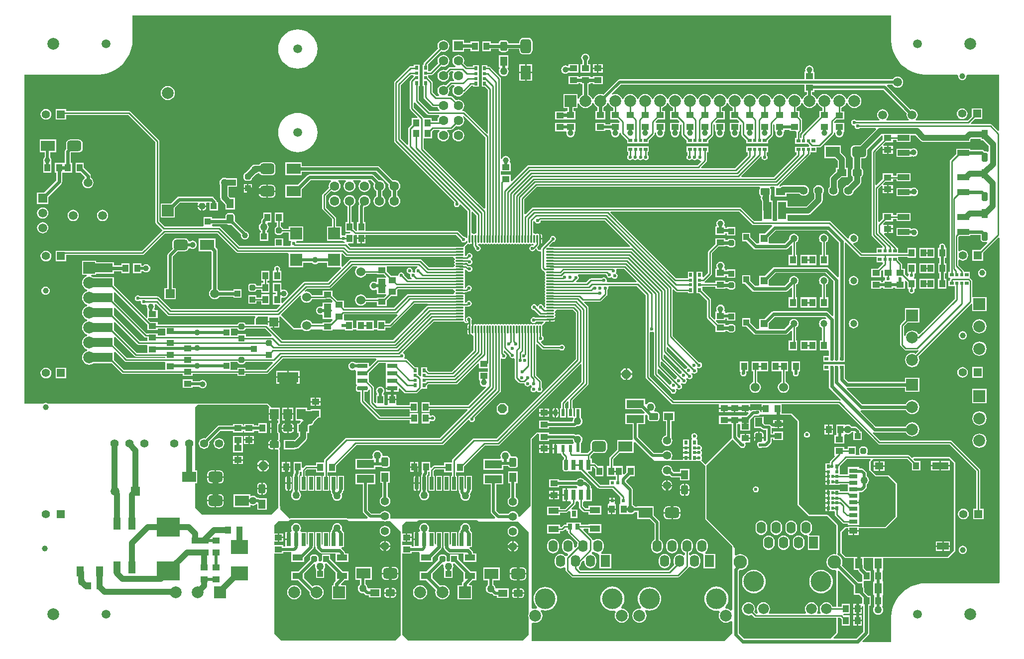
<source format=gbl>
G04*
G04 #@! TF.GenerationSoftware,Altium Limited,Altium Designer,19.1.5 (86)*
G04*
G04 Layer_Physical_Order=4*
G04 Layer_Color=16711680*
%FSLAX44Y44*%
%MOMM*%
G71*
G01*
G75*
%ADD10C,0.2540*%
%ADD11C,1.0000*%
%ADD20R,1.0000X1.3000*%
G04:AMPARAMS|DCode=21|XSize=1.6mm|YSize=1.2mm|CornerRadius=0.3mm|HoleSize=0mm|Usage=FLASHONLY|Rotation=90.000|XOffset=0mm|YOffset=0mm|HoleType=Round|Shape=RoundedRectangle|*
%AMROUNDEDRECTD21*
21,1,1.6000,0.6000,0,0,90.0*
21,1,1.0000,1.2000,0,0,90.0*
1,1,0.6000,0.3000,0.5000*
1,1,0.6000,0.3000,-0.5000*
1,1,0.6000,-0.3000,-0.5000*
1,1,0.6000,-0.3000,0.5000*
%
%ADD21ROUNDEDRECTD21*%
%ADD22R,1.2000X1.6000*%
%ADD23R,1.3000X1.0000*%
%ADD24R,0.6000X0.6500*%
%ADD25R,0.6000X0.5500*%
%ADD29O,0.3000X1.4000*%
%ADD30O,1.4000X0.3000*%
%ADD42R,1.6000X1.6000*%
%ADD43C,1.6000*%
%ADD45C,1.5000*%
%ADD46R,1.5000X1.5000*%
%ADD62C,0.5080*%
%ADD63C,3.0000*%
%ADD66C,0.5800*%
%ADD67R,1.5000X1.5000*%
%ADD68P,1.6496X8X22.5*%
%ADD69C,1.4000*%
%ADD70R,1.4000X1.4000*%
%ADD71C,2.0000*%
%ADD72R,2.0000X2.0000*%
%ADD73R,2.0000X2.0000*%
%ADD74R,1.5240X1.5240*%
%ADD75O,1.5748X2.0320*%
%ADD76R,1.5748X2.0320*%
%ADD77C,3.5000*%
%ADD78C,1.5240*%
%ADD79C,1.2000*%
%ADD80R,1.2000X1.2000*%
%ADD81C,2.2860*%
%ADD82C,1.8288*%
%ADD83C,1.0000*%
%ADD84C,0.6000*%
%ADD85C,1.2700*%
%ADD102R,0.5500X0.6000*%
%ADD103R,0.6500X0.6000*%
%ADD104R,4.0000X1.6000*%
%ADD105R,0.7300X1.7800*%
G04:AMPARAMS|DCode=106|XSize=0.73mm|YSize=1.78mm|CornerRadius=0.1825mm|HoleSize=0mm|Usage=FLASHONLY|Rotation=0.000|XOffset=0mm|YOffset=0mm|HoleType=Round|Shape=RoundedRectangle|*
%AMROUNDEDRECTD106*
21,1,0.7300,1.4150,0,0,0.0*
21,1,0.3650,1.7800,0,0,0.0*
1,1,0.3650,0.1825,-0.7075*
1,1,0.3650,-0.1825,-0.7075*
1,1,0.3650,-0.1825,0.7075*
1,1,0.3650,0.1825,0.7075*
%
%ADD106ROUNDEDRECTD106*%
G04:AMPARAMS|DCode=107|XSize=0.73mm|YSize=1.78mm|CornerRadius=0.1825mm|HoleSize=0mm|Usage=FLASHONLY|Rotation=90.000|XOffset=0mm|YOffset=0mm|HoleType=Round|Shape=RoundedRectangle|*
%AMROUNDEDRECTD107*
21,1,0.7300,1.4150,0,0,90.0*
21,1,0.3650,1.7800,0,0,90.0*
1,1,0.3650,0.7075,0.1825*
1,1,0.3650,0.7075,-0.1825*
1,1,0.3650,-0.7075,-0.1825*
1,1,0.3650,-0.7075,0.1825*
%
%ADD107ROUNDEDRECTD107*%
%ADD108R,1.7800X0.7300*%
G04:AMPARAMS|DCode=109|XSize=1mm|YSize=1mm|CornerRadius=0.25mm|HoleSize=0mm|Usage=FLASHONLY|Rotation=180.000|XOffset=0mm|YOffset=0mm|HoleType=Round|Shape=RoundedRectangle|*
%AMROUNDEDRECTD109*
21,1,1.0000,0.5000,0,0,180.0*
21,1,0.5000,1.0000,0,0,180.0*
1,1,0.5000,-0.2500,0.2500*
1,1,0.5000,0.2500,0.2500*
1,1,0.5000,0.2500,-0.2500*
1,1,0.5000,-0.2500,-0.2500*
%
%ADD109ROUNDEDRECTD109*%
%ADD110R,1.0000X1.0000*%
G04:AMPARAMS|DCode=111|XSize=1mm|YSize=1mm|CornerRadius=0.25mm|HoleSize=0mm|Usage=FLASHONLY|Rotation=270.000|XOffset=0mm|YOffset=0mm|HoleType=Round|Shape=RoundedRectangle|*
%AMROUNDEDRECTD111*
21,1,1.0000,0.5000,0,0,270.0*
21,1,0.5000,1.0000,0,0,270.0*
1,1,0.5000,-0.2500,-0.2500*
1,1,0.5000,-0.2500,0.2500*
1,1,0.5000,0.2500,0.2500*
1,1,0.5000,0.2500,-0.2500*
%
%ADD111ROUNDEDRECTD111*%
%ADD112R,1.0000X1.0000*%
%ADD113R,1.3000X1.8000*%
G04:AMPARAMS|DCode=114|XSize=1.8mm|YSize=2.4mm|CornerRadius=0.45mm|HoleSize=0mm|Usage=FLASHONLY|Rotation=270.000|XOffset=0mm|YOffset=0mm|HoleType=Round|Shape=RoundedRectangle|*
%AMROUNDEDRECTD114*
21,1,1.8000,1.5000,0,0,270.0*
21,1,0.9000,2.4000,0,0,270.0*
1,1,0.9000,-0.7500,-0.4500*
1,1,0.9000,-0.7500,0.4500*
1,1,0.9000,0.7500,0.4500*
1,1,0.9000,0.7500,-0.4500*
%
%ADD114ROUNDEDRECTD114*%
%ADD115R,2.4000X1.8000*%
%ADD116R,1.2000X2.0000*%
%ADD117R,1.6000X1.2000*%
G04:AMPARAMS|DCode=118|XSize=1.6mm|YSize=1.2mm|CornerRadius=0.3mm|HoleSize=0mm|Usage=FLASHONLY|Rotation=0.000|XOffset=0mm|YOffset=0mm|HoleType=Round|Shape=RoundedRectangle|*
%AMROUNDEDRECTD118*
21,1,1.6000,0.6000,0,0,0.0*
21,1,1.0000,1.2000,0,0,0.0*
1,1,0.6000,0.5000,-0.3000*
1,1,0.6000,-0.5000,-0.3000*
1,1,0.6000,-0.5000,0.3000*
1,1,0.6000,0.5000,0.3000*
%
%ADD118ROUNDEDRECTD118*%
%ADD119R,3.0000X2.4000*%
%ADD120R,1.5000X1.8000*%
%ADD121R,3.6000X1.8000*%
%ADD122R,4.0000X3.2000*%
%ADD123R,0.6000X1.2000*%
G04:AMPARAMS|DCode=124|XSize=0.6mm|YSize=1.2mm|CornerRadius=0.15mm|HoleSize=0mm|Usage=FLASHONLY|Rotation=0.000|XOffset=0mm|YOffset=0mm|HoleType=Round|Shape=RoundedRectangle|*
%AMROUNDEDRECTD124*
21,1,0.6000,0.9000,0,0,0.0*
21,1,0.3000,1.2000,0,0,0.0*
1,1,0.3000,0.1500,-0.4500*
1,1,0.3000,-0.1500,-0.4500*
1,1,0.3000,-0.1500,0.4500*
1,1,0.3000,0.1500,0.4500*
%
%ADD124ROUNDEDRECTD124*%
%ADD125R,0.6000X0.6000*%
%ADD126R,1.8000X1.1000*%
%ADD127R,0.8000X1.0000*%
G04:AMPARAMS|DCode=128|XSize=0.64mm|YSize=2.16mm|CornerRadius=0.16mm|HoleSize=0mm|Usage=FLASHONLY|Rotation=180.000|XOffset=0mm|YOffset=0mm|HoleType=Round|Shape=RoundedRectangle|*
%AMROUNDEDRECTD128*
21,1,0.6400,1.8400,0,0,180.0*
21,1,0.3200,2.1600,0,0,180.0*
1,1,0.3200,-0.1600,0.9200*
1,1,0.3200,0.1600,0.9200*
1,1,0.3200,0.1600,-0.9200*
1,1,0.3200,-0.1600,-0.9200*
%
%ADD128ROUNDEDRECTD128*%
%ADD129R,0.6400X2.1600*%
%ADD130R,2.0000X1.0000*%
%ADD131R,1.0000X1.5000*%
G04:AMPARAMS|DCode=132|XSize=1mm|YSize=1.5mm|CornerRadius=0.25mm|HoleSize=0mm|Usage=FLASHONLY|Rotation=180.000|XOffset=0mm|YOffset=0mm|HoleType=Round|Shape=RoundedRectangle|*
%AMROUNDEDRECTD132*
21,1,1.0000,1.0000,0,0,180.0*
21,1,0.5000,1.5000,0,0,180.0*
1,1,0.5000,-0.2500,0.5000*
1,1,0.5000,0.2500,0.5000*
1,1,0.5000,0.2500,-0.5000*
1,1,0.5000,-0.2500,-0.5000*
%
%ADD132ROUNDEDRECTD132*%
%ADD133R,1.4000X0.7500*%
%ADD134R,1.4000X1.0000*%
%ADD135R,1.4000X1.2000*%
%ADD136R,1.0000X1.2000*%
%ADD137R,2.8000X1.2000*%
%ADD138R,2.0000X1.2000*%
%ADD139R,1.4000X3.0000*%
%ADD140R,3.0000X1.4000*%
G04:AMPARAMS|DCode=141|XSize=1.8mm|YSize=2.4mm|CornerRadius=0.45mm|HoleSize=0mm|Usage=FLASHONLY|Rotation=0.000|XOffset=0mm|YOffset=0mm|HoleType=Round|Shape=RoundedRectangle|*
%AMROUNDEDRECTD141*
21,1,1.8000,1.5000,0,0,0.0*
21,1,0.9000,2.4000,0,0,0.0*
1,1,0.9000,0.4500,-0.7500*
1,1,0.9000,-0.4500,-0.7500*
1,1,0.9000,-0.4500,0.7500*
1,1,0.9000,0.4500,0.7500*
%
%ADD141ROUNDEDRECTD141*%
%ADD142R,1.8000X2.4000*%
%ADD143C,0.5000*%
G36*
X2685000Y2487500D02*
X2685000Y2484552D01*
X2685578Y2478686D01*
X2686728Y2472904D01*
X2688439Y2467262D01*
X2690695Y2461816D01*
X2693474Y2456617D01*
X2696749Y2451715D01*
X2700489Y2447158D01*
X2704658Y2442989D01*
X2709215Y2439249D01*
X2714117Y2435974D01*
X2719316Y2433195D01*
X2724762Y2430939D01*
X2730404Y2429228D01*
X2736186Y2428078D01*
X2742052Y2427500D01*
X2745000Y2427500D01*
X2745000Y2427500D01*
X2797435D01*
X2799005Y2425500D01*
X2798940Y2425000D01*
X2799180Y2423173D01*
X2799886Y2421470D01*
X2801008Y2420008D01*
X2802470Y2418885D01*
X2804173Y2418180D01*
X2806000Y2417940D01*
X2807827Y2418180D01*
X2809530Y2418885D01*
X2810992Y2420008D01*
X2812115Y2421470D01*
X2812820Y2423173D01*
X2813060Y2425000D01*
X2812995Y2425500D01*
X2814565Y2427500D01*
X2869094D01*
X2869184Y2332145D01*
X2867336Y2331379D01*
X2856357Y2342357D01*
X2855276Y2343080D01*
X2854000Y2343334D01*
X2821478D01*
X2820649Y2345334D01*
X2827315Y2352000D01*
X2840400D01*
Y2370000D01*
X2822400D01*
Y2356515D01*
X2815219Y2349334D01*
X2727294D01*
X2726615Y2351334D01*
X2727775Y2352225D01*
X2729298Y2354209D01*
X2730255Y2356520D01*
X2730582Y2359000D01*
X2730255Y2361480D01*
X2729298Y2363791D01*
X2727775Y2365775D01*
X2725791Y2367298D01*
X2723480Y2368255D01*
X2721000Y2368582D01*
X2718520Y2368255D01*
X2718358Y2368188D01*
X2678425Y2408121D01*
X2679254Y2410121D01*
X2687635D01*
X2687702Y2409959D01*
X2689225Y2407975D01*
X2691209Y2406452D01*
X2693520Y2405495D01*
X2696000Y2405168D01*
X2698480Y2405495D01*
X2700791Y2406452D01*
X2702775Y2407975D01*
X2704298Y2409959D01*
X2705255Y2412270D01*
X2705582Y2414750D01*
X2705255Y2417230D01*
X2704298Y2419541D01*
X2702775Y2421526D01*
X2700791Y2423048D01*
X2698480Y2424005D01*
X2696000Y2424332D01*
X2693520Y2424005D01*
X2691209Y2423048D01*
X2689225Y2421526D01*
X2687702Y2419541D01*
X2687635Y2419379D01*
X2554500D01*
Y2432000D01*
X2554085D01*
X2552748Y2434000D01*
X2552820Y2434173D01*
X2553060Y2436000D01*
X2552820Y2437827D01*
X2552115Y2439530D01*
X2550992Y2440992D01*
X2549530Y2442115D01*
X2547827Y2442820D01*
X2546000Y2443060D01*
X2544173Y2442820D01*
X2542470Y2442115D01*
X2541008Y2440992D01*
X2539886Y2439530D01*
X2539180Y2437827D01*
X2538940Y2436000D01*
X2539180Y2434173D01*
X2539252Y2434000D01*
X2537915Y2432000D01*
X2537500D01*
Y2419379D01*
X2223350D01*
X2223350Y2419379D01*
X2221579Y2419027D01*
X2220077Y2418023D01*
X2195567Y2393513D01*
X2193883Y2394211D01*
X2190750Y2394624D01*
X2187617Y2394211D01*
X2184698Y2393002D01*
X2182191Y2391078D01*
X2180268Y2388572D01*
X2179059Y2385653D01*
X2179059Y2385651D01*
X2177041D01*
X2177041Y2385653D01*
X2175832Y2388572D01*
X2173909Y2391078D01*
X2171402Y2393002D01*
X2170171Y2393512D01*
Y2411000D01*
X2173500D01*
Y2413004D01*
X2177500D01*
Y2411000D01*
X2194500D01*
Y2425000D01*
X2177500D01*
Y2422996D01*
X2173500D01*
Y2425000D01*
X2156500D01*
Y2422996D01*
X2153500D01*
Y2425000D01*
X2136500D01*
Y2411000D01*
X2153500D01*
Y2413004D01*
X2156500D01*
Y2411000D01*
X2160179D01*
Y2393367D01*
X2159298Y2393002D01*
X2156792Y2391078D01*
X2154868Y2388572D01*
X2153950Y2386355D01*
X2151950Y2386753D01*
Y2394520D01*
X2127950D01*
Y2370520D01*
X2134954D01*
Y2365390D01*
X2132538D01*
X2131450Y2365390D01*
Y2365390D01*
X2130670Y2365070D01*
X2130670Y2365070D01*
X2113670D01*
Y2351070D01*
X2129583D01*
X2130670Y2351070D01*
Y2351070D01*
X2131450Y2351390D01*
X2131450Y2351390D01*
X2148450D01*
Y2365390D01*
X2144946D01*
Y2370520D01*
X2151950D01*
Y2378287D01*
X2153950Y2378685D01*
X2154868Y2376468D01*
X2156792Y2373961D01*
X2159298Y2372038D01*
X2162217Y2370829D01*
X2165350Y2370416D01*
X2168483Y2370829D01*
X2171402Y2372038D01*
X2173909Y2373961D01*
X2175832Y2376468D01*
X2177041Y2379387D01*
X2177041Y2379389D01*
X2179059D01*
X2179059Y2379387D01*
X2180268Y2376468D01*
X2182191Y2373961D01*
X2184698Y2372038D01*
X2185754Y2371601D01*
Y2365390D01*
X2182250D01*
Y2351390D01*
X2199250D01*
Y2365390D01*
X2195746D01*
Y2371601D01*
X2196802Y2372038D01*
X2199308Y2373961D01*
X2201232Y2376468D01*
X2202441Y2379387D01*
X2202441Y2379389D01*
X2204459D01*
X2204459Y2379387D01*
X2205668Y2376468D01*
X2207592Y2373961D01*
X2210098Y2372038D01*
X2212816Y2370912D01*
Y2365390D01*
X2207650D01*
Y2351390D01*
X2219935D01*
X2223935Y2347390D01*
X2223107Y2345390D01*
X2207650D01*
Y2343019D01*
X2199250D01*
Y2345390D01*
X2182250D01*
Y2331390D01*
X2199250D01*
Y2333761D01*
X2207650D01*
Y2331390D01*
X2208226D01*
X2208658Y2330743D01*
X2209285Y2329390D01*
X2209090Y2327910D01*
X2209330Y2326083D01*
X2210036Y2324380D01*
X2211158Y2322918D01*
X2212620Y2321796D01*
X2214323Y2321090D01*
X2216150Y2320850D01*
X2217977Y2321090D01*
X2219680Y2321796D01*
X2221142Y2322918D01*
X2222265Y2324380D01*
X2222970Y2326083D01*
X2223210Y2327910D01*
X2224256Y2329138D01*
X2225516Y2327901D01*
Y2327660D01*
X2225770Y2326384D01*
X2226492Y2325302D01*
X2236570Y2315225D01*
Y2310480D01*
X2273070D01*
Y2315765D01*
X2282007Y2324702D01*
X2282730Y2325784D01*
X2282984Y2327060D01*
Y2327901D01*
X2284244Y2329138D01*
X2285290Y2327910D01*
X2285530Y2326083D01*
X2286236Y2324380D01*
X2287358Y2322918D01*
X2288820Y2321796D01*
X2290523Y2321090D01*
X2292350Y2320850D01*
X2294177Y2321090D01*
X2295880Y2321796D01*
X2297342Y2322918D01*
X2298465Y2324380D01*
X2299170Y2326083D01*
X2299410Y2327910D01*
X2299216Y2329390D01*
X2299842Y2330743D01*
X2300274Y2331390D01*
X2300850D01*
Y2345390D01*
X2285394D01*
X2284565Y2347390D01*
X2288565Y2351390D01*
X2300850D01*
Y2365390D01*
X2295684D01*
Y2370912D01*
X2298402Y2372038D01*
X2300909Y2373961D01*
X2302832Y2376468D01*
X2304041Y2379387D01*
X2304041Y2379389D01*
X2306059D01*
X2306059Y2379387D01*
X2307268Y2376468D01*
X2309191Y2373961D01*
X2311698Y2372038D01*
X2314416Y2370912D01*
Y2365390D01*
X2309250D01*
Y2351390D01*
X2321535D01*
X2325535Y2347390D01*
X2324707Y2345390D01*
X2309250D01*
Y2331390D01*
X2309826D01*
X2310258Y2330743D01*
X2310885Y2329390D01*
X2310690Y2327910D01*
X2310930Y2326083D01*
X2311635Y2324380D01*
X2312758Y2322918D01*
X2314220Y2321796D01*
X2315923Y2321090D01*
X2317750Y2320850D01*
X2319577Y2321090D01*
X2321280Y2321796D01*
X2322742Y2322918D01*
X2323864Y2324380D01*
X2324570Y2326083D01*
X2324810Y2327910D01*
X2324615Y2329390D01*
X2325242Y2330743D01*
X2325674Y2331390D01*
X2326250D01*
Y2341707D01*
X2328250Y2342776D01*
X2328496Y2342612D01*
Y2325790D01*
X2328750Y2324514D01*
X2329472Y2323432D01*
X2337410Y2315495D01*
Y2310210D01*
X2373910D01*
Y2315495D01*
X2382038Y2323622D01*
X2382760Y2324704D01*
X2383014Y2325980D01*
Y2342691D01*
X2383450Y2342982D01*
X2385450Y2341913D01*
Y2331390D01*
X2386026D01*
X2386458Y2330743D01*
X2387085Y2329390D01*
X2386890Y2327910D01*
X2387130Y2326083D01*
X2387836Y2324380D01*
X2388958Y2322918D01*
X2390420Y2321796D01*
X2392123Y2321090D01*
X2393950Y2320850D01*
X2395777Y2321090D01*
X2397480Y2321796D01*
X2398942Y2322918D01*
X2400065Y2324380D01*
X2400770Y2326083D01*
X2401010Y2327910D01*
X2400815Y2329390D01*
X2401442Y2330743D01*
X2401874Y2331390D01*
X2402450D01*
Y2345390D01*
X2386994D01*
X2386165Y2347390D01*
X2390165Y2351390D01*
X2402450D01*
Y2365390D01*
X2397284D01*
Y2370912D01*
X2400002Y2372038D01*
X2402509Y2373961D01*
X2404432Y2376468D01*
X2405641Y2379387D01*
X2405641Y2379389D01*
X2407659D01*
X2407659Y2379387D01*
X2408868Y2376468D01*
X2410791Y2373961D01*
X2413298Y2372038D01*
X2416016Y2370912D01*
Y2365390D01*
X2410850D01*
Y2351390D01*
X2423135D01*
X2427135Y2347390D01*
X2426306Y2345390D01*
X2410850D01*
Y2331390D01*
X2411426D01*
X2411858Y2330743D01*
X2412484Y2329390D01*
X2412290Y2327910D01*
X2412530Y2326083D01*
X2413235Y2324380D01*
X2414358Y2322918D01*
X2415820Y2321796D01*
X2417523Y2321090D01*
X2419350Y2320850D01*
X2421177Y2321090D01*
X2422880Y2321796D01*
X2424342Y2322918D01*
X2425464Y2324380D01*
X2426170Y2326083D01*
X2426410Y2327910D01*
X2426216Y2329390D01*
X2426842Y2330743D01*
X2427274Y2331390D01*
X2427850D01*
Y2341707D01*
X2429850Y2342776D01*
X2430096Y2342612D01*
Y2325790D01*
X2430350Y2324514D01*
X2431072Y2323432D01*
X2439010Y2315495D01*
Y2310210D01*
X2475510D01*
Y2315495D01*
X2483638Y2323622D01*
X2484360Y2324704D01*
X2484614Y2325980D01*
Y2342691D01*
X2485050Y2342982D01*
X2487050Y2341913D01*
Y2331390D01*
X2487626D01*
X2488058Y2330743D01*
X2488685Y2329390D01*
X2488490Y2327910D01*
X2488730Y2326083D01*
X2489435Y2324380D01*
X2490558Y2322918D01*
X2492020Y2321796D01*
X2493723Y2321090D01*
X2495550Y2320850D01*
X2497377Y2321090D01*
X2499080Y2321796D01*
X2500542Y2322918D01*
X2501664Y2324380D01*
X2502370Y2326083D01*
X2502610Y2327910D01*
X2502415Y2329390D01*
X2503042Y2330743D01*
X2503474Y2331390D01*
X2504050D01*
Y2333761D01*
X2512450D01*
Y2331390D01*
X2522490D01*
X2523891Y2329390D01*
X2523856Y2329213D01*
Y2319720D01*
X2521940D01*
Y2309720D01*
X2543156D01*
X2546058Y2306818D01*
X2545293Y2304970D01*
X2521940D01*
Y2294970D01*
X2523856D01*
Y2291571D01*
X2485619Y2253334D01*
X2430662D01*
X2429897Y2255182D01*
X2463148Y2288433D01*
X2464991Y2287448D01*
X2464902Y2287000D01*
X2465290Y2285049D01*
X2466395Y2283395D01*
X2468049Y2282290D01*
X2470000Y2281902D01*
X2471951Y2282290D01*
X2473605Y2283395D01*
X2474710Y2285049D01*
X2475098Y2287000D01*
X2474710Y2288951D01*
X2473605Y2290605D01*
X2473464Y2290699D01*
Y2295460D01*
X2475510D01*
Y2305460D01*
X2439010D01*
Y2295460D01*
X2440926D01*
Y2289641D01*
X2419619Y2268334D01*
X2362662D01*
X2361897Y2270182D01*
X2371017Y2279302D01*
X2371740Y2280384D01*
X2371994Y2281660D01*
Y2295460D01*
X2373910D01*
Y2305460D01*
X2337410D01*
Y2295460D01*
X2338996D01*
Y2291006D01*
X2338395Y2290605D01*
X2337290Y2288951D01*
X2336902Y2287000D01*
X2337290Y2285049D01*
X2338395Y2283395D01*
X2340049Y2282290D01*
X2342000Y2281902D01*
X2343951Y2282290D01*
X2345180Y2283111D01*
X2346500Y2283280D01*
X2347820Y2283111D01*
X2349049Y2282290D01*
X2351000Y2281902D01*
X2352951Y2282290D01*
X2354180Y2283111D01*
X2355500Y2283280D01*
X2356820Y2283111D01*
X2358049Y2282290D01*
X2360000Y2281902D01*
X2362031Y2280267D01*
X2362089Y2279804D01*
X2355619Y2273334D01*
X2068645D01*
X2067369Y2273080D01*
X2066287Y2272358D01*
X2040348Y2246418D01*
X2038500Y2247184D01*
Y2257000D01*
X2021500D01*
X2021334Y2258931D01*
Y2261069D01*
X2021500Y2263000D01*
X2023334Y2263000D01*
X2038500D01*
Y2277000D01*
X2037508D01*
X2037020Y2277514D01*
X2036334Y2279000D01*
X2036820Y2280173D01*
X2037060Y2282000D01*
X2036820Y2283827D01*
X2036115Y2285530D01*
X2034993Y2286992D01*
X2033530Y2288114D01*
X2031827Y2288820D01*
X2030000Y2289060D01*
X2028173Y2288820D01*
X2026470Y2288114D01*
X2025008Y2286992D01*
X2023885Y2285530D01*
X2023334Y2284199D01*
X2021334Y2284597D01*
Y2421000D01*
X2021080Y2422276D01*
X2020358Y2423358D01*
X2003358Y2440358D01*
X2002276Y2441080D01*
X2001000Y2441334D01*
X1998750D01*
Y2443250D01*
X1988750D01*
Y2432750D01*
Y2424250D01*
Y2416250D01*
Y2406750D01*
X1994285D01*
X1999666Y2401369D01*
Y2327722D01*
X1997818Y2326957D01*
X1960417Y2364357D01*
X1959336Y2365080D01*
X1958060Y2365334D01*
X1956376D01*
X1955697Y2367334D01*
X1956132Y2367668D01*
X1957735Y2369757D01*
X1958743Y2372189D01*
X1959086Y2374800D01*
X1958743Y2377410D01*
X1957735Y2379843D01*
X1956132Y2381932D01*
X1954043Y2383535D01*
X1951611Y2384543D01*
X1949000Y2384886D01*
X1946389Y2384543D01*
X1944822Y2383893D01*
X1938358Y2390358D01*
X1937276Y2391080D01*
X1936000Y2391334D01*
X1931758D01*
X1931190Y2392293D01*
X1930936Y2393334D01*
X1932335Y2395157D01*
X1933343Y2397590D01*
X1933686Y2400200D01*
X1933343Y2402811D01*
X1932635Y2404520D01*
X1937781Y2409666D01*
X1941624D01*
X1942303Y2407666D01*
X1941868Y2407332D01*
X1940265Y2405243D01*
X1939257Y2402811D01*
X1938914Y2400200D01*
X1939257Y2397590D01*
X1940265Y2395157D01*
X1941868Y2393068D01*
X1943957Y2391465D01*
X1946389Y2390457D01*
X1949000Y2390114D01*
X1951611Y2390457D01*
X1954043Y2391465D01*
X1956132Y2393068D01*
X1957735Y2395157D01*
X1958465Y2396919D01*
X1959476Y2397120D01*
X1960558Y2397843D01*
X1971381Y2408666D01*
X1974000D01*
Y2406750D01*
X1984000D01*
Y2416250D01*
Y2424250D01*
Y2432750D01*
Y2443250D01*
X1974000D01*
Y2441334D01*
X1963381D01*
X1958035Y2446680D01*
X1958743Y2448389D01*
X1959086Y2451000D01*
X1958743Y2453611D01*
X1957735Y2456043D01*
X1956132Y2458132D01*
X1954043Y2459735D01*
X1951611Y2460743D01*
X1949000Y2461086D01*
X1946389Y2460743D01*
X1943957Y2459735D01*
X1941868Y2458132D01*
X1940265Y2456043D01*
X1939257Y2453611D01*
X1938914Y2451000D01*
X1939257Y2448389D01*
X1940265Y2445957D01*
X1941868Y2443868D01*
X1943867Y2442334D01*
X1943883Y2442131D01*
X1943153Y2440334D01*
X1935000D01*
X1933724Y2440080D01*
X1932643Y2439357D01*
X1927920Y2434635D01*
X1926210Y2435343D01*
X1923600Y2435686D01*
X1920990Y2435343D01*
X1918557Y2434335D01*
X1916468Y2432732D01*
X1914865Y2430643D01*
X1913857Y2428210D01*
X1913514Y2425600D01*
X1913857Y2422990D01*
X1914865Y2420557D01*
X1916468Y2418468D01*
X1918557Y2416865D01*
X1920990Y2415857D01*
X1923600Y2415514D01*
X1926210Y2415857D01*
X1928643Y2416865D01*
X1930732Y2418468D01*
X1932335Y2420557D01*
X1933343Y2422990D01*
X1933686Y2425600D01*
X1933343Y2428210D01*
X1932635Y2429920D01*
X1936381Y2433666D01*
X1940064D01*
X1941050Y2431666D01*
X1940265Y2430643D01*
X1939257Y2428210D01*
X1938914Y2425600D01*
X1939257Y2422990D01*
X1940265Y2420557D01*
X1941868Y2418468D01*
X1942042Y2418334D01*
X1941364Y2416334D01*
X1936400D01*
X1935124Y2416080D01*
X1934043Y2415358D01*
X1927920Y2409235D01*
X1926210Y2409943D01*
X1923600Y2410286D01*
X1920990Y2409943D01*
X1918557Y2408935D01*
X1916468Y2407332D01*
X1914865Y2405243D01*
X1913857Y2402811D01*
X1913514Y2400200D01*
X1913857Y2397590D01*
X1914865Y2395157D01*
X1916264Y2393334D01*
X1916010Y2392293D01*
X1915442Y2391334D01*
X1911381D01*
X1905334Y2397381D01*
Y2414167D01*
X1905080Y2415443D01*
X1904357Y2416525D01*
X1898000Y2422882D01*
Y2426666D01*
X1902600D01*
X1903876Y2426920D01*
X1904957Y2427643D01*
X1919280Y2441965D01*
X1920990Y2441257D01*
X1923600Y2440914D01*
X1926210Y2441257D01*
X1928643Y2442265D01*
X1930732Y2443868D01*
X1932335Y2445957D01*
X1933343Y2448389D01*
X1933686Y2451000D01*
X1933343Y2453611D01*
X1932335Y2456043D01*
X1930732Y2458132D01*
X1928643Y2459735D01*
X1926210Y2460743D01*
X1923600Y2461086D01*
X1920990Y2460743D01*
X1918557Y2459735D01*
X1916468Y2458132D01*
X1914865Y2456043D01*
X1913857Y2453611D01*
X1913514Y2451000D01*
X1913857Y2448389D01*
X1914565Y2446680D01*
X1901219Y2433334D01*
X1898000D01*
Y2444250D01*
X1898000D01*
X1898117Y2446202D01*
X1919280Y2467365D01*
X1920990Y2466657D01*
X1923600Y2466314D01*
X1926210Y2466657D01*
X1928643Y2467665D01*
X1930732Y2469268D01*
X1932335Y2471357D01*
X1933343Y2473790D01*
X1933686Y2476400D01*
X1933343Y2479010D01*
X1932335Y2481443D01*
X1930732Y2483532D01*
X1928643Y2485135D01*
X1926210Y2486143D01*
X1923600Y2486486D01*
X1920990Y2486143D01*
X1918557Y2485135D01*
X1916468Y2483532D01*
X1914865Y2481443D01*
X1913857Y2479010D01*
X1913514Y2476400D01*
X1913857Y2473790D01*
X1914565Y2472080D01*
X1890903Y2448418D01*
X1890180Y2447336D01*
X1889926Y2446060D01*
Y2444250D01*
X1888000D01*
Y2433750D01*
Y2425250D01*
Y2417250D01*
Y2407750D01*
X1889666D01*
Y2389000D01*
X1889920Y2387724D01*
X1890643Y2386642D01*
X1903642Y2373642D01*
X1904724Y2372920D01*
X1906000Y2372666D01*
X1913795D01*
X1913857Y2372189D01*
X1914865Y2369757D01*
X1916468Y2367668D01*
X1916903Y2367334D01*
X1916224Y2365334D01*
X1900119D01*
X1881584Y2383869D01*
Y2407750D01*
X1883250D01*
Y2417250D01*
Y2425250D01*
Y2433750D01*
Y2444250D01*
X1873250D01*
Y2442084D01*
X1867750D01*
X1866474Y2441830D01*
X1865392Y2441107D01*
X1840643Y2416358D01*
X1839920Y2415276D01*
X1839666Y2414000D01*
Y2314500D01*
X1839920Y2313224D01*
X1840643Y2312142D01*
X1942509Y2210276D01*
X1941790Y2209201D01*
X1941402Y2207250D01*
X1941790Y2205299D01*
X1942895Y2203645D01*
X1944549Y2202540D01*
X1946500Y2202152D01*
X1948451Y2202540D01*
X1950105Y2203645D01*
X1951210Y2205299D01*
X1951367Y2206089D01*
X1953537Y2206748D01*
X1964666Y2195619D01*
Y2154679D01*
X1964431Y2153500D01*
Y2149767D01*
X1962431Y2149368D01*
X1961605Y2150605D01*
X1959951Y2151710D01*
X1958000Y2152098D01*
X1957681Y2152034D01*
X1949088Y2160627D01*
X1948006Y2161350D01*
X1946730Y2161604D01*
X1791000D01*
Y2176500D01*
X1788629D01*
Y2200598D01*
X1789400Y2202514D01*
X1792010Y2202857D01*
X1794443Y2203865D01*
X1796532Y2205468D01*
X1798135Y2207557D01*
X1799143Y2209989D01*
X1799486Y2212600D01*
X1799143Y2215211D01*
X1798135Y2217643D01*
X1796532Y2219732D01*
X1794443Y2221335D01*
X1792010Y2222343D01*
X1789400Y2222686D01*
X1786790Y2222343D01*
X1784357Y2221335D01*
X1782268Y2219732D01*
X1780665Y2217643D01*
X1779657Y2215211D01*
X1779314Y2212600D01*
X1779657Y2209989D01*
X1780665Y2207557D01*
X1780712Y2207496D01*
X1779723Y2206016D01*
X1779371Y2204245D01*
X1779371Y2204245D01*
Y2176500D01*
X1777000D01*
Y2161872D01*
X1775000Y2161715D01*
X1771588Y2165128D01*
X1771000Y2165520D01*
Y2176500D01*
X1767334D01*
Y2203157D01*
X1769043Y2203865D01*
X1771132Y2205468D01*
X1772735Y2207557D01*
X1773743Y2209989D01*
X1774086Y2212600D01*
X1773743Y2215211D01*
X1772735Y2217643D01*
X1771132Y2219732D01*
X1769043Y2221335D01*
X1766611Y2222343D01*
X1764000Y2222686D01*
X1761389Y2222343D01*
X1758957Y2221335D01*
X1756868Y2219732D01*
X1755265Y2217643D01*
X1754258Y2215211D01*
X1753914Y2212600D01*
X1754258Y2209989D01*
X1755265Y2207557D01*
X1756868Y2205468D01*
X1758957Y2203865D01*
X1760666Y2203157D01*
Y2176500D01*
X1757000D01*
Y2159500D01*
X1765399D01*
X1765399Y2159500D01*
X1764554Y2157500D01*
X1757000D01*
Y2155231D01*
X1755000Y2153899D01*
X1754000Y2154098D01*
X1752049Y2153710D01*
X1752000Y2153677D01*
X1750000Y2154746D01*
Y2169000D01*
X1741334D01*
Y2183000D01*
X1741080Y2184276D01*
X1740358Y2185358D01*
X1724334Y2201381D01*
Y2221145D01*
X1732933Y2229744D01*
X1733557Y2229265D01*
X1735990Y2228257D01*
X1738600Y2227914D01*
X1741210Y2228257D01*
X1743643Y2229265D01*
X1745732Y2230868D01*
X1747335Y2232957D01*
X1748343Y2235390D01*
X1748686Y2238000D01*
X1748343Y2240611D01*
X1747335Y2243043D01*
X1745732Y2245132D01*
X1744596Y2246004D01*
X1745275Y2248004D01*
X1757325D01*
X1758004Y2246004D01*
X1756868Y2245132D01*
X1755265Y2243043D01*
X1754258Y2240611D01*
X1753914Y2238000D01*
X1754258Y2235390D01*
X1755265Y2232957D01*
X1756868Y2230868D01*
X1758957Y2229265D01*
X1761389Y2228257D01*
X1764000Y2227914D01*
X1766611Y2228257D01*
X1769043Y2229265D01*
X1771132Y2230868D01*
X1772735Y2232957D01*
X1773743Y2235390D01*
X1774086Y2238000D01*
X1773743Y2240611D01*
X1772735Y2243043D01*
X1771132Y2245132D01*
X1769996Y2246004D01*
X1770675Y2248004D01*
X1782725D01*
X1783404Y2246004D01*
X1782268Y2245132D01*
X1780665Y2243043D01*
X1779657Y2240611D01*
X1779314Y2238000D01*
X1779657Y2235390D01*
X1780665Y2232957D01*
X1782268Y2230868D01*
X1784357Y2229265D01*
X1786790Y2228257D01*
X1789400Y2227914D01*
X1792010Y2228257D01*
X1794443Y2229265D01*
X1796532Y2230868D01*
X1798135Y2232957D01*
X1799143Y2235390D01*
X1799486Y2238000D01*
X1799143Y2240611D01*
X1798135Y2243043D01*
X1796532Y2245132D01*
X1795396Y2246004D01*
X1796075Y2248004D01*
X1799931D01*
X1805721Y2242213D01*
X1805058Y2240611D01*
X1804714Y2238000D01*
X1805058Y2235390D01*
X1806065Y2232957D01*
X1807668Y2230868D01*
X1809757Y2229265D01*
X1809804Y2229245D01*
Y2221355D01*
X1809757Y2221335D01*
X1807668Y2219732D01*
X1806065Y2217643D01*
X1805058Y2215211D01*
X1804714Y2212600D01*
X1805058Y2209989D01*
X1806065Y2207557D01*
X1807668Y2205468D01*
X1809757Y2203865D01*
X1812189Y2202857D01*
X1814800Y2202514D01*
X1817410Y2202857D01*
X1819843Y2203865D01*
X1821932Y2205468D01*
X1823535Y2207557D01*
X1824543Y2209989D01*
X1824886Y2212600D01*
X1824543Y2215211D01*
X1823535Y2217643D01*
X1821932Y2219732D01*
X1819843Y2221335D01*
X1819796Y2221355D01*
Y2229245D01*
X1819843Y2229265D01*
X1821932Y2230868D01*
X1823535Y2232957D01*
X1824543Y2235390D01*
X1824886Y2238000D01*
X1824543Y2240611D01*
X1823535Y2243043D01*
X1821932Y2245132D01*
X1819843Y2246735D01*
X1817410Y2247743D01*
X1814800Y2248086D01*
X1814075Y2247991D01*
X1805533Y2256533D01*
X1803912Y2257616D01*
X1802000Y2257996D01*
X1696002D01*
X1694090Y2257616D01*
X1692469Y2256533D01*
X1675935Y2239999D01*
X1655001D01*
Y2217999D01*
X1683001D01*
Y2232934D01*
X1698071Y2248004D01*
X1731925D01*
X1732604Y2246004D01*
X1731468Y2245132D01*
X1729865Y2243043D01*
X1728858Y2240611D01*
X1728514Y2238000D01*
X1728858Y2235390D01*
X1728943Y2235184D01*
X1718642Y2224884D01*
X1717920Y2223802D01*
X1717666Y2222526D01*
Y2200000D01*
X1717920Y2198724D01*
X1718642Y2197643D01*
X1734666Y2181619D01*
Y2169000D01*
X1726000D01*
Y2145000D01*
X1750000D01*
X1750000Y2145000D01*
Y2145000D01*
X1750000Y2145000D01*
X1751780Y2144470D01*
X1752049Y2144290D01*
X1754000Y2143902D01*
X1754272Y2143956D01*
X1755891Y2142474D01*
X1755546Y2141334D01*
X1673833D01*
X1673710Y2141951D01*
X1673009Y2143000D01*
X1673800Y2144897D01*
X1673895Y2145000D01*
X1685000D01*
Y2169000D01*
X1661000D01*
Y2165334D01*
X1650922D01*
X1650739Y2166256D01*
X1649744Y2167744D01*
X1648256Y2168739D01*
X1647334Y2168922D01*
Y2175500D01*
X1651000D01*
Y2192500D01*
X1637000D01*
Y2175500D01*
X1640666D01*
Y2168922D01*
X1639744Y2168739D01*
X1638256Y2167744D01*
X1637261Y2166256D01*
X1636912Y2164500D01*
Y2159500D01*
X1637261Y2157744D01*
X1638256Y2156256D01*
X1639744Y2155261D01*
X1641500Y2154912D01*
X1646500D01*
X1648256Y2155261D01*
X1649744Y2156256D01*
X1650739Y2157744D01*
X1650922Y2158666D01*
X1661000D01*
Y2145000D01*
X1664105D01*
X1664200Y2144897D01*
X1664991Y2143000D01*
X1664290Y2141951D01*
X1663902Y2140000D01*
X1664233Y2138334D01*
X1663922Y2137548D01*
X1663031Y2136334D01*
X1651000D01*
Y2149000D01*
X1637000D01*
Y2136334D01*
X1576381D01*
X1544357Y2168358D01*
X1543276Y2169080D01*
X1542000Y2169334D01*
X1530806D01*
X1530000Y2171000D01*
Y2171004D01*
X1530797Y2173004D01*
X1554981D01*
X1556049Y2172290D01*
X1558000Y2171902D01*
X1562552D01*
X1579116Y2155338D01*
X1578940Y2154000D01*
X1579180Y2152173D01*
X1579886Y2150470D01*
X1581008Y2149008D01*
X1582470Y2147885D01*
X1584173Y2147180D01*
X1586000Y2146940D01*
X1587827Y2147180D01*
X1589530Y2147885D01*
X1590992Y2149008D01*
X1592115Y2150470D01*
X1592820Y2152173D01*
X1593060Y2154000D01*
X1592820Y2155827D01*
X1592115Y2157530D01*
X1590992Y2158992D01*
X1589530Y2160114D01*
X1587827Y2160820D01*
X1586560Y2160987D01*
X1569098Y2178448D01*
Y2187000D01*
X1568710Y2188951D01*
X1567605Y2190605D01*
X1565951Y2191710D01*
X1564000Y2192098D01*
X1558000D01*
X1556049Y2191710D01*
X1554395Y2190605D01*
X1553290Y2188951D01*
X1552902Y2187000D01*
Y2182996D01*
X1530000D01*
Y2185000D01*
X1516000D01*
Y2171334D01*
X1516000Y2171000D01*
X1515193Y2169334D01*
X1449381D01*
X1440334Y2178381D01*
Y2314000D01*
X1440080Y2315276D01*
X1439357Y2316358D01*
X1391358Y2364357D01*
X1390276Y2365080D01*
X1389000Y2365334D01*
X1282000D01*
Y2369000D01*
X1264000D01*
Y2351000D01*
X1282000D01*
Y2358666D01*
X1387619D01*
X1433666Y2312619D01*
Y2177000D01*
X1433920Y2175724D01*
X1434642Y2174642D01*
X1445642Y2163642D01*
X1445758Y2162473D01*
X1410619Y2127334D01*
X1282000D01*
Y2128000D01*
X1264000D01*
Y2110000D01*
X1282000D01*
Y2120666D01*
X1412000D01*
X1413276Y2120920D01*
X1414357Y2121642D01*
X1450381Y2157666D01*
X1538619D01*
X1570643Y2125642D01*
X1571724Y2124920D01*
X1573000Y2124666D01*
X1659276D01*
X1661000Y2122666D01*
Y2100000D01*
X1685000D01*
Y2107371D01*
X1700229D01*
X1700508Y2107007D01*
X1701970Y2105885D01*
X1703673Y2105180D01*
X1705500Y2104940D01*
X1707327Y2105180D01*
X1709030Y2105885D01*
X1710493Y2107007D01*
X1710771Y2107371D01*
X1726000D01*
Y2100000D01*
X1748385D01*
X1749214Y2098000D01*
X1726548Y2075334D01*
X1688000D01*
X1686724Y2075080D01*
X1685643Y2074357D01*
X1649730Y2038445D01*
X1647730Y2039274D01*
Y2046328D01*
X1647865Y2047007D01*
X1649428Y2048078D01*
X1650009Y2048220D01*
X1650443Y2048040D01*
X1652270Y2047800D01*
X1654097Y2048040D01*
X1655800Y2048746D01*
X1657262Y2049868D01*
X1658385Y2051330D01*
X1659090Y2053033D01*
X1659330Y2054860D01*
X1659090Y2056687D01*
X1658385Y2058390D01*
X1657262Y2059852D01*
X1655800Y2060974D01*
X1654097Y2061680D01*
X1652270Y2061920D01*
X1650443Y2061680D01*
X1650009Y2061500D01*
X1648859Y2062035D01*
X1647938Y2062786D01*
X1647730Y2063832D01*
Y2073580D01*
X1633730D01*
Y2056580D01*
X1638751D01*
Y2053580D01*
X1633730D01*
Y2036580D01*
X1645036D01*
X1645865Y2034580D01*
X1639619Y2028334D01*
X1460381Y2028334D01*
X1439357Y2049357D01*
X1438276Y2050080D01*
X1437000Y2050334D01*
X1407786D01*
X1407605Y2050605D01*
X1405951Y2051710D01*
X1404000Y2052098D01*
X1402049Y2051710D01*
X1400395Y2050605D01*
X1399290Y2048951D01*
X1398902Y2047000D01*
X1399290Y2045049D01*
X1400395Y2043395D01*
X1402049Y2042290D01*
X1404000Y2041902D01*
X1405951Y2042290D01*
X1406489Y2042650D01*
X1408777Y2042078D01*
X1409034Y2041666D01*
X1408902Y2041000D01*
X1409290Y2039049D01*
X1410395Y2037395D01*
X1412049Y2036290D01*
X1414000Y2035902D01*
X1415951Y2036290D01*
X1416655Y2036760D01*
X1417822Y2036573D01*
X1419180Y2034827D01*
X1418940Y2033000D01*
X1419180Y2031173D01*
X1419886Y2029470D01*
X1420307Y2028920D01*
X1420500Y2027000D01*
X1420500Y2027000D01*
X1420500Y2027000D01*
Y2014543D01*
X1418500Y2013715D01*
X1363320Y2068895D01*
Y2083200D01*
X1327680D01*
X1327052Y2083682D01*
X1324836Y2084600D01*
X1325233Y2086600D01*
X1333000D01*
Y2088600D01*
X1363320D01*
Y2093304D01*
X1376000D01*
Y2089500D01*
X1390000D01*
Y2106500D01*
X1376000D01*
Y2103296D01*
X1363320D01*
Y2108600D01*
X1333000D01*
Y2110600D01*
X1309000D01*
Y2086600D01*
X1316767D01*
X1317164Y2084600D01*
X1314948Y2083682D01*
X1312442Y2081759D01*
X1310518Y2079252D01*
X1309309Y2076333D01*
X1308896Y2073200D01*
X1309309Y2070067D01*
X1310518Y2067148D01*
X1312442Y2064642D01*
X1314948Y2062718D01*
X1317867Y2061509D01*
X1317869Y2061509D01*
Y2059491D01*
X1317867Y2059491D01*
X1314948Y2058282D01*
X1312442Y2056358D01*
X1310518Y2053852D01*
X1309309Y2050933D01*
X1308896Y2047800D01*
X1309309Y2044667D01*
X1310518Y2041748D01*
X1312442Y2039241D01*
X1314948Y2037318D01*
X1317867Y2036109D01*
X1317869Y2036109D01*
Y2034091D01*
X1317867Y2034091D01*
X1314948Y2032882D01*
X1312442Y2030959D01*
X1310518Y2028452D01*
X1309309Y2025533D01*
X1308896Y2022400D01*
X1309309Y2019267D01*
X1310518Y2016348D01*
X1312442Y2013842D01*
X1314948Y2011918D01*
X1317867Y2010709D01*
X1317869Y2010709D01*
Y2008691D01*
X1317867Y2008691D01*
X1314948Y2007482D01*
X1312442Y2005558D01*
X1310518Y2003052D01*
X1309309Y2000133D01*
X1308896Y1997000D01*
X1309309Y1993867D01*
X1310518Y1990948D01*
X1312442Y1988441D01*
X1314948Y1986518D01*
X1317867Y1985309D01*
X1317869Y1985309D01*
Y1983291D01*
X1317867Y1983291D01*
X1314948Y1982082D01*
X1312442Y1980159D01*
X1310518Y1977652D01*
X1309309Y1974733D01*
X1308896Y1971600D01*
X1309309Y1968467D01*
X1310518Y1965548D01*
X1312442Y1963042D01*
X1314948Y1961118D01*
X1317867Y1959909D01*
X1317869Y1959909D01*
Y1957891D01*
X1317867Y1957891D01*
X1314948Y1956682D01*
X1312442Y1954758D01*
X1310518Y1952252D01*
X1309309Y1949333D01*
X1308896Y1946200D01*
X1309309Y1943067D01*
X1310518Y1940148D01*
X1312442Y1937641D01*
X1314948Y1935718D01*
X1317867Y1934509D01*
X1321000Y1934096D01*
X1324133Y1934509D01*
X1327052Y1935718D01*
X1327680Y1936200D01*
X1359815D01*
X1376373Y1919642D01*
X1377454Y1918920D01*
X1378730Y1918666D01*
X1480500D01*
Y1915000D01*
X1497500D01*
Y1918666D01*
X1573000D01*
Y1915000D01*
X1587000D01*
Y1918666D01*
X1623000D01*
X1624276Y1918920D01*
X1625358Y1919642D01*
X1650381Y1944666D01*
X1808949Y1944666D01*
X1809499Y1943688D01*
X1809681Y1942666D01*
X1798368Y1931353D01*
X1796520Y1932118D01*
Y1937320D01*
X1774720D01*
X1774720Y1937320D01*
Y1937320D01*
X1772847Y1937626D01*
X1772640Y1937784D01*
X1770937Y1938490D01*
X1769110Y1938730D01*
X1767283Y1938490D01*
X1765580Y1937784D01*
X1764118Y1936662D01*
X1762995Y1935200D01*
X1762290Y1933497D01*
X1762050Y1931670D01*
X1762290Y1929843D01*
X1762995Y1928140D01*
X1764118Y1926678D01*
X1765580Y1925556D01*
X1767283Y1924850D01*
X1769110Y1924610D01*
X1770937Y1924850D01*
X1772640Y1925556D01*
X1772720Y1925617D01*
X1773438Y1925490D01*
X1774720Y1923994D01*
Y1913920D01*
X1774720Y1911920D01*
X1774720Y1911320D01*
Y1900620D01*
X1775880D01*
X1776487Y1898620D01*
X1775787Y1898153D01*
X1774942Y1896887D01*
X1774645Y1895395D01*
Y1891745D01*
X1774942Y1890253D01*
X1775787Y1888987D01*
X1777053Y1888142D01*
X1778545Y1887845D01*
X1782286D01*
Y1871980D01*
X1782540Y1870704D01*
X1783262Y1869622D01*
X1812473Y1840412D01*
X1813554Y1839690D01*
X1814830Y1839436D01*
X1866570D01*
Y1834270D01*
X1880570D01*
Y1851270D01*
X1866570D01*
Y1846104D01*
X1816211D01*
X1788954Y1873361D01*
Y1887845D01*
X1792695D01*
X1794187Y1888142D01*
X1795453Y1888987D01*
X1796298Y1890253D01*
X1796431Y1890923D01*
X1798168Y1891853D01*
X1798595Y1891883D01*
X1798796Y1891749D01*
Y1869440D01*
X1799050Y1868164D01*
X1799772Y1867083D01*
X1807392Y1859462D01*
X1808474Y1858740D01*
X1809750Y1858486D01*
X1866250D01*
Y1853320D01*
X1880250D01*
Y1870320D01*
X1866250D01*
Y1865154D01*
X1845061D01*
X1843420Y1866020D01*
X1843420Y1867154D01*
Y1873250D01*
X1836420D01*
X1829420D01*
Y1867154D01*
X1829420Y1866020D01*
X1827779Y1865154D01*
X1825061D01*
X1823420Y1866020D01*
Y1883020D01*
X1822100D01*
X1821524Y1884020D01*
X1821286Y1885020D01*
X1822215Y1886230D01*
X1822920Y1887933D01*
X1823160Y1889760D01*
X1822920Y1891587D01*
X1822215Y1893290D01*
X1821092Y1894752D01*
X1819630Y1895874D01*
X1817927Y1896580D01*
X1816100Y1896820D01*
X1814273Y1896580D01*
X1812570Y1895874D01*
X1811108Y1894752D01*
X1809986Y1893290D01*
X1809280Y1891587D01*
X1809040Y1889760D01*
X1809280Y1887933D01*
X1809986Y1886230D01*
X1810914Y1885020D01*
X1810676Y1884020D01*
X1810100Y1883020D01*
X1809420D01*
Y1869478D01*
X1807572Y1868713D01*
X1805464Y1870821D01*
Y1895010D01*
X1805210Y1896286D01*
X1804487Y1897368D01*
X1796520Y1905335D01*
Y1911320D01*
X1796520Y1913320D01*
X1796520Y1913920D01*
Y1920075D01*
X1813671Y1937226D01*
X1825520D01*
Y1926620D01*
X1825520Y1926020D01*
X1825520D01*
Y1924620D01*
X1825520D01*
Y1913920D01*
X1825520Y1913320D01*
X1825520D01*
Y1911920D01*
X1825520D01*
Y1901220D01*
X1825520Y1900620D01*
X1825520D01*
Y1899220D01*
X1825520D01*
Y1894840D01*
X1836420D01*
Y1893570D01*
X1837690D01*
Y1887920D01*
X1847320D01*
Y1893292D01*
X1849168Y1894057D01*
X1857092Y1886133D01*
X1858174Y1885410D01*
X1859450Y1885156D01*
X1877060D01*
X1878336Y1885410D01*
X1879418Y1886133D01*
X1885768Y1892482D01*
X1886381Y1893400D01*
X1895540D01*
Y1898210D01*
X1898053Y1900724D01*
X1945467D01*
X1946743Y1900978D01*
X1947824Y1901700D01*
X1982282Y1936158D01*
X1984130Y1935393D01*
Y1928160D01*
X1999666D01*
Y1922160D01*
X1984130D01*
Y1908160D01*
X1984802D01*
X1986060Y1906160D01*
X1985810Y1905557D01*
X1985570Y1903730D01*
X1985810Y1901903D01*
X1986516Y1900200D01*
X1987638Y1898738D01*
X1989100Y1897616D01*
X1990803Y1896910D01*
X1992630Y1896670D01*
X1994457Y1896910D01*
X1995002Y1897136D01*
X1996136Y1895441D01*
X1965849Y1865154D01*
X1900250D01*
Y1870320D01*
X1886250D01*
Y1853320D01*
X1900250D01*
Y1858486D01*
X1964188D01*
X1964953Y1856638D01*
X1917589Y1809274D01*
X1758640Y1809274D01*
X1757364Y1809020D01*
X1756283Y1808297D01*
X1721342Y1773358D01*
X1720620Y1772276D01*
X1720366Y1771000D01*
Y1767500D01*
X1707000D01*
Y1762334D01*
X1690000D01*
X1688724Y1762080D01*
X1687643Y1761358D01*
X1685000Y1758715D01*
X1683000Y1759543D01*
Y1768500D01*
X1669000D01*
Y1751500D01*
X1669000Y1751500D01*
X1669177Y1749500D01*
X1668623Y1748671D01*
X1668271Y1746900D01*
X1667950Y1745080D01*
X1667700D01*
Y1719480D01*
X1666926Y1717800D01*
X1665706Y1716211D01*
X1664865Y1714180D01*
X1664578Y1712000D01*
X1664865Y1709820D01*
X1665706Y1707789D01*
X1667045Y1706045D01*
X1668789Y1704706D01*
X1670820Y1703865D01*
X1673000Y1703578D01*
X1675180Y1703865D01*
X1677211Y1704706D01*
X1678955Y1706045D01*
X1680294Y1707789D01*
X1681135Y1709820D01*
X1681422Y1712000D01*
X1681135Y1714180D01*
X1680294Y1716211D01*
X1679026Y1717863D01*
X1678100Y1719480D01*
Y1745080D01*
X1678944Y1746730D01*
X1679277Y1747229D01*
X1679629Y1749000D01*
X1679629Y1749000D01*
Y1751500D01*
X1682266D01*
Y1745080D01*
X1680400D01*
Y1719480D01*
X1690800D01*
Y1745080D01*
X1688934D01*
Y1753219D01*
X1691381Y1755666D01*
X1707000D01*
Y1750500D01*
X1720366D01*
Y1745080D01*
X1718500D01*
Y1719480D01*
X1728900D01*
Y1745080D01*
X1727034D01*
Y1750500D01*
X1741000D01*
Y1762785D01*
X1775821Y1797606D01*
X1921590Y1797606D01*
X1922866Y1797860D01*
X1923947Y1798582D01*
X1965454Y1840089D01*
X1967574Y1839556D01*
X1967657Y1839464D01*
X1968705Y1837895D01*
X1970359Y1836790D01*
X1972310Y1836402D01*
X1974261Y1836790D01*
X1975915Y1837895D01*
X1977020Y1839549D01*
X1977408Y1841500D01*
X1977020Y1843451D01*
X1976786Y1843801D01*
X2020358Y1887372D01*
X2021080Y1888454D01*
X2021334Y1889730D01*
Y1943699D01*
X2023334Y1944768D01*
X2024049Y1944290D01*
X2026000Y1943902D01*
X2027951Y1944290D01*
X2029605Y1945395D01*
X2030710Y1947049D01*
X2031098Y1949000D01*
X2030710Y1950951D01*
X2029605Y1952605D01*
X2027951Y1953710D01*
X2026691Y1953961D01*
X2026334Y1954317D01*
Y1957338D01*
X2028182Y1958103D01*
X2035966Y1950319D01*
X2035902Y1950000D01*
X2036290Y1948049D01*
X2037395Y1946395D01*
X2039049Y1945290D01*
X2041000Y1944902D01*
X2042896Y1945279D01*
X2042954Y1945288D01*
X2044896Y1944184D01*
Y1911770D01*
X2045150Y1910494D01*
X2045872Y1909413D01*
X2051642Y1903642D01*
X2052724Y1902920D01*
X2054000Y1902666D01*
X2059995D01*
X2061279Y1902218D01*
X2062130Y1900852D01*
X2062290Y1900049D01*
X2063395Y1898395D01*
X2065049Y1897290D01*
X2067000Y1896902D01*
X2068951Y1897290D01*
X2070605Y1898395D01*
X2070797Y1898683D01*
X2073203D01*
X2073395Y1898395D01*
X2073683Y1898203D01*
Y1895797D01*
X2073395Y1895605D01*
X2072290Y1893951D01*
X2071902Y1892000D01*
X2072290Y1890049D01*
X2073395Y1888395D01*
X2075049Y1887290D01*
X2077000Y1886902D01*
X2078951Y1887290D01*
X2080605Y1888395D01*
X2080797Y1888683D01*
X2083203D01*
X2083395Y1888395D01*
X2085049Y1887290D01*
X2087000Y1886902D01*
X2088951Y1887290D01*
X2090605Y1888395D01*
X2091710Y1890049D01*
X2092098Y1892000D01*
X2091710Y1893951D01*
X2090605Y1895605D01*
X2090334Y1895786D01*
Y1905713D01*
X2090080Y1906989D01*
X2089357Y1908071D01*
X2081334Y1916094D01*
Y1968338D01*
X2083182Y1969103D01*
X2091373Y1960912D01*
X2092454Y1960190D01*
X2093730Y1959936D01*
X2121214D01*
X2121395Y1959665D01*
X2123049Y1958560D01*
X2125000Y1958172D01*
X2126951Y1958560D01*
X2128605Y1959665D01*
X2129710Y1961319D01*
X2130098Y1963270D01*
X2129710Y1965221D01*
X2128605Y1966875D01*
X2126951Y1967980D01*
X2125000Y1968368D01*
X2123049Y1967980D01*
X2121395Y1966875D01*
X2121214Y1966604D01*
X2095111D01*
X2089711Y1972004D01*
X2090369Y1974174D01*
X2090951Y1974290D01*
X2092605Y1975395D01*
X2093710Y1977049D01*
X2094098Y1979000D01*
X2093710Y1980951D01*
X2092605Y1982605D01*
X2091334Y1983454D01*
Y1987321D01*
X2091569Y1988500D01*
Y1999500D01*
X2091363Y2000534D01*
X2091499Y2000670D01*
X2091665Y2000782D01*
X2095934Y2005051D01*
X2096376Y2005712D01*
X2096532Y2006493D01*
X2097041Y2006877D01*
X2098338Y2007663D01*
X2099500Y2007431D01*
X2103730D01*
Y2011000D01*
X2105000D01*
Y2012270D01*
X2113816D01*
X2113797Y2012366D01*
X2113039Y2013500D01*
X2113797Y2014634D01*
X2114069Y2016000D01*
X2113797Y2017366D01*
X2113039Y2018500D01*
X2113797Y2019634D01*
X2114069Y2021000D01*
X2113797Y2022366D01*
X2113039Y2023500D01*
X2113797Y2024634D01*
X2114069Y2026000D01*
X2115776Y2027666D01*
X2143619D01*
X2148716Y2022569D01*
Y1943431D01*
X2013619Y1808334D01*
X1975700D01*
X1974424Y1808080D01*
X1973342Y1807357D01*
X1939342Y1773358D01*
X1938620Y1772276D01*
X1938366Y1771000D01*
Y1767500D01*
X1925000D01*
Y1762334D01*
X1908000D01*
X1906724Y1762080D01*
X1905643Y1761358D01*
X1903000Y1758715D01*
X1901000Y1759543D01*
Y1768500D01*
X1887000D01*
Y1751500D01*
X1887000Y1751500D01*
X1887177Y1749500D01*
X1886623Y1748671D01*
X1886271Y1746900D01*
X1885950Y1745080D01*
X1885700D01*
Y1719480D01*
X1884926Y1717800D01*
X1883706Y1716211D01*
X1882865Y1714180D01*
X1882578Y1712000D01*
X1882865Y1709820D01*
X1883706Y1707789D01*
X1885045Y1706045D01*
X1886789Y1704706D01*
X1888820Y1703865D01*
X1891000Y1703578D01*
X1893180Y1703865D01*
X1895211Y1704706D01*
X1896955Y1706045D01*
X1898294Y1707789D01*
X1899135Y1709820D01*
X1899422Y1712000D01*
X1899135Y1714180D01*
X1898294Y1716211D01*
X1897026Y1717863D01*
X1896100Y1719480D01*
Y1745080D01*
X1896944Y1746730D01*
X1897277Y1747229D01*
X1897629Y1749000D01*
X1897629Y1749000D01*
Y1751500D01*
X1900266D01*
Y1745080D01*
X1898400D01*
Y1719480D01*
X1908800D01*
Y1745080D01*
X1906934D01*
Y1753219D01*
X1909381Y1755666D01*
X1925000D01*
Y1750500D01*
X1938366D01*
Y1745080D01*
X1936500D01*
Y1719480D01*
X1946900D01*
Y1745080D01*
X1945034D01*
Y1750500D01*
X1959000D01*
Y1761285D01*
X1994381Y1796666D01*
X2017000D01*
X2018276Y1796920D01*
X2019357Y1797643D01*
X2156818Y1935103D01*
X2158666Y1934338D01*
Y1905381D01*
X2124543Y1871257D01*
X2123820Y1870176D01*
X2123566Y1868900D01*
Y1860320D01*
X2121900D01*
Y1844320D01*
X2131900D01*
Y1860320D01*
X2130234D01*
Y1867519D01*
X2134418Y1871703D01*
X2136266Y1870938D01*
Y1860320D01*
X2134600D01*
Y1844320D01*
X2142977D01*
X2143804Y1844320D01*
X2144879Y1842436D01*
X2144706Y1842211D01*
X2143865Y1840180D01*
X2143578Y1838000D01*
X2142656Y1836949D01*
X2103100D01*
Y1839320D01*
X2086100D01*
Y1825320D01*
X2103100D01*
Y1827691D01*
X2146320D01*
X2146320Y1827691D01*
X2148092Y1828044D01*
X2149593Y1829047D01*
X2150343Y1829796D01*
X2152000Y1829578D01*
X2154180Y1829865D01*
X2156211Y1830706D01*
X2157955Y1832045D01*
X2159294Y1833789D01*
X2160135Y1835820D01*
X2160422Y1838000D01*
X2160135Y1840180D01*
X2159294Y1842211D01*
X2157955Y1843955D01*
X2157300Y1844458D01*
Y1860320D01*
X2147300D01*
Y1846255D01*
X2146600Y1845766D01*
X2146167Y1845826D01*
X2144600Y1846810D01*
Y1860320D01*
X2142934D01*
Y1873219D01*
X2169357Y1899642D01*
X2170080Y1900724D01*
X2170334Y1902000D01*
Y2031000D01*
X2170080Y2032276D01*
X2169357Y2033358D01*
X2162897Y2039818D01*
X2163662Y2041666D01*
X2190000D01*
X2191276Y2041920D01*
X2192357Y2042643D01*
X2201358Y2051642D01*
X2202080Y2052724D01*
X2202334Y2054000D01*
Y2060214D01*
X2202605Y2060395D01*
X2203710Y2062049D01*
X2204098Y2064000D01*
X2203767Y2065666D01*
X2204078Y2066453D01*
X2204969Y2067666D01*
X2252619D01*
X2267666Y2052619D01*
Y1913000D01*
X2267920Y1911724D01*
X2268642Y1910643D01*
X2311642Y1867643D01*
X2312724Y1866920D01*
X2314000Y1866666D01*
X2392500D01*
Y1861270D01*
X2401000D01*
Y1860000D01*
X2402270D01*
Y1853000D01*
X2409500D01*
Y1853000D01*
X2410500D01*
Y1853000D01*
X2417730D01*
Y1860000D01*
X2420270D01*
Y1853000D01*
X2427500D01*
Y1853000D01*
X2428500D01*
Y1853000D01*
X2435730D01*
Y1860000D01*
X2437000D01*
Y1861270D01*
X2445500D01*
Y1866666D01*
X2465000D01*
Y1860270D01*
X2472000D01*
Y1857730D01*
X2465000D01*
Y1853661D01*
X2463000Y1853464D01*
X2462705Y1854947D01*
X2461600Y1856601D01*
X2459946Y1857706D01*
X2457995Y1858094D01*
X2456044Y1857706D01*
X2454917Y1856953D01*
X2450824D01*
X2450824Y1856953D01*
X2449052Y1856601D01*
X2447551Y1855597D01*
X2447551Y1855597D01*
X2447348Y1855394D01*
X2445500Y1856159D01*
Y1858730D01*
X2438270D01*
Y1853000D01*
X2442341D01*
X2443106Y1851152D01*
X2438954Y1847000D01*
X2428500D01*
Y1847000D01*
X2427500D01*
Y1847000D01*
X2410500D01*
Y1847000D01*
X2409500D01*
Y1847000D01*
X2392500D01*
Y1833000D01*
X2409500D01*
Y1833000D01*
X2410500D01*
Y1833000D01*
X2414371D01*
Y1809787D01*
X2414371Y1809787D01*
X2413842Y1808506D01*
X2413593Y1808340D01*
X2413329Y1808199D01*
X2413264Y1808120D01*
X2413180Y1808064D01*
X2376058Y1770942D01*
X2369500Y1764384D01*
X2363493Y1770391D01*
X2362494Y1771567D01*
X2363229Y1773322D01*
X2363354Y1773509D01*
X2363742Y1775460D01*
X2363354Y1777411D01*
X2362249Y1779065D01*
X2362408Y1781364D01*
X2363100Y1782399D01*
X2363488Y1784350D01*
X2363100Y1786301D01*
X2361995Y1787955D01*
Y1788873D01*
X2363100Y1790527D01*
X2363488Y1792478D01*
X2363100Y1794429D01*
X2361995Y1796083D01*
X2360341Y1797188D01*
X2358390Y1797576D01*
X2357750Y1797449D01*
X2355750Y1798950D01*
Y1806750D01*
X2354559D01*
X2353952Y1808750D01*
X2353975Y1808765D01*
X2355080Y1810419D01*
X2355468Y1812370D01*
X2355080Y1814321D01*
X2353975Y1815975D01*
X2352321Y1817080D01*
X2350370Y1817468D01*
X2348419Y1817080D01*
X2346765Y1815975D01*
X2345660Y1814321D01*
X2345272Y1812370D01*
X2345660Y1810419D01*
X2346765Y1808765D01*
X2346788Y1808750D01*
X2346181Y1806750D01*
X2345750D01*
Y1796250D01*
Y1787750D01*
Y1779750D01*
Y1772039D01*
X2341000D01*
Y1774230D01*
X2331000D01*
Y1772039D01*
X2312217Y1772039D01*
X2311231Y1774039D01*
X2311861Y1774861D01*
X2312768Y1777050D01*
X2313078Y1779400D01*
X2312768Y1781750D01*
X2311861Y1783939D01*
X2310419Y1785819D01*
X2308539Y1787261D01*
X2306349Y1788168D01*
X2304000Y1788478D01*
X2301651Y1788168D01*
X2299461Y1787261D01*
X2297581Y1785819D01*
X2296208Y1784029D01*
X2281517D01*
X2254629Y1810917D01*
X2254629Y1832750D01*
X2267000D01*
Y1848625D01*
X2269000Y1849454D01*
X2270902Y1847552D01*
Y1843000D01*
X2271290Y1841049D01*
X2272395Y1839395D01*
X2274049Y1838290D01*
X2276000Y1837902D01*
X2286000D01*
X2287951Y1838290D01*
X2289605Y1839395D01*
X2290710Y1841049D01*
X2291098Y1843000D01*
Y1849000D01*
X2290710Y1850951D01*
X2289605Y1852605D01*
X2287951Y1853710D01*
X2286000Y1854098D01*
X2282704D01*
X2282032Y1855846D01*
X2281996Y1856098D01*
X2283294Y1857789D01*
X2284135Y1859820D01*
X2284422Y1862000D01*
X2284135Y1864180D01*
X2283294Y1866211D01*
X2281955Y1867955D01*
X2280211Y1869294D01*
X2278180Y1870135D01*
X2276000Y1870422D01*
X2273820Y1870135D01*
X2271789Y1869294D01*
X2270045Y1867955D01*
X2269000Y1866594D01*
X2267402Y1866904D01*
X2267000Y1867118D01*
Y1876000D01*
X2233000D01*
Y1858000D01*
X2260454D01*
X2265704Y1852750D01*
X2264875Y1850750D01*
X2233000D01*
Y1832750D01*
X2245371D01*
X2245371Y1809000D01*
X2245371Y1809000D01*
X2245570Y1807999D01*
X2244323Y1805999D01*
X2219001D01*
Y1789716D01*
X2206642Y1777357D01*
X2205920Y1776276D01*
X2205666Y1775000D01*
Y1761500D01*
X2202000D01*
Y1744500D01*
X2216666D01*
Y1738000D01*
X2205500D01*
Y1729834D01*
X2189881D01*
X2169143Y1750573D01*
X2169908Y1752420D01*
X2175950D01*
Y1759986D01*
X2178799D01*
X2182000Y1756785D01*
Y1744500D01*
X2196000D01*
Y1761500D01*
X2186715D01*
X2182537Y1765678D01*
X2181456Y1766400D01*
X2180180Y1766654D01*
X2175950D01*
Y1774220D01*
X2173634D01*
Y1778919D01*
X2178873Y1784158D01*
X2180500Y1783944D01*
X2195500D01*
X2197197Y1784167D01*
X2198778Y1784822D01*
X2200136Y1785864D01*
X2201178Y1787222D01*
X2201833Y1788803D01*
X2202056Y1790500D01*
Y1799500D01*
X2201833Y1801197D01*
X2201178Y1802778D01*
X2200136Y1804136D01*
X2198778Y1805178D01*
X2197197Y1805833D01*
X2195500Y1806056D01*
X2180500D01*
X2178803Y1805833D01*
X2177222Y1805178D01*
X2175864Y1804136D01*
X2174822Y1802778D01*
X2174167Y1801197D01*
X2173944Y1799500D01*
Y1790500D01*
X2174158Y1788873D01*
X2168919Y1783634D01*
X2157300D01*
Y1799360D01*
X2157300D01*
X2157981Y1801078D01*
X2159294Y1802789D01*
X2160135Y1804820D01*
X2160422Y1807000D01*
X2160135Y1809180D01*
X2159294Y1811211D01*
X2157955Y1812955D01*
X2156211Y1814294D01*
X2154180Y1815135D01*
X2152000Y1815422D01*
X2149820Y1815135D01*
X2148957Y1814778D01*
X2147731Y1815597D01*
X2145960Y1815949D01*
X2145960Y1815949D01*
X2103100D01*
Y1818320D01*
X2086100D01*
Y1818320D01*
X2085969Y1818233D01*
X2084080Y1819015D01*
X2083300Y1819171D01*
X2082520Y1819015D01*
X2081858Y1818573D01*
X2072642Y1809357D01*
X2072200Y1808696D01*
X2072045Y1807916D01*
Y1694284D01*
X2053024Y1675264D01*
X2051888Y1675577D01*
X2051037Y1676105D01*
X2050768Y1678150D01*
X2049861Y1680339D01*
X2048419Y1682219D01*
X2046539Y1683661D01*
X2044350Y1684568D01*
X2042000Y1684878D01*
X2039651Y1684568D01*
X2037461Y1683661D01*
X2035581Y1682219D01*
X2034208Y1680429D01*
X2018917D01*
X2013229Y1686118D01*
Y1730200D01*
X2025600D01*
Y1748200D01*
X1991600D01*
Y1730200D01*
X2003971D01*
Y1684200D01*
X2003971Y1684200D01*
X2004323Y1682429D01*
X2005327Y1680927D01*
X2011977Y1674276D01*
X2011149Y1672276D01*
X1834254Y1672277D01*
X1833493Y1673416D01*
X1833205Y1674277D01*
X1833478Y1676350D01*
X1833169Y1678699D01*
X1832262Y1680889D01*
X1830819Y1682769D01*
X1828939Y1684211D01*
X1826750Y1685118D01*
X1824400Y1685428D01*
X1822051Y1685118D01*
X1819861Y1684211D01*
X1817981Y1682769D01*
X1816608Y1680979D01*
X1801317D01*
X1795629Y1686667D01*
Y1730750D01*
X1808000D01*
Y1748750D01*
X1774000D01*
Y1730750D01*
X1786371D01*
Y1684750D01*
X1786371Y1684750D01*
X1786723Y1682979D01*
X1787727Y1681477D01*
X1794927Y1674277D01*
X1794099Y1672277D01*
X1760721D01*
X1760721Y1672277D01*
X1758950Y1672629D01*
X1758950Y1672629D01*
X1664000D01*
X1664000Y1672629D01*
X1662229Y1672277D01*
X1646000Y1688505D01*
Y1693000D01*
X1646000Y1693000D01*
X1645039Y1693398D01*
Y1789005D01*
X1645019Y1789104D01*
X1645029Y1789205D01*
X1644942Y1789492D01*
X1644884Y1789785D01*
X1644828Y1789869D01*
X1644798Y1789966D01*
X1644660Y1790987D01*
X1645161Y1792227D01*
X1645710Y1793049D01*
X1646098Y1795000D01*
Y1801000D01*
X1645710Y1802951D01*
X1645161Y1803773D01*
X1644660Y1805013D01*
X1644798Y1806034D01*
X1644828Y1806131D01*
X1644884Y1806215D01*
X1644942Y1806508D01*
X1645029Y1806795D01*
X1645019Y1806896D01*
X1645039Y1806995D01*
Y1817500D01*
X1644884Y1818280D01*
X1644442Y1818942D01*
X1643780Y1819384D01*
X1643060Y1819527D01*
Y1826000D01*
Y1832473D01*
X1643780Y1832616D01*
X1644442Y1833058D01*
X1644884Y1833720D01*
X1645039Y1834500D01*
Y1839000D01*
X1645500D01*
Y1861000D01*
X1631670D01*
X1629866Y1862173D01*
X1629711Y1862954D01*
X1629269Y1863615D01*
X1629269Y1863615D01*
X1625442Y1867442D01*
X1624780Y1867884D01*
X1624000Y1868039D01*
X1506000Y1868039D01*
X1505000Y1868000D01*
X1505000Y1868000D01*
X1250679Y1868000D01*
X1250530Y1868114D01*
X1248827Y1868820D01*
X1247000Y1869060D01*
X1245173Y1868820D01*
X1243470Y1868114D01*
X1243321Y1868000D01*
X1211000D01*
Y2427500D01*
X1335000Y2427500D01*
Y2427500D01*
X1335000Y2427500D01*
X1337948Y2427500D01*
X1343814Y2428078D01*
X1349596Y2429228D01*
X1355238Y2430939D01*
X1360684Y2433195D01*
X1365883Y2435974D01*
X1370785Y2439249D01*
X1375342Y2442989D01*
X1379511Y2447158D01*
X1383251Y2451715D01*
X1386526Y2456617D01*
X1389305Y2461816D01*
X1391561Y2467262D01*
X1393272Y2472904D01*
X1394422Y2478686D01*
X1395000Y2484552D01*
X1395000Y2487500D01*
Y2528000D01*
X2685000D01*
X2685000Y2487500D01*
D02*
G37*
G36*
X2537500Y2398000D02*
X2541571D01*
Y2393529D01*
X2540298Y2393002D01*
X2537791Y2391078D01*
X2535868Y2388572D01*
X2534659Y2385653D01*
X2534659Y2385651D01*
X2532641D01*
X2532641Y2385653D01*
X2531432Y2388572D01*
X2529509Y2391078D01*
X2527002Y2393002D01*
X2524083Y2394211D01*
X2520950Y2394624D01*
X2517817Y2394211D01*
X2514898Y2393002D01*
X2512392Y2391078D01*
X2510468Y2388572D01*
X2509259Y2385653D01*
X2509259Y2385651D01*
X2507241D01*
X2507241Y2385653D01*
X2506032Y2388572D01*
X2504108Y2391078D01*
X2501602Y2393002D01*
X2498683Y2394211D01*
X2495550Y2394624D01*
X2492417Y2394211D01*
X2489498Y2393002D01*
X2486991Y2391078D01*
X2485068Y2388572D01*
X2483859Y2385653D01*
X2483859Y2385651D01*
X2481841D01*
X2481841Y2385653D01*
X2480632Y2388572D01*
X2478708Y2391078D01*
X2476202Y2393002D01*
X2473283Y2394211D01*
X2470150Y2394624D01*
X2467017Y2394211D01*
X2464098Y2393002D01*
X2461591Y2391078D01*
X2459668Y2388572D01*
X2458459Y2385653D01*
X2458459Y2385651D01*
X2456441D01*
X2456441Y2385653D01*
X2455232Y2388572D01*
X2453309Y2391078D01*
X2450802Y2393002D01*
X2447883Y2394211D01*
X2444750Y2394624D01*
X2441617Y2394211D01*
X2438698Y2393002D01*
X2436192Y2391078D01*
X2434268Y2388572D01*
X2433059Y2385653D01*
X2433059Y2385651D01*
X2431041D01*
X2431041Y2385653D01*
X2429832Y2388572D01*
X2427908Y2391078D01*
X2425402Y2393002D01*
X2422483Y2394211D01*
X2419350Y2394624D01*
X2416217Y2394211D01*
X2413298Y2393002D01*
X2410791Y2391078D01*
X2408868Y2388572D01*
X2407659Y2385653D01*
X2407659Y2385651D01*
X2405641D01*
X2405641Y2385653D01*
X2404432Y2388572D01*
X2402509Y2391078D01*
X2400002Y2393002D01*
X2397083Y2394211D01*
X2393950Y2394624D01*
X2390817Y2394211D01*
X2387898Y2393002D01*
X2385392Y2391078D01*
X2383468Y2388572D01*
X2382259Y2385653D01*
X2382259Y2385651D01*
X2380241D01*
X2380241Y2385653D01*
X2379032Y2388572D01*
X2377108Y2391078D01*
X2374602Y2393002D01*
X2371683Y2394211D01*
X2368550Y2394624D01*
X2365417Y2394211D01*
X2362498Y2393002D01*
X2359991Y2391078D01*
X2358068Y2388572D01*
X2356859Y2385653D01*
X2356859Y2385651D01*
X2354841D01*
X2354841Y2385653D01*
X2353632Y2388572D01*
X2351709Y2391078D01*
X2349202Y2393002D01*
X2346283Y2394211D01*
X2343150Y2394624D01*
X2340017Y2394211D01*
X2337098Y2393002D01*
X2334592Y2391078D01*
X2332668Y2388572D01*
X2331459Y2385653D01*
X2331459Y2385651D01*
X2329441D01*
X2329441Y2385653D01*
X2328232Y2388572D01*
X2326308Y2391078D01*
X2323802Y2393002D01*
X2320883Y2394211D01*
X2317750Y2394624D01*
X2314617Y2394211D01*
X2311698Y2393002D01*
X2309191Y2391078D01*
X2307268Y2388572D01*
X2306059Y2385653D01*
X2306059Y2385651D01*
X2304041D01*
X2304041Y2385653D01*
X2302832Y2388572D01*
X2300909Y2391078D01*
X2298402Y2393002D01*
X2295483Y2394211D01*
X2292350Y2394624D01*
X2289217Y2394211D01*
X2286298Y2393002D01*
X2283792Y2391078D01*
X2281868Y2388572D01*
X2280659Y2385653D01*
X2280659Y2385651D01*
X2278641D01*
X2278641Y2385653D01*
X2277432Y2388572D01*
X2275509Y2391078D01*
X2273002Y2393002D01*
X2270083Y2394211D01*
X2266950Y2394624D01*
X2263817Y2394211D01*
X2260898Y2393002D01*
X2258392Y2391078D01*
X2256468Y2388572D01*
X2255259Y2385653D01*
X2255259Y2385651D01*
X2253241D01*
X2253241Y2385653D01*
X2252032Y2388572D01*
X2250108Y2391078D01*
X2247602Y2393002D01*
X2244683Y2394211D01*
X2241550Y2394624D01*
X2238417Y2394211D01*
X2235498Y2393002D01*
X2232991Y2391078D01*
X2231068Y2388572D01*
X2229859Y2385653D01*
X2229859Y2385651D01*
X2227841D01*
X2227841Y2385653D01*
X2226632Y2388572D01*
X2224709Y2391078D01*
X2222202Y2393002D01*
X2219283Y2394211D01*
X2216150Y2394624D01*
X2213017Y2394211D01*
X2211598Y2393623D01*
X2210465Y2395319D01*
X2225267Y2410121D01*
X2537500D01*
Y2398000D01*
D02*
G37*
G36*
X2711812Y2361642D02*
X2711744Y2361480D01*
X2711418Y2359000D01*
X2711744Y2356520D01*
X2712702Y2354209D01*
X2714225Y2352225D01*
X2715385Y2351334D01*
X2714706Y2349334D01*
X2677294D01*
X2676615Y2351334D01*
X2677775Y2352225D01*
X2679298Y2354209D01*
X2680255Y2356520D01*
X2680582Y2359000D01*
X2680255Y2361480D01*
X2679298Y2363791D01*
X2677775Y2365775D01*
X2675791Y2367298D01*
X2673480Y2368255D01*
X2671000Y2368582D01*
X2668520Y2368255D01*
X2666209Y2367298D01*
X2664225Y2365775D01*
X2662702Y2363791D01*
X2661744Y2361480D01*
X2661418Y2359000D01*
X2661744Y2356520D01*
X2662702Y2354209D01*
X2664225Y2352225D01*
X2665385Y2351334D01*
X2664706Y2349334D01*
X2625786D01*
X2625605Y2349605D01*
X2623951Y2350710D01*
X2622000Y2351098D01*
X2620049Y2350710D01*
X2618395Y2349605D01*
X2617290Y2347951D01*
X2616902Y2346000D01*
X2617290Y2344049D01*
X2618395Y2342395D01*
X2620049Y2341290D01*
X2621079Y2341085D01*
X2622902Y2340000D01*
X2623290Y2338049D01*
X2624395Y2336395D01*
X2626049Y2335290D01*
X2628000Y2334902D01*
X2629951Y2335290D01*
X2631605Y2336395D01*
X2631786Y2336666D01*
X2658853D01*
X2659681Y2334666D01*
X2632231Y2307216D01*
X2623220D01*
X2621523Y2306993D01*
X2619942Y2306338D01*
X2618584Y2305296D01*
X2617542Y2303938D01*
X2616887Y2302357D01*
X2616664Y2300660D01*
Y2291660D01*
X2616887Y2289963D01*
X2617542Y2288382D01*
X2618584Y2287024D01*
X2619942Y2285982D01*
X2620190Y2285880D01*
Y2275750D01*
Y2268637D01*
X2618645Y2267605D01*
X2617540Y2265951D01*
X2617152Y2264000D01*
Y2258000D01*
X2617540Y2256049D01*
X2618645Y2254395D01*
X2620190Y2253363D01*
Y2248125D01*
X2611405Y2239340D01*
X2610101Y2239169D01*
X2607911Y2238262D01*
X2606031Y2236819D01*
X2604589Y2234939D01*
X2603682Y2232750D01*
X2603372Y2230400D01*
X2603682Y2228051D01*
X2604589Y2225861D01*
X2606031Y2223981D01*
X2607911Y2222539D01*
X2610101Y2221632D01*
X2612450Y2221323D01*
X2614799Y2221632D01*
X2616989Y2222539D01*
X2618869Y2223981D01*
X2620312Y2225861D01*
X2621218Y2228051D01*
X2621390Y2229355D01*
X2632242Y2240208D01*
X2633365Y2241670D01*
X2634070Y2243373D01*
X2634310Y2245200D01*
Y2253363D01*
X2635855Y2254395D01*
X2636960Y2256049D01*
X2637348Y2258000D01*
Y2264000D01*
X2636960Y2265951D01*
X2635855Y2267605D01*
X2634310Y2268637D01*
Y2275750D01*
Y2285104D01*
X2638220D01*
X2639917Y2285327D01*
X2641498Y2285982D01*
X2642856Y2287024D01*
X2643898Y2288382D01*
X2644553Y2289963D01*
X2644776Y2291660D01*
Y2299791D01*
X2669020Y2324035D01*
X2671020Y2323463D01*
Y2317255D01*
X2652643Y2298878D01*
X2651920Y2297796D01*
X2651666Y2296520D01*
Y2155000D01*
X2651920Y2153724D01*
X2652643Y2152643D01*
X2670535Y2134750D01*
X2669706Y2132750D01*
X2660750D01*
Y2124334D01*
X2635381D01*
X2620724Y2138991D01*
X2621092Y2140208D01*
X2621577Y2140966D01*
X2623398Y2141206D01*
X2625344Y2142012D01*
X2627015Y2143294D01*
X2628298Y2144965D01*
X2629104Y2146911D01*
X2629379Y2149000D01*
X2629104Y2151088D01*
X2628298Y2153034D01*
X2627015Y2154706D01*
X2625344Y2155988D01*
X2623398Y2156794D01*
X2621310Y2157069D01*
X2619221Y2156794D01*
X2617275Y2155988D01*
X2615604Y2154706D01*
X2614322Y2153034D01*
X2613516Y2151088D01*
X2613276Y2149267D01*
X2612518Y2148782D01*
X2611300Y2148414D01*
X2582357Y2177357D01*
X2581276Y2178080D01*
X2580000Y2178334D01*
X2510724D01*
X2509000Y2179000D01*
X2509000Y2180334D01*
Y2188940D01*
X2544000D01*
X2545827Y2189180D01*
X2547530Y2189886D01*
X2548992Y2191008D01*
X2566642Y2208658D01*
X2567765Y2210120D01*
X2568470Y2211823D01*
X2568711Y2213650D01*
Y2224818D01*
X2569512Y2225861D01*
X2570418Y2228051D01*
X2570728Y2230400D01*
X2570418Y2232750D01*
X2569512Y2234939D01*
X2568069Y2236819D01*
X2566189Y2238262D01*
X2564000Y2239169D01*
X2561650Y2239478D01*
X2559301Y2239169D01*
X2557111Y2238262D01*
X2555231Y2236819D01*
X2553789Y2234939D01*
X2552882Y2232750D01*
X2552572Y2230400D01*
X2552882Y2228051D01*
X2553789Y2225861D01*
X2554590Y2224818D01*
Y2216575D01*
X2541075Y2203060D01*
X2509000D01*
Y2213000D01*
X2491000D01*
Y2180334D01*
X2491000Y2179000D01*
X2489276Y2178334D01*
X2485474D01*
X2483750Y2179000D01*
X2483750Y2180334D01*
Y2213000D01*
X2481210D01*
X2480208Y2214698D01*
X2480159Y2215000D01*
X2480422Y2217000D01*
X2480135Y2219180D01*
X2479935Y2219662D01*
Y2221890D01*
X2480710Y2223049D01*
X2481098Y2225000D01*
Y2231000D01*
X2480710Y2232951D01*
X2479605Y2234605D01*
X2479513Y2234666D01*
X2480120Y2236666D01*
X2485276D01*
X2487000Y2236000D01*
X2487000Y2234666D01*
Y2220000D01*
X2507000D01*
Y2224940D01*
X2529096D01*
X2529831Y2223981D01*
X2531711Y2222539D01*
X2533901Y2221632D01*
X2536250Y2221323D01*
X2538600Y2221632D01*
X2540789Y2222539D01*
X2542669Y2223981D01*
X2544112Y2225861D01*
X2545018Y2228051D01*
X2545328Y2230400D01*
X2545018Y2232750D01*
X2544112Y2234939D01*
X2542669Y2236819D01*
X2540789Y2238262D01*
X2538600Y2239169D01*
X2536250Y2239478D01*
X2533901Y2239169D01*
X2533622Y2239053D01*
X2533568Y2239060D01*
X2501000D01*
X2499173Y2238820D01*
X2497470Y2238114D01*
X2496244Y2237174D01*
X2496018Y2237111D01*
X2495814Y2237128D01*
X2495509Y2237567D01*
X2495246Y2239388D01*
X2546548Y2290690D01*
X2547270Y2291772D01*
X2547524Y2293048D01*
Y2294970D01*
X2558440D01*
Y2303666D01*
X2563540D01*
X2564816Y2303920D01*
X2565898Y2304642D01*
X2586808Y2325553D01*
X2587530Y2326634D01*
X2587784Y2327910D01*
X2588987Y2328848D01*
X2590090Y2327910D01*
X2590330Y2326083D01*
X2591035Y2324380D01*
X2592158Y2322918D01*
X2593620Y2321796D01*
X2595323Y2321090D01*
X2597150Y2320850D01*
X2598977Y2321090D01*
X2600680Y2321796D01*
X2602142Y2322918D01*
X2603264Y2324380D01*
X2603970Y2326083D01*
X2604211Y2327910D01*
X2604058Y2329070D01*
X2605334Y2331070D01*
X2605650D01*
Y2345070D01*
X2589784D01*
X2588650Y2345070D01*
X2587784Y2346711D01*
Y2346849D01*
X2592005Y2351070D01*
X2605650D01*
Y2365070D01*
X2600484D01*
Y2370912D01*
X2603202Y2372038D01*
X2605709Y2373961D01*
X2607632Y2376468D01*
X2608841Y2379387D01*
X2608841Y2379389D01*
X2610858D01*
X2610859Y2379387D01*
X2612068Y2376468D01*
X2613991Y2373961D01*
X2616498Y2372038D01*
X2619417Y2370829D01*
X2622550Y2370416D01*
X2625683Y2370829D01*
X2628602Y2372038D01*
X2631108Y2373961D01*
X2633032Y2376468D01*
X2634241Y2379387D01*
X2634654Y2382520D01*
X2634241Y2385653D01*
X2633032Y2388572D01*
X2631108Y2391078D01*
X2628602Y2393002D01*
X2625683Y2394211D01*
X2622550Y2394624D01*
X2619417Y2394211D01*
X2616498Y2393002D01*
X2613991Y2391078D01*
X2612068Y2388572D01*
X2610859Y2385653D01*
X2610858Y2385651D01*
X2608841D01*
X2608841Y2385653D01*
X2607632Y2388572D01*
X2605709Y2391078D01*
X2603202Y2393002D01*
X2600283Y2394211D01*
X2597150Y2394624D01*
X2594017Y2394211D01*
X2591098Y2393002D01*
X2588592Y2391078D01*
X2586668Y2388572D01*
X2585459Y2385653D01*
X2585459Y2385651D01*
X2583441D01*
X2583441Y2385653D01*
X2582232Y2388572D01*
X2580309Y2391078D01*
X2577802Y2393002D01*
X2574883Y2394211D01*
X2571750Y2394624D01*
X2568617Y2394211D01*
X2565698Y2393002D01*
X2563192Y2391078D01*
X2561268Y2388572D01*
X2560059Y2385653D01*
X2560059Y2385651D01*
X2558041D01*
X2558041Y2385653D01*
X2556832Y2388572D01*
X2554908Y2391078D01*
X2552402Y2393002D01*
X2550829Y2393654D01*
Y2398000D01*
X2554500D01*
Y2401371D01*
X2672083D01*
X2711812Y2361642D01*
D02*
G37*
G36*
X1896380Y2359642D02*
X1897462Y2358920D01*
X1898738Y2358666D01*
X1915963D01*
X1916642Y2356666D01*
X1916468Y2356532D01*
X1914865Y2354443D01*
X1913857Y2352010D01*
X1913514Y2349400D01*
X1913167Y2349004D01*
X1904000D01*
Y2353500D01*
X1890235D01*
X1890080Y2354276D01*
X1889357Y2355358D01*
X1873334Y2371381D01*
Y2379407D01*
X1873742Y2379749D01*
X1875892Y2380130D01*
X1896380Y2359642D01*
D02*
G37*
G36*
X1994666Y2320679D02*
Y2200162D01*
X1992818Y2199397D01*
X1890334Y2301881D01*
Y2318612D01*
X1904129D01*
Y2330897D01*
X1906898Y2333666D01*
X1916485D01*
X1917164Y2331666D01*
X1916468Y2331132D01*
X1914865Y2329043D01*
X1913857Y2326611D01*
X1913514Y2324000D01*
X1913857Y2321389D01*
X1914865Y2318957D01*
X1916468Y2316868D01*
X1918557Y2315265D01*
X1920990Y2314257D01*
X1923600Y2313914D01*
X1926210Y2314257D01*
X1928643Y2315265D01*
X1930732Y2316868D01*
X1932335Y2318957D01*
X1933343Y2321389D01*
X1933686Y2324000D01*
X1933343Y2326611D01*
X1932335Y2329043D01*
X1930732Y2331132D01*
X1930036Y2331666D01*
X1930715Y2333666D01*
X1936600D01*
X1937876Y2333920D01*
X1938958Y2334642D01*
X1944680Y2340365D01*
X1946389Y2339657D01*
X1949000Y2339314D01*
X1951611Y2339657D01*
X1954043Y2340665D01*
X1956132Y2342268D01*
X1957735Y2344357D01*
X1958743Y2346790D01*
X1959086Y2349400D01*
X1958743Y2352010D01*
X1957735Y2354443D01*
X1956619Y2355898D01*
X1958126Y2357219D01*
X1994666Y2320679D01*
D02*
G37*
G36*
X2534659Y2379387D02*
X2535868Y2376468D01*
X2537791Y2373961D01*
X2540298Y2372038D01*
X2543217Y2370829D01*
X2546350Y2370416D01*
X2549483Y2370829D01*
X2552402Y2372038D01*
X2554908Y2373961D01*
X2556832Y2376468D01*
X2558041Y2379387D01*
X2558041Y2379389D01*
X2560059D01*
X2560059Y2379387D01*
X2561268Y2376468D01*
X2563192Y2373961D01*
X2565698Y2372038D01*
X2568416Y2370912D01*
Y2365390D01*
X2563250D01*
Y2356105D01*
X2533833Y2326687D01*
X2533110Y2325606D01*
X2532856Y2324330D01*
Y2319720D01*
X2530524D01*
Y2327832D01*
X2532578Y2329885D01*
X2533300Y2330967D01*
X2533554Y2332243D01*
Y2350620D01*
X2533300Y2351896D01*
X2532578Y2352977D01*
X2529450Y2356105D01*
Y2365390D01*
X2524284D01*
Y2370912D01*
X2527002Y2372038D01*
X2529509Y2373961D01*
X2531432Y2376468D01*
X2532641Y2379387D01*
X2532641Y2379389D01*
X2534659D01*
X2534659Y2379387D01*
D02*
G37*
G36*
X2735508Y2315008D02*
X2736970Y2313885D01*
X2738673Y2313180D01*
X2740500Y2312940D01*
X2813000D01*
X2813459Y2313000D01*
X2820000D01*
Y2317015D01*
X2821465Y2318480D01*
X2837520D01*
Y2316040D01*
X2841535D01*
X2851420Y2306156D01*
Y2296891D01*
X2849420Y2295859D01*
X2848776Y2296289D01*
X2847020Y2296638D01*
X2844497D01*
X2843003Y2298133D01*
X2841382Y2299216D01*
X2839470Y2299596D01*
X2820000D01*
Y2301600D01*
X2796000D01*
Y2292715D01*
X2785642Y2282357D01*
X2784920Y2281276D01*
X2784666Y2280000D01*
Y2092000D01*
X2782750D01*
Y2082000D01*
X2784944D01*
X2785773Y2080000D01*
X2785642Y2079870D01*
X2784920Y2078788D01*
X2784666Y2077512D01*
Y2077250D01*
X2782750D01*
Y2067250D01*
X2793666D01*
Y2046381D01*
X2733383Y1986098D01*
X2731059Y1986603D01*
X2729558Y1988559D01*
X2727052Y1990482D01*
X2724133Y1991691D01*
X2721000Y1992104D01*
X2717867Y1991691D01*
X2714948Y1990482D01*
X2712441Y1988559D01*
X2710518Y1986052D01*
X2709309Y1983133D01*
X2707334Y1983408D01*
Y1999619D01*
X2713715Y2006000D01*
X2733000D01*
Y2030000D01*
X2709000D01*
Y2010715D01*
X2701642Y2003358D01*
X2700920Y2002276D01*
X2700666Y2001000D01*
Y1968000D01*
X2700920Y1966724D01*
X2701642Y1965643D01*
X2707643Y1959642D01*
X2708724Y1958920D01*
X2710000Y1958666D01*
X2729000D01*
X2730276Y1958920D01*
X2730578Y1959122D01*
X2731853Y1957568D01*
X2726850Y1952565D01*
X2724133Y1953691D01*
X2721000Y1954104D01*
X2717867Y1953691D01*
X2714948Y1952482D01*
X2712441Y1950558D01*
X2710518Y1948052D01*
X2709309Y1945133D01*
X2708896Y1942000D01*
X2709309Y1938867D01*
X2710518Y1935948D01*
X2712441Y1933441D01*
X2714948Y1931518D01*
X2717867Y1930309D01*
X2721000Y1929897D01*
X2724133Y1930309D01*
X2727052Y1931518D01*
X2729558Y1933441D01*
X2731482Y1935948D01*
X2732691Y1938867D01*
X2733104Y1942000D01*
X2732691Y1945133D01*
X2731566Y1947850D01*
X2821250Y2037535D01*
X2823250Y2036707D01*
Y2025250D01*
X2847250D01*
Y2049250D01*
X2823334D01*
Y2060919D01*
X2823354Y2061020D01*
Y2076397D01*
X2823100Y2077673D01*
X2822378Y2078755D01*
X2820581Y2080551D01*
X2819250Y2082000D01*
Y2092000D01*
X2808334D01*
Y2093000D01*
X2808080Y2094276D01*
X2807357Y2095358D01*
X2799414Y2103301D01*
Y2111956D01*
X2801414Y2112942D01*
X2802461Y2112139D01*
X2804651Y2111232D01*
X2807000Y2110922D01*
X2809349Y2111232D01*
X2811539Y2112139D01*
X2813419Y2113581D01*
X2814861Y2115461D01*
X2815768Y2117650D01*
X2816078Y2120000D01*
X2815768Y2122350D01*
X2814861Y2124539D01*
X2813419Y2126419D01*
X2811539Y2127861D01*
X2809349Y2128768D01*
X2807000Y2129078D01*
X2804651Y2128768D01*
X2802461Y2127861D01*
X2801414Y2127058D01*
X2799414Y2128044D01*
Y2151699D01*
X2800715Y2153000D01*
X2820000D01*
Y2155004D01*
X2837401D01*
X2837432Y2154973D01*
Y2147450D01*
X2837781Y2145694D01*
X2838776Y2144205D01*
X2840264Y2143211D01*
X2842020Y2142862D01*
X2847020D01*
X2847892Y2143035D01*
X2848877Y2141192D01*
X2836685Y2129000D01*
X2823400D01*
Y2111000D01*
X2841400D01*
Y2124285D01*
X2867507Y2150392D01*
X2869355Y2149627D01*
X2869904Y1563915D01*
X2868491Y1562500D01*
X2745000Y1562500D01*
X2745000Y1562500D01*
X2742052Y1562500D01*
X2736186Y1561922D01*
X2730404Y1560772D01*
X2724762Y1559061D01*
X2719316Y1556805D01*
X2714117Y1554026D01*
X2709215Y1550751D01*
X2704658Y1547011D01*
X2700489Y1542842D01*
X2696749Y1538285D01*
X2693474Y1533383D01*
X2690695Y1528184D01*
X2688439Y1522738D01*
X2686728Y1517096D01*
X2685578Y1511314D01*
X2685000Y1505448D01*
X2685000Y1502500D01*
X2685000Y1462000D01*
X2636678D01*
X2635913Y1463848D01*
X2646533Y1474467D01*
X2647616Y1476088D01*
X2647996Y1478000D01*
Y1524270D01*
X2650250D01*
Y1541270D01*
X2645795D01*
X2638996Y1548069D01*
Y1553770D01*
X2638616Y1555682D01*
X2638500Y1555855D01*
Y1564270D01*
X2638500Y1564770D01*
X2639707Y1566270D01*
X2650250D01*
Y1583270D01*
X2643315D01*
X2638596Y1587989D01*
Y1592170D01*
X2638500Y1592653D01*
Y1604961D01*
X2654750D01*
Y1584770D01*
X2655043D01*
X2656250Y1583270D01*
Y1566270D01*
X2655043Y1564770D01*
X2654750D01*
Y1542770D01*
X2655043D01*
X2656250Y1541270D01*
Y1524270D01*
X2656250Y1524270D01*
X2656519Y1522270D01*
X2655706Y1521211D01*
X2654865Y1519180D01*
X2654578Y1517000D01*
X2654865Y1514820D01*
X2655706Y1512789D01*
X2657045Y1511045D01*
X2658789Y1509706D01*
X2660820Y1508865D01*
X2663000Y1508578D01*
X2665180Y1508865D01*
X2667211Y1509706D01*
X2668955Y1511045D01*
X2670294Y1512789D01*
X2671135Y1514820D01*
X2671422Y1517000D01*
X2671135Y1519180D01*
X2670294Y1521211D01*
X2669481Y1522270D01*
X2670250Y1524270D01*
X2670250D01*
Y1541270D01*
X2671457Y1542770D01*
X2671750D01*
Y1564770D01*
X2671457D01*
X2670250Y1566270D01*
Y1583270D01*
X2671457Y1584770D01*
X2671750D01*
Y1604961D01*
X2781000Y1604961D01*
X2781000Y1604961D01*
X2781780Y1605116D01*
X2782442Y1605558D01*
X2793442Y1616558D01*
X2793884Y1617220D01*
X2794039Y1618000D01*
X2794039Y1767000D01*
X2793884Y1767780D01*
X2793442Y1768442D01*
X2785442Y1776442D01*
X2785442Y1776442D01*
X2784780Y1776884D01*
X2784000Y1777039D01*
X2723681Y1777039D01*
X2722900Y1776884D01*
X2722239Y1776442D01*
X2722184Y1776360D01*
X2719917Y1775798D01*
X2716357Y1779357D01*
X2715276Y1780080D01*
X2714000Y1780334D01*
X2645017D01*
X2644881Y1780486D01*
X2644131Y1782334D01*
X2644739Y1783244D01*
X2645088Y1785000D01*
Y1790000D01*
X2644739Y1791756D01*
X2643744Y1793244D01*
X2642256Y1794239D01*
X2640500Y1794588D01*
X2635500D01*
X2633744Y1794239D01*
X2632256Y1793244D01*
X2631261Y1791756D01*
X2630912Y1790000D01*
Y1785000D01*
X2631261Y1783244D01*
X2631869Y1782334D01*
X2631119Y1780486D01*
X2630983Y1780334D01*
X2626931D01*
X2625000Y1780500D01*
Y1794500D01*
X2611000D01*
Y1790834D01*
X2605500D01*
Y1794000D01*
X2588500D01*
Y1780000D01*
X2588500D01*
X2589195Y1778323D01*
X2582259Y1771387D01*
X2581536Y1770306D01*
X2581282Y1769030D01*
Y1766254D01*
X2573000D01*
Y1755753D01*
Y1753274D01*
X2578000D01*
Y1750734D01*
X2573000D01*
Y1747254D01*
Y1745274D01*
X2578000D01*
Y1742734D01*
X2573000D01*
Y1739254D01*
Y1736273D01*
X2578000D01*
Y1735003D01*
X2579270D01*
Y1729754D01*
X2583000D01*
Y1729754D01*
X2585000Y1730031D01*
X2585616Y1729909D01*
X2585750Y1729935D01*
X2587750Y1729754D01*
X2587750Y1729754D01*
X2587750Y1729754D01*
X2597750D01*
Y1730668D01*
X2611500D01*
Y1719356D01*
X2611169Y1719084D01*
X2597750D01*
Y1721250D01*
X2587750D01*
X2587750Y1721250D01*
X2586000Y1721098D01*
X2585827Y1721064D01*
X2585000Y1720899D01*
X2583000Y1721250D01*
Y1721250D01*
X2579270D01*
Y1716000D01*
X2578000D01*
Y1714730D01*
X2573000D01*
Y1710750D01*
Y1708270D01*
X2578000D01*
Y1705730D01*
X2573000D01*
Y1702250D01*
Y1700270D01*
X2578000D01*
Y1697730D01*
X2573000D01*
Y1694250D01*
Y1691270D01*
X2578000D01*
Y1690000D01*
X2579270D01*
Y1684750D01*
X2583000D01*
X2583000Y1684750D01*
X2585000Y1685101D01*
X2585827Y1684936D01*
X2586000Y1684902D01*
X2587750Y1684750D01*
X2589416Y1683943D01*
Y1679250D01*
X2589670Y1677974D01*
X2590392Y1676892D01*
X2602643Y1664642D01*
X2603724Y1663920D01*
X2605000Y1663666D01*
X2611500D01*
Y1660750D01*
X2630500D01*
Y1671750D01*
Y1682750D01*
Y1695250D01*
X2630000D01*
Y1698730D01*
X2621000D01*
Y1701270D01*
X2630000D01*
Y1704750D01*
X2630500D01*
Y1717371D01*
X2635000D01*
X2635000Y1717371D01*
X2636772Y1717723D01*
X2638273Y1718727D01*
X2642273Y1722727D01*
X2642273Y1722727D01*
X2643277Y1724229D01*
X2643629Y1726000D01*
Y1730527D01*
X2644955Y1731545D01*
X2646294Y1733289D01*
X2647135Y1735320D01*
X2647422Y1737500D01*
X2647135Y1739680D01*
X2646294Y1741711D01*
X2644955Y1743455D01*
X2643629Y1744473D01*
Y1749000D01*
X2643629Y1749000D01*
X2643277Y1750771D01*
X2642273Y1752273D01*
X2638483Y1756063D01*
X2636982Y1757067D01*
X2635210Y1757419D01*
X2635210Y1757419D01*
X2630500D01*
Y1760000D01*
X2611500D01*
Y1747336D01*
X2597750D01*
Y1755753D01*
Y1761667D01*
X2609749Y1773666D01*
X2649169D01*
X2649934Y1771818D01*
X2648558Y1770442D01*
X2648116Y1769780D01*
X2647961Y1769000D01*
Y1755000D01*
X2647961Y1755000D01*
X2648116Y1754220D01*
X2648558Y1753558D01*
X2648558Y1753558D01*
X2657558Y1744558D01*
X2658220Y1744116D01*
X2659000Y1743961D01*
X2680155D01*
X2692961Y1731155D01*
X2692961Y1675845D01*
X2675155Y1658039D01*
X2630000Y1658039D01*
Y1658500D01*
X2612000D01*
Y1658039D01*
X2608000D01*
X2607220Y1657884D01*
X2606558Y1657442D01*
X2599558Y1650442D01*
X2599116Y1649780D01*
X2598961Y1649000D01*
Y1614000D01*
X2599116Y1613220D01*
X2599558Y1612558D01*
X2599558Y1612558D01*
X2606558Y1605558D01*
X2606558Y1605558D01*
X2607220Y1605116D01*
X2608000Y1604961D01*
X2621500D01*
Y1584770D01*
X2628833D01*
X2628984Y1584008D01*
X2630067Y1582387D01*
X2636250Y1576205D01*
Y1566770D01*
X2636250Y1566270D01*
X2635043Y1564770D01*
X2629171D01*
X2601083Y1592859D01*
X2601819Y1594635D01*
X2602281Y1598141D01*
X2601819Y1601647D01*
X2600466Y1604914D01*
X2598313Y1607720D01*
X2595508Y1609872D01*
X2594813Y1610160D01*
X2594681Y1610284D01*
X2594445Y1610626D01*
X2594125Y1611380D01*
X2593884Y1612198D01*
X2593949Y1612524D01*
X2594035Y1612845D01*
X2594026Y1612913D01*
X2594039Y1612979D01*
Y1661000D01*
X2593884Y1661780D01*
X2593442Y1662442D01*
X2593442Y1662442D01*
X2577941Y1677943D01*
X2577279Y1678385D01*
X2576499Y1678541D01*
X2546343D01*
X2528039Y1696845D01*
Y1838000D01*
X2528039Y1838000D01*
X2527884Y1838780D01*
X2527442Y1839442D01*
X2516442Y1850442D01*
X2515780Y1850884D01*
X2515000Y1851039D01*
X2499000D01*
Y1866666D01*
X2595619D01*
X2662643Y1799642D01*
X2663724Y1798920D01*
X2665000Y1798666D01*
X2784619D01*
X2830066Y1753219D01*
Y1689000D01*
X2824400D01*
Y1671000D01*
X2842400D01*
Y1689000D01*
X2836734D01*
Y1754600D01*
X2836480Y1755876D01*
X2835757Y1756958D01*
X2788358Y1804357D01*
X2787276Y1805080D01*
X2786000Y1805334D01*
X2666381D01*
X2654061Y1817654D01*
X2655049Y1819282D01*
X2655177Y1819367D01*
X2657000Y1819004D01*
X2710081D01*
X2710518Y1817948D01*
X2712441Y1815441D01*
X2714948Y1813518D01*
X2717867Y1812309D01*
X2721000Y1811897D01*
X2724133Y1812309D01*
X2727052Y1813518D01*
X2729558Y1815441D01*
X2731482Y1817948D01*
X2732691Y1820867D01*
X2733104Y1824000D01*
X2732691Y1827133D01*
X2731482Y1830052D01*
X2729558Y1832558D01*
X2727052Y1834482D01*
X2724133Y1835691D01*
X2721000Y1836104D01*
X2717867Y1835691D01*
X2714948Y1834482D01*
X2712441Y1832558D01*
X2710518Y1830052D01*
X2710081Y1828996D01*
X2659070D01*
X2632877Y1855188D01*
X2633862Y1857031D01*
X2634000Y1857004D01*
X2710081D01*
X2710518Y1855948D01*
X2712441Y1853441D01*
X2714948Y1851518D01*
X2717867Y1850309D01*
X2721000Y1849897D01*
X2724133Y1850309D01*
X2727052Y1851518D01*
X2729558Y1853441D01*
X2731482Y1855948D01*
X2732691Y1858867D01*
X2733104Y1862000D01*
X2732691Y1865133D01*
X2731482Y1868052D01*
X2729558Y1870558D01*
X2727052Y1872482D01*
X2724133Y1873691D01*
X2721000Y1874104D01*
X2717867Y1873691D01*
X2714948Y1872482D01*
X2712441Y1870558D01*
X2710518Y1868052D01*
X2710081Y1866996D01*
X2636069D01*
X2610061Y1893004D01*
X2610890Y1895004D01*
X2709000D01*
Y1888000D01*
X2733000D01*
Y1912000D01*
X2709000D01*
Y1904996D01*
X2612069D01*
X2605996Y1911069D01*
Y1924250D01*
X2606250D01*
Y1934250D01*
X2569750D01*
Y1924250D01*
X2579004D01*
Y1897000D01*
X2579384Y1895088D01*
X2580467Y1893467D01*
X2599143Y1874792D01*
X2598691Y1873900D01*
X2597964Y1873142D01*
X2597000Y1873334D01*
X2315381D01*
X2274334Y1914381D01*
Y1989031D01*
X2275547Y1989922D01*
X2276334Y1990233D01*
X2278000Y1989902D01*
X2279666Y1990233D01*
X2280452Y1989922D01*
X2281666Y1989031D01*
Y1918000D01*
X2281920Y1916724D01*
X2282643Y1915643D01*
X2309872Y1888413D01*
X2309992Y1887809D01*
X2311097Y1886155D01*
X2312751Y1885050D01*
X2314702Y1884662D01*
X2316653Y1885050D01*
X2318307Y1886155D01*
X2319412Y1887809D01*
X2319800Y1889760D01*
X2319412Y1891711D01*
X2319137Y1892122D01*
X2320749Y1893267D01*
X2322403Y1892162D01*
X2324354Y1891774D01*
X2326305Y1892162D01*
X2327959Y1893267D01*
X2329064Y1894921D01*
X2329452Y1896872D01*
X2329064Y1898823D01*
X2327959Y1900477D01*
X2328335Y1902376D01*
X2329131Y1902919D01*
X2330785Y1901814D01*
X2332736Y1901426D01*
X2334687Y1901814D01*
X2336341Y1902919D01*
X2337446Y1904573D01*
X2337834Y1906524D01*
X2337446Y1908475D01*
X2336341Y1910129D01*
X2336674Y1910611D01*
X2338783Y1910793D01*
X2340437Y1909688D01*
X2342388Y1909300D01*
X2344339Y1909688D01*
X2345993Y1910793D01*
X2347098Y1912447D01*
X2347486Y1914398D01*
X2347098Y1916349D01*
X2345993Y1918003D01*
X2344949Y1918700D01*
X2344861Y1918855D01*
X2345162Y1919399D01*
X2345596Y1919582D01*
X2347658Y1919777D01*
X2348692Y1919086D01*
X2350643Y1918698D01*
X2352594Y1919086D01*
X2354248Y1920191D01*
X2355353Y1921845D01*
X2355741Y1923796D01*
X2355353Y1925747D01*
X2354984Y1926299D01*
X2355550Y1928427D01*
X2356317Y1928736D01*
X2356693Y1928484D01*
X2358644Y1928096D01*
X2360595Y1928484D01*
X2362249Y1929589D01*
X2363354Y1931243D01*
X2363742Y1933194D01*
X2363354Y1935145D01*
X2362249Y1936799D01*
X2360595Y1937904D01*
X2358644Y1938292D01*
X2358325Y1938228D01*
X2313334Y1983219D01*
Y2061338D01*
X2315182Y2062103D01*
X2318642Y2058642D01*
X2319724Y2057920D01*
X2321000Y2057666D01*
X2339250D01*
Y2055750D01*
X2349250D01*
Y2065250D01*
Y2073250D01*
Y2081750D01*
Y2092250D01*
X2339250D01*
Y2081334D01*
X2319381D01*
X2207897Y2192818D01*
X2208662Y2194666D01*
X2276000D01*
X2426619Y2194666D01*
X2448642Y2172642D01*
X2449724Y2171920D01*
X2451000Y2171666D01*
X2481682D01*
X2482511Y2169666D01*
X2469844Y2157000D01*
X2460910D01*
Y2141996D01*
X2460910Y2141000D01*
X2459326Y2139996D01*
X2456569D01*
X2445500Y2151065D01*
Y2158000D01*
X2431500D01*
Y2144000D01*
X2438435D01*
X2450967Y2131467D01*
X2452588Y2130384D01*
X2454500Y2130004D01*
X2505710D01*
X2507622Y2130384D01*
X2509243Y2131467D01*
X2514528Y2136753D01*
X2516376Y2135987D01*
Y2120500D01*
X2511000D01*
Y2103500D01*
X2525000D01*
Y2120500D01*
X2523044D01*
Y2141722D01*
X2523744Y2142012D01*
X2525415Y2143294D01*
X2526698Y2144965D01*
X2527504Y2146911D01*
X2527779Y2149000D01*
X2527504Y2151088D01*
X2526698Y2153034D01*
X2525415Y2154706D01*
X2523744Y2155988D01*
X2521798Y2156794D01*
X2519710Y2157069D01*
X2517621Y2156794D01*
X2515675Y2155988D01*
X2514004Y2154706D01*
X2512722Y2153034D01*
X2511916Y2151088D01*
X2511641Y2149000D01*
X2511758Y2148113D01*
X2503640Y2139996D01*
X2478494D01*
X2476910Y2141000D01*
X2476910Y2141996D01*
Y2149934D01*
X2488979Y2162004D01*
X2575930D01*
X2596004Y2141931D01*
Y2083890D01*
X2594004Y2083061D01*
X2578533Y2098533D01*
X2576912Y2099616D01*
X2575000Y2099996D01*
X2486910D01*
X2484998Y2099616D01*
X2483377Y2098533D01*
X2469844Y2085000D01*
X2460910D01*
Y2069996D01*
X2460910Y2069000D01*
X2459326Y2067996D01*
X2454069D01*
X2445500Y2076565D01*
Y2086000D01*
X2431500D01*
Y2072000D01*
X2435935D01*
X2448467Y2059467D01*
X2450088Y2058384D01*
X2452000Y2058004D01*
X2505710D01*
X2507622Y2058384D01*
X2509243Y2059467D01*
X2514528Y2064753D01*
X2516376Y2063987D01*
Y2048500D01*
X2511000D01*
Y2031500D01*
X2525000D01*
Y2048500D01*
X2523044D01*
Y2069722D01*
X2523744Y2070012D01*
X2525415Y2071294D01*
X2526698Y2072965D01*
X2527504Y2074911D01*
X2527779Y2077000D01*
X2527504Y2079088D01*
X2526698Y2081034D01*
X2525415Y2082706D01*
X2523744Y2083988D01*
X2521798Y2084794D01*
X2519710Y2085069D01*
X2517621Y2084794D01*
X2515675Y2083988D01*
X2514004Y2082706D01*
X2512722Y2081034D01*
X2511916Y2079088D01*
X2511641Y2077000D01*
X2511758Y2076113D01*
X2503640Y2067996D01*
X2478494D01*
X2476910Y2069000D01*
X2476910Y2069996D01*
Y2077934D01*
X2488979Y2090004D01*
X2572931D01*
X2587004Y2075931D01*
Y2017675D01*
X2585156Y2016909D01*
X2578533Y2023533D01*
X2576912Y2024616D01*
X2575000Y2024996D01*
X2484910D01*
X2482998Y2024616D01*
X2481377Y2023533D01*
X2469844Y2012000D01*
X2460910D01*
Y1996996D01*
X2460910Y1996000D01*
X2459326Y1994996D01*
X2456569D01*
X2445500Y2006065D01*
Y2013000D01*
X2431500D01*
Y1999000D01*
X2438435D01*
X2450967Y1986467D01*
X2452588Y1985384D01*
X2454500Y1985004D01*
X2505710D01*
X2507622Y1985384D01*
X2509243Y1986467D01*
X2514528Y1991753D01*
X2516376Y1990987D01*
Y1975500D01*
X2511000D01*
Y1958500D01*
X2525000D01*
Y1975500D01*
X2523044D01*
Y1996722D01*
X2523744Y1997012D01*
X2525415Y1998294D01*
X2526698Y1999965D01*
X2527504Y2001911D01*
X2527779Y2004000D01*
X2527504Y2006088D01*
X2526698Y2008034D01*
X2525415Y2009705D01*
X2523744Y2010988D01*
X2521798Y2011794D01*
X2519710Y2012069D01*
X2517621Y2011794D01*
X2515675Y2010988D01*
X2514004Y2009705D01*
X2512722Y2008034D01*
X2511916Y2006088D01*
X2511641Y2004000D01*
X2511758Y2003113D01*
X2503641Y1994996D01*
X2478494D01*
X2476910Y1996000D01*
X2476910Y1996996D01*
Y2004934D01*
X2486979Y2015004D01*
X2572931D01*
X2574950Y2012984D01*
X2573817Y2011289D01*
X2572598Y2011794D01*
X2570510Y2012069D01*
X2568421Y2011794D01*
X2566475Y2010988D01*
X2564804Y2009705D01*
X2563522Y2008034D01*
X2562716Y2006088D01*
X2562441Y2004000D01*
X2562716Y2001911D01*
X2563522Y1999965D01*
X2564804Y1998294D01*
X2566475Y1997012D01*
X2567176Y1996722D01*
Y1975500D01*
X2564000D01*
Y1958500D01*
X2577004D01*
X2578000Y1958500D01*
X2579004Y1956916D01*
Y1949000D01*
X2569750D01*
Y1939000D01*
X2606250D01*
Y1949000D01*
X2605996D01*
Y2141461D01*
X2607996Y2142289D01*
X2631642Y2118642D01*
X2632724Y2117920D01*
X2634000Y2117666D01*
X2660750D01*
Y2108000D01*
X2670746D01*
X2671285Y2106000D01*
X2662285Y2097000D01*
X2651500D01*
Y2083000D01*
X2668500D01*
Y2093476D01*
X2669563Y2094324D01*
X2671500Y2093466D01*
Y2083000D01*
X2673769D01*
X2675101Y2081000D01*
X2674902Y2080000D01*
X2675101Y2079000D01*
X2673769Y2077000D01*
X2671500D01*
Y2074629D01*
X2668500D01*
Y2077000D01*
X2651500D01*
Y2063000D01*
X2668500D01*
Y2065371D01*
X2671500D01*
Y2063000D01*
X2688500D01*
Y2065371D01*
X2691500D01*
Y2063000D01*
X2708500D01*
Y2075957D01*
X2710500Y2076785D01*
X2713000Y2074285D01*
Y2063500D01*
X2714103D01*
X2715201Y2061500D01*
X2714902Y2060000D01*
X2715290Y2058049D01*
X2716395Y2056395D01*
X2718049Y2055290D01*
X2720000Y2054902D01*
X2721951Y2055290D01*
X2723605Y2056395D01*
X2724710Y2058049D01*
X2725098Y2060000D01*
X2724799Y2061500D01*
X2725897Y2063500D01*
X2727000D01*
Y2080500D01*
X2724368D01*
X2723797Y2081919D01*
X2723675Y2082500D01*
X2724710Y2084049D01*
X2725098Y2086000D01*
X2724799Y2087500D01*
X2725897Y2089500D01*
X2727096D01*
Y2106500D01*
X2713096D01*
Y2089500D01*
X2714103D01*
X2715201Y2087500D01*
X2714902Y2086000D01*
X2713267Y2083969D01*
X2712804Y2083911D01*
X2708500Y2088215D01*
Y2097000D01*
X2703334D01*
Y2105000D01*
X2703080Y2106276D01*
X2702357Y2107357D01*
X2697250Y2112465D01*
Y2117666D01*
X2713000D01*
Y2115500D01*
X2727000D01*
Y2132500D01*
X2713000D01*
Y2124334D01*
X2697250D01*
Y2132750D01*
X2695213D01*
X2695080Y2133418D01*
X2694358Y2134500D01*
X2672917Y2155940D01*
X2673746Y2157940D01*
X2678250D01*
Y2164940D01*
X2679520D01*
D01*
X2678250D01*
Y2171940D01*
X2672563D01*
X2671735Y2173940D01*
X2675735Y2177940D01*
X2688020D01*
Y2181606D01*
X2694400D01*
Y2178400D01*
X2718400D01*
Y2192400D01*
X2694400D01*
Y2188274D01*
X2688020D01*
Y2191940D01*
X2671020D01*
Y2182655D01*
X2665182Y2176817D01*
X2663334Y2177582D01*
Y2233139D01*
X2669020Y2238825D01*
X2671020Y2237997D01*
Y2233810D01*
X2678250D01*
Y2239540D01*
X2672563D01*
X2671735Y2241540D01*
X2675735Y2245540D01*
X2688020D01*
Y2249206D01*
X2694400D01*
Y2246000D01*
X2718400D01*
Y2260000D01*
X2694400D01*
Y2255874D01*
X2688020D01*
Y2259540D01*
X2671020D01*
Y2250255D01*
X2660182Y2239417D01*
X2658334Y2240182D01*
Y2295139D01*
X2669020Y2305825D01*
X2671020Y2304996D01*
Y2300810D01*
X2678250D01*
Y2306540D01*
X2672563D01*
X2671735Y2308540D01*
X2675735Y2312540D01*
X2688020D01*
Y2316206D01*
X2694400D01*
Y2313000D01*
X2718400D01*
Y2324440D01*
X2726075D01*
X2735508Y2315008D01*
D02*
G37*
G36*
X1873250Y2424666D02*
Y2423965D01*
X1867643Y2418358D01*
X1866920Y2417276D01*
X1866666Y2416000D01*
Y2370000D01*
X1866920Y2368724D01*
X1867643Y2367643D01*
X1879937Y2355348D01*
X1879172Y2353500D01*
X1870000D01*
Y2342715D01*
X1864642Y2337357D01*
X1863920Y2336276D01*
X1863666Y2335000D01*
Y2308662D01*
X1861818Y2307897D01*
X1851334Y2318381D01*
Y2409619D01*
X1868381Y2426666D01*
X1871840D01*
X1873250Y2424666D01*
D02*
G37*
G36*
X2462487Y2234666D02*
X2462395Y2234605D01*
X2461290Y2232951D01*
X2460902Y2231000D01*
Y2225000D01*
X2461290Y2223049D01*
X2462395Y2221395D01*
X2464049Y2220290D01*
X2464204Y2220000D01*
X2463865Y2219180D01*
X2463578Y2217000D01*
X2463865Y2214820D01*
X2464706Y2212789D01*
X2465750Y2211429D01*
Y2180334D01*
X2465750Y2179000D01*
X2464026Y2178334D01*
X2452381D01*
X2430357Y2200358D01*
X2429276Y2201080D01*
X2428000Y2201334D01*
X2276000Y2201334D01*
X2076000D01*
X2074724Y2201080D01*
X2073642Y2200358D01*
X2063182Y2189897D01*
X2061334Y2190662D01*
Y2215548D01*
X2082452Y2236666D01*
X2461880D01*
X2462487Y2234666D01*
D02*
G37*
G36*
X2241103Y2136182D02*
X2240338Y2134334D01*
X2111679D01*
X2110500Y2134569D01*
X2103897D01*
X2103131Y2136416D01*
X2109681Y2142966D01*
X2110000Y2142902D01*
X2111951Y2143290D01*
X2113605Y2144395D01*
X2114710Y2146049D01*
X2115098Y2148000D01*
X2114710Y2149951D01*
X2113605Y2151605D01*
X2111951Y2152710D01*
X2110000Y2153098D01*
X2108049Y2152710D01*
X2106395Y2151605D01*
X2105290Y2149951D01*
X2104902Y2148000D01*
X2104966Y2147681D01*
X2090643Y2133358D01*
X2089920Y2132276D01*
X2089666Y2131000D01*
Y2130983D01*
X2089142Y2129900D01*
X2088766Y2129185D01*
X2088381Y2129180D01*
X2087998D01*
X2087000Y2128981D01*
X2085845Y2129211D01*
X2084865Y2129865D01*
X2084211Y2130845D01*
X2084041Y2131696D01*
X2083958Y2131898D01*
X2083912Y2132112D01*
X2083807Y2132262D01*
X2083737Y2132432D01*
X2083583Y2132586D01*
X2083458Y2132766D01*
X2083442Y2134101D01*
X2083641Y2134926D01*
X2085269Y2136555D01*
X2085992Y2137636D01*
X2086730Y2138112D01*
Y2148000D01*
Y2156816D01*
X2086634Y2156797D01*
X2085500Y2156039D01*
X2084366Y2156797D01*
X2083000Y2157068D01*
X2081634Y2156797D01*
X2080500Y2156039D01*
X2079366Y2156797D01*
X2078000Y2157068D01*
X2076334Y2158776D01*
Y2177485D01*
X2076603Y2177876D01*
X2077060Y2178140D01*
X2079274Y2177129D01*
X2079290Y2177049D01*
X2080395Y2175395D01*
X2082049Y2174290D01*
X2084000Y2173902D01*
X2085951Y2174290D01*
X2087605Y2175395D01*
X2088710Y2177049D01*
X2089098Y2179000D01*
X2091005Y2179666D01*
X2197619D01*
X2241103Y2136182D01*
D02*
G37*
G36*
X1979666Y2188119D02*
Y2158776D01*
X1978000Y2157068D01*
X1976634Y2156797D01*
X1975500Y2156039D01*
X1974366Y2156797D01*
X1973000Y2157068D01*
X1971334Y2158776D01*
Y2193838D01*
X1973182Y2194603D01*
X1979666Y2188119D01*
D02*
G37*
G36*
X1966634Y2139203D02*
X1966634Y2139203D01*
X1968000Y2138931D01*
X1969366Y2139203D01*
X1969366Y2139203D01*
X1974666Y2139203D01*
Y2137000D01*
X1974920Y2135724D01*
X1975643Y2134642D01*
X1977132Y2133154D01*
X1976902Y2132000D01*
X1977290Y2130049D01*
X1978395Y2128395D01*
X1980049Y2127290D01*
X1982000Y2126902D01*
X1983951Y2127290D01*
X1985605Y2128395D01*
X1986710Y2130049D01*
X1987098Y2132000D01*
X1986710Y2133951D01*
X1985605Y2135605D01*
X1983951Y2136710D01*
X1982770Y2136945D01*
X1981850Y2137865D01*
X1982410Y2138914D01*
X1982604Y2139010D01*
X1983000Y2138931D01*
X1984366Y2139203D01*
X1984366Y2139203D01*
X1986634Y2139203D01*
X1986634Y2139203D01*
X1988000Y2138931D01*
X1989366Y2139203D01*
X1989366Y2139203D01*
X1991634D01*
X1991634Y2139203D01*
X1993000Y2138931D01*
X1994366Y2139203D01*
X1994366Y2139203D01*
X1996634D01*
X1996634Y2139203D01*
X1998000Y2138931D01*
X1999366Y2139203D01*
X1999366Y2139203D01*
X2001634D01*
X2001634Y2139203D01*
X2003000Y2138931D01*
X2004366Y2139203D01*
X2006634Y2139203D01*
X2008000Y2138931D01*
X2009366Y2139203D01*
X2011635Y2139203D01*
X2013000Y2138931D01*
X2014366Y2139203D01*
X2016635D01*
X2018000Y2138931D01*
X2019365Y2139203D01*
X2021635D01*
X2023000Y2138931D01*
X2024365Y2139203D01*
X2026635D01*
X2028000Y2138931D01*
X2029365Y2139203D01*
X2031635D01*
X2033000Y2138931D01*
X2034365Y2139203D01*
X2036635Y2139203D01*
X2038000Y2138931D01*
X2039365Y2139203D01*
X2041635D01*
X2043000Y2138931D01*
X2044365Y2139203D01*
X2046635D01*
X2048000Y2138931D01*
X2049365Y2139203D01*
X2051635D01*
X2053000Y2138931D01*
X2054365Y2139203D01*
X2056635D01*
X2058000Y2138931D01*
X2059365Y2139203D01*
X2061635Y2139203D01*
X2063000Y2138931D01*
X2064364Y2139203D01*
X2066636Y2139203D01*
X2068000Y2138931D01*
X2069364Y2139203D01*
X2071636D01*
X2073000Y2138931D01*
X2074364Y2139203D01*
X2076636D01*
X2076682Y2139194D01*
X2077100Y2137816D01*
X2076154Y2136868D01*
X2075000Y2137098D01*
X2073049Y2136710D01*
X2071395Y2135605D01*
X2070290Y2133951D01*
X2069902Y2132000D01*
X2070290Y2130049D01*
X2071395Y2128395D01*
X2073049Y2127290D01*
X2075000Y2126902D01*
X2076951Y2127290D01*
X2078605Y2128395D01*
X2079710Y2130049D01*
X2079922Y2131113D01*
X2080861Y2131764D01*
X2082041Y2131299D01*
X2082290Y2130049D01*
X2083395Y2128395D01*
X2085049Y2127290D01*
X2087000Y2126902D01*
X2088396Y2127180D01*
X2089666Y2126357D01*
Y2099000D01*
X2089920Y2097724D01*
X2090643Y2096642D01*
X2093642Y2093642D01*
X2094724Y2092920D01*
X2095111Y2092843D01*
X2096009Y2091499D01*
X2096010Y2091396D01*
X2095931Y2091000D01*
X2096203Y2089635D01*
Y2087365D01*
X2095931Y2086000D01*
X2096203Y2084635D01*
Y2082365D01*
X2095931Y2081000D01*
X2096203Y2079635D01*
Y2077365D01*
X2095931Y2076000D01*
X2096203Y2074635D01*
X2096203Y2072365D01*
X2095931Y2071000D01*
X2096203Y2069635D01*
Y2067365D01*
X2095931Y2066000D01*
X2096203Y2064635D01*
X2096203Y2062365D01*
X2095931Y2061000D01*
X2096203Y2059635D01*
Y2057366D01*
X2095931Y2056000D01*
X2096203Y2054634D01*
X2096203Y2052366D01*
X2095931Y2051000D01*
X2096203Y2049634D01*
Y2047366D01*
X2095931Y2046000D01*
X2096203Y2044634D01*
X2096203Y2042366D01*
X2095931Y2041000D01*
X2096203Y2039634D01*
X2096203Y2039634D01*
Y2037366D01*
X2096203Y2037366D01*
X2095931Y2036000D01*
X2096203Y2034634D01*
X2096203Y2034634D01*
X2096203Y2032366D01*
X2096203Y2032366D01*
X2096071Y2031702D01*
X2094875Y2031265D01*
X2094133Y2031930D01*
X2094095Y2031987D01*
X2094098Y2032000D01*
X2093710Y2033951D01*
X2092605Y2035605D01*
X2090951Y2036710D01*
X2089000Y2037098D01*
X2087049Y2036710D01*
X2085395Y2035605D01*
X2084290Y2033951D01*
X2084147Y2033234D01*
X2082853D01*
X2082710Y2033951D01*
X2081605Y2035605D01*
X2079951Y2036710D01*
X2078000Y2037098D01*
X2076049Y2036710D01*
X2074395Y2035605D01*
X2073290Y2033951D01*
X2072902Y2032000D01*
X2073290Y2030049D01*
X2074395Y2028395D01*
X2076049Y2027290D01*
X2078000Y2026902D01*
X2078319Y2026966D01*
X2086642Y2018642D01*
X2087724Y2017920D01*
X2089000Y2017666D01*
X2096203D01*
Y2014334D01*
X2079513D01*
X2078951Y2014710D01*
X2077000Y2015098D01*
X2075049Y2014710D01*
X2073395Y2013605D01*
X2072290Y2011951D01*
X2071902Y2010000D01*
X2072290Y2008049D01*
X2073395Y2006395D01*
X2075049Y2005290D01*
X2077000Y2004902D01*
X2078951Y2005290D01*
X2080605Y2006395D01*
X2081454Y2007666D01*
X2094007D01*
X2094493Y2006493D01*
X2090224Y2002224D01*
X2089366Y2002797D01*
X2088000Y2003069D01*
X2086634Y2002797D01*
X2085500Y2002039D01*
X2084366Y2002797D01*
X2083000Y2003069D01*
X2081634Y2002797D01*
X2080500Y2002039D01*
X2079366Y2002797D01*
X2078000Y2003069D01*
X2076634Y2002797D01*
X2075500Y2002039D01*
X2074366Y2002797D01*
X2073000Y2003069D01*
X2071634Y2002797D01*
X2070500Y2002039D01*
X2069366Y2002797D01*
X2068000Y2003069D01*
X2066634Y2002797D01*
X2065500Y2002039D01*
X2064366Y2002797D01*
X2063000Y2003069D01*
X2061634Y2002797D01*
X2060500Y2002039D01*
X2059366Y2002797D01*
X2058000Y2003069D01*
X2056634Y2002797D01*
X2055500Y2002039D01*
X2054366Y2002797D01*
X2053000Y2003069D01*
X2051634Y2002797D01*
X2050500Y2002039D01*
X2049366Y2002797D01*
X2048000Y2003069D01*
X2046634Y2002797D01*
X2045500Y2002039D01*
X2044366Y2002797D01*
X2043000Y2003069D01*
X2041634Y2002797D01*
X2040500Y2002039D01*
X2039366Y2002797D01*
X2038000Y2003069D01*
X2036634Y2002797D01*
X2035500Y2002039D01*
X2034366Y2002797D01*
X2033000Y2003069D01*
X2031634Y2002797D01*
X2030500Y2002039D01*
X2029366Y2002797D01*
X2028000Y2003069D01*
X2026634Y2002797D01*
X2025500Y2002039D01*
X2024366Y2002797D01*
X2023000Y2003069D01*
X2021634Y2002797D01*
X2020500Y2002039D01*
X2019366Y2002797D01*
X2018000Y2003069D01*
X2016634Y2002797D01*
X2015500Y2002039D01*
X2014366Y2002797D01*
X2013000Y2003069D01*
X2011634Y2002797D01*
X2010500Y2002039D01*
X2009366Y2002797D01*
X2008000Y2003069D01*
X2006634Y2002797D01*
X2005500Y2002039D01*
X2004366Y2002797D01*
X2003000Y2003069D01*
X2001634Y2002797D01*
X2000500Y2002039D01*
X1999366Y2002797D01*
X1998000Y2003069D01*
X1996634Y2002797D01*
X1995500Y2002039D01*
X1994366Y2002797D01*
X1993000Y2003069D01*
X1991634Y2002797D01*
X1990500Y2002039D01*
X1989366Y2002797D01*
X1988000Y2003069D01*
X1986634Y2002797D01*
X1985500Y2002039D01*
X1985500D01*
X1984366Y2002797D01*
X1983000Y2003069D01*
X1981634Y2002797D01*
X1980500Y2002039D01*
X1980500D01*
X1979366Y2002797D01*
X1978000Y2003069D01*
X1976634Y2002797D01*
X1975500Y2002039D01*
X1974672D01*
X1974186Y2002364D01*
X1973000Y2002599D01*
X1972604Y2002521D01*
X1971334Y2003454D01*
Y2008487D01*
X1971710Y2009049D01*
X1972098Y2011000D01*
X1971710Y2012951D01*
X1970605Y2014605D01*
X1968951Y2015710D01*
X1967000Y2016098D01*
X1965049Y2015710D01*
X1963395Y2014605D01*
X1962290Y2012951D01*
X1961902Y2011000D01*
X1962290Y2009049D01*
X1963395Y2007395D01*
X1963907Y2007054D01*
X1963892Y2006904D01*
X1962569Y2006431D01*
X1960068Y2008931D01*
Y2010999D01*
X1960069Y2011000D01*
X1960068Y2011001D01*
Y2015999D01*
X1960069Y2016000D01*
X1960068Y2016001D01*
X1960069Y2020999D01*
X1960069Y2021000D01*
X1960069Y2021001D01*
Y2025999D01*
X1960069Y2026000D01*
X1960069Y2026001D01*
Y2030999D01*
X1960069Y2031000D01*
X1960069Y2031001D01*
Y2032666D01*
X1964064D01*
X1965340Y2032920D01*
X1965700Y2033161D01*
X1967000Y2032902D01*
X1968951Y2033290D01*
X1970605Y2034395D01*
X1971710Y2036049D01*
X1972098Y2038000D01*
X1971710Y2039951D01*
X1970605Y2041605D01*
X1968951Y2042710D01*
X1967000Y2043098D01*
X1965049Y2042710D01*
X1963395Y2041605D01*
X1962290Y2039951D01*
X1962167Y2039334D01*
X1960069D01*
X1960069Y2041000D01*
X1960069Y2041000D01*
X1960069Y2041000D01*
Y2046000D01*
X1960069Y2046000D01*
X1960069Y2046000D01*
Y2051000D01*
X1960069Y2051000D01*
X1960069Y2051000D01*
Y2057666D01*
X1963064D01*
X1964340Y2057920D01*
X1965421Y2058642D01*
X1965900Y2059121D01*
X1967000Y2058902D01*
X1968951Y2059290D01*
X1970605Y2060395D01*
X1971710Y2062049D01*
X1972098Y2064000D01*
X1971710Y2065951D01*
X1970605Y2067605D01*
X1968951Y2068710D01*
X1967000Y2069098D01*
X1965049Y2068710D01*
X1963395Y2067605D01*
X1962290Y2065951D01*
X1962039Y2064691D01*
X1961683Y2064334D01*
X1960069D01*
Y2066000D01*
X1960069Y2066000D01*
X1960069Y2066000D01*
Y2071000D01*
X1960069Y2071000D01*
X1960069Y2071000D01*
Y2076000D01*
X1960069Y2076000D01*
X1960069Y2076000D01*
Y2081000D01*
X1960069Y2081000D01*
X1960069Y2081000D01*
X1960069Y2086000D01*
X1960069Y2086000D01*
X1960069Y2086000D01*
Y2091000D01*
X1960069Y2091000D01*
X1960069Y2091000D01*
Y2095420D01*
X1961339Y2095946D01*
X1961985Y2095300D01*
X1963066Y2094578D01*
X1963680Y2094456D01*
X1964391Y2093391D01*
X1966045Y2092286D01*
X1967996Y2091898D01*
X1969947Y2092286D01*
X1971601Y2093391D01*
X1972706Y2095045D01*
X1973094Y2096996D01*
X1972706Y2098947D01*
X1971601Y2100601D01*
X1969947Y2101706D01*
X1967996Y2102094D01*
X1966045Y2101706D01*
X1965424Y2101291D01*
X1963445Y2103270D01*
X1962364Y2103992D01*
X1961088Y2104246D01*
X1960069D01*
Y2107666D01*
X1963167D01*
X1963290Y2107049D01*
X1964395Y2105395D01*
X1966049Y2104290D01*
X1968000Y2103902D01*
X1969951Y2104290D01*
X1971605Y2105395D01*
X1972710Y2107049D01*
X1973098Y2109000D01*
X1972710Y2110951D01*
X1971605Y2112605D01*
X1970660Y2113236D01*
Y2114764D01*
X1971605Y2115395D01*
X1972710Y2117049D01*
X1973098Y2119000D01*
X1972710Y2120951D01*
X1971605Y2122605D01*
X1969951Y2123710D01*
X1968000Y2124098D01*
X1966049Y2123710D01*
X1964395Y2122605D01*
X1963290Y2120951D01*
X1963040Y2119691D01*
X1962683Y2119334D01*
X1960069D01*
X1960069Y2134569D01*
X1964703Y2139203D01*
X1966634D01*
D02*
G37*
G36*
X1773730Y2154936D02*
X1777000D01*
Y2150270D01*
X1784000D01*
X1791000D01*
Y2154936D01*
X1945349D01*
X1952966Y2147319D01*
X1952902Y2147000D01*
X1953290Y2145049D01*
X1954395Y2143395D01*
X1956049Y2142290D01*
X1958000Y2141902D01*
X1959951Y2142290D01*
X1961605Y2143395D01*
X1962431Y2144632D01*
X1964431Y2144232D01*
Y2142500D01*
X1964531Y2141998D01*
X1963923Y2141087D01*
X1963261Y2140645D01*
X1963261Y2140645D01*
X1958627Y2136010D01*
X1958185Y2135349D01*
X1956500Y2134569D01*
X1945500D01*
X1944321Y2134334D01*
X1765381Y2134334D01*
X1761215Y2138500D01*
X1762043Y2140500D01*
X1771000D01*
Y2153756D01*
X1771441Y2154191D01*
X1773000Y2155081D01*
X1773730Y2154936D01*
D02*
G37*
G36*
X1756571Y2118642D02*
X1757653Y2117920D01*
X1758929Y2117666D01*
X1940224Y2117666D01*
X1941931Y2116000D01*
X1942203Y2114634D01*
X1942961Y2113500D01*
X1942203Y2112366D01*
X1941931Y2111000D01*
X1942203Y2109634D01*
X1942961Y2108500D01*
X1942203Y2107366D01*
X1941931Y2106000D01*
X1942203Y2104634D01*
X1942961Y2103500D01*
X1942203Y2102366D01*
X1941931Y2101000D01*
X1940224Y2099334D01*
X1899381D01*
X1886358Y2112357D01*
X1885276Y2113080D01*
X1884000Y2113334D01*
X1765929D01*
X1764653Y2113080D01*
X1763571Y2112357D01*
X1752000Y2100786D01*
X1750000Y2101615D01*
Y2122385D01*
X1752000Y2123214D01*
X1756571Y2118642D01*
D02*
G37*
G36*
X1879824Y2101003D02*
X1878967Y2098793D01*
X1878549Y2098710D01*
X1876895Y2097605D01*
X1875790Y2095951D01*
X1875402Y2094000D01*
X1875790Y2092049D01*
X1875987Y2091755D01*
X1874545Y2090313D01*
X1873951Y2090710D01*
X1872389Y2091021D01*
X1871841Y2091356D01*
X1870882Y2092915D01*
X1871098Y2094000D01*
X1870710Y2095951D01*
X1869605Y2097605D01*
X1867951Y2098710D01*
X1866000Y2099098D01*
X1864049Y2098710D01*
X1862395Y2097605D01*
X1861290Y2095951D01*
X1860902Y2094000D01*
X1861290Y2092049D01*
X1862395Y2090395D01*
X1864049Y2089290D01*
X1865611Y2088979D01*
X1866159Y2088644D01*
X1867118Y2087085D01*
X1866902Y2086000D01*
X1867290Y2084049D01*
X1868395Y2082395D01*
X1869983Y2081334D01*
X1870022Y2081155D01*
X1869651Y2079334D01*
X1863381D01*
X1857034Y2085681D01*
X1857098Y2086000D01*
X1856710Y2087951D01*
X1855605Y2089605D01*
X1853951Y2090710D01*
X1852000Y2091098D01*
X1850049Y2090710D01*
X1848395Y2089605D01*
X1847290Y2087951D01*
X1846962Y2086300D01*
X1846189Y2085612D01*
X1845062Y2085000D01*
X1834715D01*
X1827500Y2092215D01*
Y2101666D01*
X1879336D01*
X1879824Y2101003D01*
D02*
G37*
G36*
X2252103Y2076182D02*
X2251338Y2074334D01*
X2202491D01*
X2201273Y2076334D01*
X2201521Y2077578D01*
X2201132Y2079528D01*
X2200027Y2081182D01*
X2198373Y2082287D01*
X2196422Y2082675D01*
X2194472Y2082287D01*
X2192818Y2081182D01*
X2192637Y2080912D01*
X2174577D01*
X2173302Y2080658D01*
X2172220Y2079935D01*
X2166619Y2074334D01*
X2150261D01*
X2150161Y2074400D01*
X2149162Y2076334D01*
X2149659Y2077033D01*
X2150951Y2077290D01*
X2152605Y2078395D01*
X2153710Y2080049D01*
X2154098Y2082000D01*
X2153710Y2083951D01*
X2152605Y2085605D01*
X2152513Y2085666D01*
X2153120Y2087666D01*
X2198995D01*
X2200902Y2087000D01*
X2201290Y2085049D01*
X2202395Y2083395D01*
X2204049Y2082290D01*
X2206000Y2081902D01*
X2207951Y2082290D01*
X2208382Y2082578D01*
X2210022Y2082983D01*
X2210945Y2082069D01*
X2211395Y2081395D01*
X2213049Y2080290D01*
X2215000Y2079902D01*
X2216951Y2080290D01*
X2218605Y2081395D01*
X2219710Y2083049D01*
X2220098Y2085000D01*
X2219710Y2086951D01*
X2218605Y2088605D01*
X2217931Y2089055D01*
X2217017Y2089978D01*
X2217422Y2091618D01*
X2217710Y2092049D01*
X2218098Y2094000D01*
X2217784Y2095578D01*
X2218845Y2097578D01*
X2230707D01*
X2252103Y2076182D01*
D02*
G37*
G36*
X1777188Y2099666D02*
X1776139Y2098861D01*
X1774597Y2096852D01*
X1773628Y2094511D01*
X1773297Y2092000D01*
X1773628Y2089489D01*
X1774597Y2087148D01*
X1776139Y2085139D01*
X1778148Y2083597D01*
X1780489Y2082628D01*
X1783000Y2082297D01*
X1785511Y2082628D01*
X1787852Y2083597D01*
X1789861Y2085139D01*
X1791403Y2087148D01*
X1792032Y2088666D01*
X1810500D01*
Y2088000D01*
X1822285D01*
X1826285Y2084000D01*
X1825457Y2082000D01*
X1810500D01*
Y2075124D01*
X1808530Y2074115D01*
X1806827Y2074820D01*
X1805000Y2075060D01*
X1803173Y2074820D01*
X1801470Y2074115D01*
X1800008Y2072993D01*
X1798885Y2071530D01*
X1798180Y2069827D01*
X1797940Y2068000D01*
X1798180Y2066173D01*
X1798885Y2064470D01*
X1800008Y2063008D01*
X1801470Y2061886D01*
X1803173Y2061180D01*
X1805000Y2060940D01*
X1806827Y2061180D01*
X1808530Y2061886D01*
X1810500Y2060876D01*
Y2054000D01*
X1825457D01*
X1826285Y2052000D01*
X1822285Y2048000D01*
X1810500D01*
Y2047334D01*
X1792032D01*
X1791403Y2048851D01*
X1789861Y2050861D01*
X1787852Y2052403D01*
X1785511Y2053372D01*
X1783000Y2053703D01*
X1780489Y2053372D01*
X1778148Y2052403D01*
X1776139Y2050861D01*
X1774597Y2048851D01*
X1773628Y2046511D01*
X1773297Y2044000D01*
X1773628Y2041489D01*
X1774597Y2039149D01*
X1776139Y2037139D01*
X1778148Y2035597D01*
X1780489Y2034628D01*
X1783000Y2034297D01*
X1785511Y2034628D01*
X1787852Y2035597D01*
X1789861Y2037139D01*
X1791403Y2039149D01*
X1792032Y2040666D01*
X1810500D01*
Y2034000D01*
X1827500D01*
Y2043785D01*
X1834715Y2051000D01*
X1845500D01*
Y2061785D01*
X1846381Y2062666D01*
X1940224D01*
X1941931Y2061000D01*
X1942203Y2059634D01*
X1942961Y2058500D01*
X1942203Y2057366D01*
X1941931Y2056000D01*
X1940224Y2054334D01*
X1864000D01*
X1862724Y2054080D01*
X1861642Y2053358D01*
X1839619Y2031334D01*
X1755381D01*
X1754500Y2032215D01*
Y2043000D01*
X1743715D01*
X1735500Y2051215D01*
Y2060000D01*
X1718500D01*
Y2052604D01*
X1699920D01*
X1699403Y2053851D01*
X1697861Y2055861D01*
X1695851Y2057403D01*
X1693511Y2058372D01*
X1691000Y2058703D01*
X1689062Y2058448D01*
X1688024Y2060237D01*
X1691452Y2063666D01*
X1730000D01*
X1731276Y2063920D01*
X1732357Y2064642D01*
X1769381Y2101666D01*
X1776509D01*
X1777188Y2099666D01*
D02*
G37*
G36*
X1681552Y2050938D02*
X1681297Y2049000D01*
X1681628Y2046489D01*
X1682597Y2044149D01*
X1684139Y2042139D01*
X1686149Y2040597D01*
X1688489Y2039628D01*
X1691000Y2039297D01*
X1693511Y2039628D01*
X1695851Y2040597D01*
X1697861Y2042139D01*
X1699403Y2044149D01*
X1700143Y2045936D01*
X1723270D01*
X1723592Y2046000D01*
X1731285D01*
X1735285Y2042000D01*
X1734456Y2040000D01*
X1718500D01*
Y2033758D01*
X1716500Y2032541D01*
X1715827Y2032820D01*
X1714000Y2033060D01*
X1712173Y2032820D01*
X1710470Y2032115D01*
X1709008Y2030992D01*
X1707886Y2029530D01*
X1707180Y2027827D01*
X1706940Y2026000D01*
X1707180Y2024173D01*
X1707886Y2022470D01*
X1709008Y2021008D01*
X1710470Y2019886D01*
X1712173Y2019180D01*
X1714000Y2018940D01*
X1715827Y2019180D01*
X1716500Y2019459D01*
X1718500Y2018242D01*
Y2012000D01*
X1734456D01*
X1735285Y2010000D01*
X1731285Y2006000D01*
X1718500D01*
Y2004334D01*
X1700032D01*
X1699403Y2005851D01*
X1697861Y2007861D01*
X1695851Y2009403D01*
X1693511Y2010372D01*
X1691000Y2010703D01*
X1688489Y2010372D01*
X1686149Y2009403D01*
X1684139Y2007861D01*
X1682597Y2005851D01*
X1681628Y2003511D01*
X1681297Y2001000D01*
X1681628Y1998489D01*
X1681814Y1998039D01*
X1680477Y1996039D01*
X1669916D01*
X1648513Y2017442D01*
X1648239Y2017625D01*
X1647774Y2019229D01*
X1647733Y2019947D01*
X1679763Y2051976D01*
X1681552Y2050938D01*
D02*
G37*
G36*
X1968155Y2013789D02*
X1969135Y2013135D01*
X1969666Y2012339D01*
Y2009661D01*
X1969639Y2009619D01*
X1969562Y2009434D01*
X1969450Y2009267D01*
X1969411Y2009070D01*
X1969334Y2008884D01*
Y2008684D01*
X1969295Y2008487D01*
Y2004850D01*
X1968000Y2003069D01*
X1966634Y2002797D01*
X1965477Y2002023D01*
X1964703Y2000866D01*
X1964431Y1999500D01*
Y1995270D01*
X1968000D01*
Y1994000D01*
X1969270D01*
Y1985184D01*
X1969366Y1985203D01*
X1970500Y1985961D01*
X1971634Y1985203D01*
X1973000Y1984931D01*
X1974666Y1983224D01*
Y1959061D01*
X1937909Y1922304D01*
X1898761D01*
X1895540Y1925525D01*
Y1929900D01*
X1885540D01*
Y1919400D01*
Y1914895D01*
X1883692Y1914130D01*
X1881295Y1916528D01*
X1880790Y1916865D01*
Y1929900D01*
X1875255D01*
X1862238Y1942917D01*
X1861156Y1943640D01*
X1859880Y1943894D01*
X1857824D01*
X1857565Y1944213D01*
X1856938Y1945894D01*
X1857710Y1947049D01*
X1858098Y1949000D01*
X1857710Y1950951D01*
X1856605Y1952605D01*
X1855732Y1953188D01*
X1855249Y1955534D01*
X1907381Y2007666D01*
X1944321D01*
X1945500Y2007431D01*
X1956500D01*
X1957866Y2007703D01*
X1958293Y2007989D01*
X1958627Y2007489D01*
X1958627Y2007489D01*
X1961127Y2004989D01*
X1961417Y2004795D01*
X1961697Y2004587D01*
X1961747Y2004575D01*
X1961789Y2004547D01*
X1962131Y2004479D01*
X1962469Y2004394D01*
X1962519Y2004402D01*
X1962569Y2004392D01*
X1962911Y2004460D01*
X1963256Y2004511D01*
X1964579Y2004984D01*
X1964878Y2005164D01*
X1965186Y2005328D01*
X1965218Y2005367D01*
X1965261Y2005393D01*
X1965469Y2005674D01*
X1965690Y2005943D01*
X1965705Y2005992D01*
X1965735Y2006032D01*
X1965820Y2006371D01*
X1965906Y2006655D01*
X1965907Y2006656D01*
Y2006656D01*
X1965921Y2006704D01*
X1965936Y2006854D01*
X1965907Y2007152D01*
Y2007451D01*
X1965868Y2007545D01*
X1965858Y2007646D01*
X1965717Y2007910D01*
X1965602Y2008186D01*
X1965531Y2008258D01*
X1965483Y2008347D01*
X1965251Y2008537D01*
X1965040Y2008749D01*
X1964865Y2008865D01*
X1964211Y2009845D01*
X1963981Y2011000D01*
X1964211Y2012155D01*
X1964865Y2013135D01*
X1965845Y2013789D01*
X1967000Y2014019D01*
X1968155Y2013789D01*
D02*
G37*
G36*
X1845904Y2018619D02*
X1831619Y2004334D01*
X1825000D01*
Y2009500D01*
X1811000D01*
Y1996039D01*
X1805000D01*
Y2009500D01*
X1791000D01*
Y2009500D01*
X1790000D01*
Y2009500D01*
X1776000D01*
Y1996039D01*
X1770000D01*
Y2009500D01*
X1756293D01*
X1756000Y2009500D01*
X1754500Y2010707D01*
Y2019716D01*
X1843050D01*
X1844326Y2019970D01*
X1844629Y2020172D01*
X1845904Y2018619D01*
D02*
G37*
G36*
X1454571Y2017642D02*
X1455653Y2016920D01*
X1456929Y2016666D01*
X1603369Y2016666D01*
X1604134Y2014818D01*
X1603158Y2013842D01*
X1603158Y2013842D01*
X1602716Y2013180D01*
X1602561Y2012400D01*
Y2002334D01*
X1587422D01*
X1587239Y2003256D01*
X1586244Y2004744D01*
X1584756Y2005739D01*
X1583000Y2006088D01*
X1578000D01*
X1576244Y2005739D01*
X1574756Y2004744D01*
X1573761Y2003256D01*
X1573578Y2002334D01*
X1437500D01*
Y2007000D01*
X1425215D01*
X1421215Y2011000D01*
X1422043Y2013000D01*
X1437500D01*
Y2027000D01*
X1432740D01*
X1431754Y2029000D01*
X1432115Y2029470D01*
X1432820Y2031173D01*
X1433060Y2033000D01*
X1432834Y2034716D01*
X1432879Y2034919D01*
X1434041Y2036711D01*
X1435357Y2036857D01*
X1454571Y2017642D01*
D02*
G37*
G36*
X1897000Y2034192D02*
X1896440Y2034080D01*
X1895358Y2033358D01*
X1838335Y1976334D01*
X1649381Y1976334D01*
X1629508Y1996207D01*
X1629995Y1997380D01*
X1633730D01*
Y2005730D01*
X1625380D01*
Y2001939D01*
X1624110Y2001523D01*
X1623276Y2002080D01*
X1622000Y2002334D01*
X1604600D01*
Y2012400D01*
X1608200Y2016000D01*
X1625380D01*
Y2008270D01*
X1644620D01*
Y2016000D01*
X1647071D01*
X1669071Y1994000D01*
X1684320D01*
X1686149Y1992597D01*
X1688489Y1991628D01*
X1691000Y1991297D01*
X1693511Y1991628D01*
X1695851Y1992597D01*
X1697680Y1994000D01*
X1718500D01*
Y1992000D01*
X1735500D01*
Y1994000D01*
X1756000D01*
Y1992500D01*
X1770000D01*
Y1994000D01*
X1776000D01*
Y1992500D01*
X1790000D01*
Y1992500D01*
X1791000D01*
Y1992500D01*
X1805000D01*
Y1994000D01*
X1811000D01*
Y1992500D01*
X1825000D01*
Y1997666D01*
X1833000D01*
X1834276Y1997920D01*
X1835358Y1998642D01*
X1874381Y2037666D01*
X1897000D01*
Y2034192D01*
D02*
G37*
G36*
X1631951Y1984334D02*
X1631122Y1982334D01*
X1587500D01*
Y1986000D01*
X1573500D01*
Y1983334D01*
X1562000D01*
Y1995666D01*
X1573578D01*
X1573761Y1994744D01*
X1574756Y1993256D01*
X1576244Y1992261D01*
X1578000Y1991912D01*
X1583000D01*
X1584756Y1992261D01*
X1586244Y1993256D01*
X1587239Y1994744D01*
X1587422Y1995666D01*
X1620619D01*
X1631951Y1984334D01*
D02*
G37*
G36*
X1420500Y2002285D02*
Y1993000D01*
X1437500D01*
Y1995666D01*
X1450500D01*
Y1984000D01*
X1448776Y1983334D01*
X1437500D01*
Y1987000D01*
X1425592D01*
X1425270Y1987064D01*
X1418771D01*
X1363320Y2042515D01*
Y2056637D01*
X1365320Y2057465D01*
X1420500Y2002285D01*
D02*
G37*
G36*
X1415033Y1981373D02*
X1416114Y1980650D01*
X1417390Y1980396D01*
X1420500D01*
Y1974334D01*
X1407311D01*
X1363320Y2018325D01*
Y2030257D01*
X1365320Y2031085D01*
X1415033Y1981373D01*
D02*
G37*
G36*
X1403573Y1968642D02*
X1404654Y1967920D01*
X1405930Y1967666D01*
X1418776D01*
X1420500Y1967000D01*
Y1954334D01*
X1401911D01*
X1363320Y1992925D01*
Y2006066D01*
X1365320Y2006895D01*
X1403573Y1968642D01*
D02*
G37*
G36*
X1398172Y1948642D02*
X1399254Y1947920D01*
X1400530Y1947666D01*
X1450500D01*
Y1945334D01*
X1385511D01*
X1363320Y1967525D01*
Y1980667D01*
X1365320Y1981495D01*
X1398172Y1948642D01*
D02*
G37*
G36*
X1633103Y1936818D02*
X1621619Y1925334D01*
X1587000D01*
Y1929000D01*
X1573000D01*
Y1925334D01*
X1561500D01*
Y1938666D01*
X1573078D01*
X1573261Y1937744D01*
X1574256Y1936256D01*
X1575744Y1935261D01*
X1577500Y1934912D01*
X1582500D01*
X1584256Y1935261D01*
X1585744Y1936256D01*
X1586739Y1937744D01*
X1586922Y1938666D01*
X1632338D01*
X1633103Y1936818D01*
D02*
G37*
G36*
X2338624Y1930687D02*
X2337996Y1928486D01*
X2336751Y1927655D01*
X2336504Y1927285D01*
X2333961Y1927000D01*
X2303334Y1957627D01*
Y1963364D01*
X2305182Y1964129D01*
X2338624Y1930687D01*
D02*
G37*
G36*
X1381772Y1939642D02*
X1382854Y1938920D01*
X1384130Y1938666D01*
X1448776D01*
X1450500Y1938000D01*
Y1925334D01*
X1380111D01*
X1363320Y1942125D01*
Y1955267D01*
X1365320Y1956095D01*
X1381772Y1939642D01*
D02*
G37*
G36*
X2329394Y1922137D02*
X2329005Y1919698D01*
X2328369Y1919273D01*
X2328033Y1918770D01*
X2325542Y1918433D01*
X2298334Y1945641D01*
Y1950584D01*
X2300182Y1951349D01*
X2329394Y1922137D01*
D02*
G37*
G36*
X2320997Y1913548D02*
X2320540Y1911176D01*
X2319733Y1910637D01*
X2319308Y1910001D01*
X2316869Y1909612D01*
X2293334Y1933147D01*
Y1938598D01*
X2295182Y1939363D01*
X2320997Y1913548D01*
D02*
G37*
G36*
X2312006Y1905045D02*
X2311721Y1902502D01*
X2311351Y1902255D01*
X2310246Y1900601D01*
X2310196Y1900348D01*
X2308026Y1899689D01*
X2288334Y1919381D01*
Y1926104D01*
X2290182Y1926869D01*
X2312006Y1905045D01*
D02*
G37*
G36*
X1627827Y1862173D02*
X1627341Y1861000D01*
X1626500D01*
Y1851270D01*
X1636000D01*
Y1850000D01*
X1637270D01*
Y1839000D01*
X1643000D01*
Y1834500D01*
X1637270D01*
Y1826000D01*
Y1817500D01*
X1643000D01*
Y1806995D01*
X1641730Y1805953D01*
X1641000Y1806098D01*
X1637270D01*
Y1798000D01*
Y1789902D01*
X1641000D01*
X1641730Y1790047D01*
X1643000Y1789005D01*
Y1691000D01*
X1631000Y1679000D01*
X1513000D01*
X1501000Y1691000D01*
X1501000Y1732001D01*
X1504999D01*
Y1754001D01*
X1501000D01*
X1501000Y1861000D01*
X1506000Y1866000D01*
X1624000Y1866000D01*
X1627827Y1862173D01*
D02*
G37*
G36*
X2526000Y1838000D02*
Y1696000D01*
X2545499Y1676501D01*
X2576499D01*
X2592000Y1661000D01*
Y1612979D01*
X2590293Y1611482D01*
X2588735Y1611687D01*
X2585229Y1611226D01*
X2581962Y1609872D01*
X2579156Y1607720D01*
X2577003Y1604914D01*
X2575650Y1601647D01*
X2575189Y1598141D01*
X2575650Y1594635D01*
X2577003Y1591369D01*
X2579156Y1588563D01*
X2581962Y1586410D01*
X2585229Y1585057D01*
X2588735Y1584596D01*
X2590293Y1584801D01*
X2592000Y1583304D01*
Y1521976D01*
X2585666D01*
X2584719Y1524262D01*
X2582933Y1526590D01*
X2580605Y1528376D01*
X2577894Y1529499D01*
X2574985Y1529882D01*
X2572076Y1529499D01*
X2569365Y1528376D01*
X2567037Y1526590D01*
X2565250Y1524262D01*
X2564128Y1521551D01*
X2563745Y1518642D01*
X2564128Y1515732D01*
X2565250Y1513021D01*
X2565780Y1512332D01*
X2564660Y1510062D01*
X2560003D01*
X2558884Y1512332D01*
X2559413Y1513021D01*
X2560536Y1515732D01*
X2560919Y1518642D01*
X2560536Y1521551D01*
X2559413Y1524262D01*
X2557627Y1526590D01*
X2555299Y1528376D01*
X2552588Y1529499D01*
X2549679Y1529882D01*
X2546769Y1529499D01*
X2544059Y1528376D01*
X2541731Y1526590D01*
X2539944Y1524262D01*
X2538821Y1521551D01*
X2538438Y1518642D01*
X2538821Y1515732D01*
X2539944Y1513021D01*
X2540474Y1512332D01*
X2539354Y1510062D01*
X2478249D01*
X2477130Y1512332D01*
X2477659Y1513021D01*
X2478782Y1515732D01*
X2479165Y1518642D01*
X2478782Y1521551D01*
X2477659Y1524262D01*
X2475872Y1526590D01*
X2473545Y1528376D01*
X2470834Y1529499D01*
X2467925Y1529882D01*
X2465015Y1529499D01*
X2462305Y1528376D01*
X2459977Y1526590D01*
X2458190Y1524262D01*
X2457067Y1521551D01*
X2456684Y1518642D01*
X2457067Y1515732D01*
X2458190Y1513021D01*
X2458560Y1512539D01*
X2457626Y1510541D01*
X2455516Y1510331D01*
X2452401Y1513446D01*
X2453348Y1515732D01*
X2453731Y1518642D01*
X2453348Y1521551D01*
X2452225Y1524262D01*
X2450439Y1526590D01*
X2448111Y1528376D01*
X2445400Y1529499D01*
X2442491Y1529882D01*
X2439581Y1529499D01*
X2436871Y1528376D01*
X2434543Y1526590D01*
X2432756Y1524262D01*
X2431633Y1521551D01*
X2431250Y1518642D01*
X2431633Y1515732D01*
X2432756Y1513021D01*
X2434543Y1510694D01*
X2436871Y1508907D01*
X2439581Y1507784D01*
X2442491Y1507401D01*
X2445400Y1507784D01*
X2447686Y1508731D01*
X2452047Y1504370D01*
X2453129Y1503647D01*
X2454405Y1503394D01*
X2592000D01*
Y1478000D01*
X2581996Y1467996D01*
X2435069D01*
X2425996Y1477069D01*
Y1583021D01*
X2427856Y1584711D01*
X2428734Y1584596D01*
X2432240Y1585057D01*
X2435507Y1586410D01*
X2438313Y1588563D01*
X2440466Y1591369D01*
X2441819Y1594635D01*
X2442280Y1598141D01*
X2441819Y1601647D01*
X2440466Y1604914D01*
X2438313Y1607720D01*
X2435507Y1609872D01*
X2432240Y1611226D01*
X2428734Y1611687D01*
X2425228Y1611226D01*
X2421962Y1609872D01*
X2421270Y1609342D01*
X2419000Y1610461D01*
Y1622000D01*
X2417039Y1623961D01*
Y1625000D01*
X2417039Y1625000D01*
X2416884Y1625780D01*
X2416442Y1626442D01*
X2371039Y1671845D01*
X2371039Y1762000D01*
X2371039Y1762000D01*
X2370884Y1762780D01*
X2370842Y1762842D01*
X2377500Y1769500D01*
X2414622Y1806622D01*
X2415727Y1806513D01*
X2427837Y1794403D01*
X2427837Y1794403D01*
X2429339Y1793399D01*
X2429764Y1793315D01*
X2430549Y1792790D01*
X2432500Y1792402D01*
X2434451Y1792790D01*
X2436105Y1793895D01*
X2437210Y1795549D01*
X2437598Y1797500D01*
X2437210Y1799451D01*
X2437023Y1799730D01*
X2438237Y1802000D01*
X2445500D01*
Y1807730D01*
X2437000D01*
Y1809000D01*
X2435730D01*
Y1816000D01*
X2428500D01*
Y1809799D01*
X2426403Y1808930D01*
X2423629Y1811704D01*
Y1833000D01*
X2427500D01*
X2428500Y1831144D01*
Y1822000D01*
X2445500D01*
Y1833000D01*
Y1840454D01*
X2449730Y1844684D01*
X2452000Y1843743D01*
Y1826000D01*
X2463454D01*
X2465051Y1824403D01*
X2466552Y1823400D01*
X2468324Y1823047D01*
X2468324Y1823047D01*
X2472871D01*
Y1814572D01*
X2472790Y1814451D01*
X2472402Y1812500D01*
X2472695Y1811027D01*
Y1805593D01*
X2470964Y1803939D01*
X2470148Y1803995D01*
X2468098Y1805000D01*
Y1808730D01*
X2460000D01*
X2451902D01*
Y1805000D01*
X2452290Y1803049D01*
X2453395Y1801395D01*
X2455049Y1800290D01*
X2455789Y1800143D01*
X2457036Y1799712D01*
X2457428Y1797632D01*
X2457402Y1797500D01*
X2457790Y1795549D01*
X2458895Y1793895D01*
X2460549Y1792790D01*
X2462500Y1792402D01*
X2464451Y1792790D01*
X2464836Y1793047D01*
X2471676D01*
X2471676Y1793047D01*
X2473448Y1793399D01*
X2474949Y1794403D01*
X2480597Y1800051D01*
X2480597Y1800051D01*
X2481601Y1801553D01*
X2481953Y1803324D01*
X2481953Y1803324D01*
Y1808047D01*
X2484500D01*
Y1806000D01*
X2501500D01*
Y1820000D01*
X2484500D01*
Y1817305D01*
X2482129D01*
Y1825428D01*
X2482210Y1825549D01*
X2482277Y1825887D01*
X2484500Y1826000D01*
X2484614Y1826000D01*
X2491730D01*
Y1831730D01*
X2484500D01*
Y1829573D01*
X2482230Y1829350D01*
X2482210Y1829451D01*
X2481105Y1831105D01*
X2479451Y1832210D01*
X2477500Y1832598D01*
X2476027Y1832305D01*
X2470241D01*
X2468000Y1834546D01*
Y1846000D01*
X2462032D01*
X2461105Y1848270D01*
X2461851Y1849000D01*
X2515000D01*
X2526000Y1838000D01*
D02*
G37*
G36*
X2792000Y1767000D02*
X2792000Y1618000D01*
X2781000Y1607000D01*
X2608000Y1607000D01*
X2601000Y1614000D01*
Y1649000D01*
X2608000Y1656000D01*
X2612000D01*
Y1652770D01*
X2621000D01*
X2630000D01*
Y1656000D01*
X2676000Y1656000D01*
X2695000Y1675000D01*
X2695000Y1732000D01*
X2681000Y1746000D01*
X2659000D01*
X2650000Y1755000D01*
Y1769000D01*
X2654666Y1773666D01*
X2712619D01*
X2720750Y1765535D01*
Y1754250D01*
X2734750D01*
Y1770250D01*
X2725465D01*
X2722812Y1772903D01*
X2723681Y1775000D01*
X2784000Y1775000D01*
X2792000Y1767000D01*
D02*
G37*
G36*
X1851400Y1649685D02*
X1851400Y1474400D01*
X1842000Y1465000D01*
X1648000Y1465000D01*
X1636400Y1476600D01*
X1636400Y1613000D01*
X1651500D01*
Y1615371D01*
X1664738D01*
X1665000Y1613280D01*
X1665000Y1613171D01*
Y1598280D01*
X1687000D01*
Y1605935D01*
X1701533Y1620467D01*
X1702616Y1622088D01*
X1702992Y1623980D01*
X1703500D01*
Y1649580D01*
X1693100D01*
Y1636962D01*
X1693004Y1636480D01*
Y1628445D01*
X1693000Y1628442D01*
X1690800Y1629618D01*
Y1649580D01*
X1681372D01*
X1680234Y1651711D01*
X1680294Y1651789D01*
X1681135Y1653820D01*
X1681422Y1656000D01*
X1681135Y1658180D01*
X1680294Y1660211D01*
X1678955Y1661955D01*
X1677211Y1663294D01*
X1675180Y1664135D01*
X1673000Y1664422D01*
X1670820Y1664135D01*
X1668789Y1663294D01*
X1667045Y1661955D01*
X1665706Y1660211D01*
X1664865Y1658180D01*
X1664578Y1656000D01*
X1664865Y1653820D01*
X1665706Y1651789D01*
X1665859Y1651590D01*
X1664628Y1649580D01*
X1661470D01*
Y1636780D01*
X1660200D01*
Y1635510D01*
X1655000D01*
Y1624629D01*
X1651500D01*
Y1627000D01*
X1636400D01*
Y1633000D01*
X1641730D01*
Y1640000D01*
Y1647000D01*
X1636400D01*
Y1661550D01*
X1642400Y1667550D01*
X1822292D01*
X1824400Y1667272D01*
X1826509Y1667550D01*
X1833535D01*
X1851400Y1649685D01*
D02*
G37*
G36*
X2069000Y1649135D02*
X2069000Y1511801D01*
X2068309Y1510133D01*
X2067897Y1507000D01*
X2068309Y1503867D01*
X2069000Y1502199D01*
Y1475000D01*
X2059000Y1465000D01*
X1863625Y1465000D01*
X1854000Y1474625D01*
X1854000Y1613000D01*
X1869500D01*
Y1615371D01*
X1882738D01*
X1883000Y1613280D01*
X1883000Y1613171D01*
Y1598280D01*
X1905000D01*
Y1605935D01*
X1919533Y1620467D01*
X1920616Y1622088D01*
X1920992Y1623980D01*
X1921500D01*
Y1649580D01*
X1911100D01*
Y1636962D01*
X1911004Y1636480D01*
Y1628445D01*
X1911000Y1628442D01*
X1908800Y1629618D01*
Y1649580D01*
X1899372D01*
X1898234Y1651711D01*
X1898294Y1651789D01*
X1899135Y1653820D01*
X1899422Y1656000D01*
X1899135Y1658180D01*
X1898294Y1660211D01*
X1896955Y1661955D01*
X1895211Y1663294D01*
X1893180Y1664135D01*
X1891000Y1664422D01*
X1888820Y1664135D01*
X1886789Y1663294D01*
X1885045Y1661955D01*
X1883706Y1660211D01*
X1882865Y1658180D01*
X1882578Y1656000D01*
X1882865Y1653820D01*
X1883706Y1651789D01*
X1883859Y1651590D01*
X1882628Y1649580D01*
X1879470D01*
Y1636780D01*
X1878200D01*
Y1635510D01*
X1873000D01*
Y1624629D01*
X1869500D01*
Y1627000D01*
X1854000D01*
X1854000Y1633000D01*
X1859730D01*
Y1640000D01*
Y1647000D01*
X1854000D01*
X1854000Y1661000D01*
X1860000Y1667000D01*
X2039891D01*
X2042000Y1666722D01*
X2044109Y1667000D01*
X2051135D01*
X2069000Y1649135D01*
D02*
G37*
G36*
X2086100Y1815972D02*
Y1804320D01*
X2103100D01*
Y1806691D01*
X2143619D01*
X2143865Y1804820D01*
X2144706Y1802789D01*
X2145463Y1801803D01*
X2143808Y1799360D01*
X2134700D01*
X2134600Y1799360D01*
X2131900D01*
X2131800Y1799360D01*
X2122000D01*
X2121900Y1799360D01*
X2119200D01*
X2119100Y1799360D01*
X2115470D01*
Y1791360D01*
Y1783360D01*
X2119100D01*
X2119200Y1783360D01*
X2121900D01*
X2123566Y1783100D01*
X2123820Y1781824D01*
X2124543Y1780742D01*
X2128694Y1776591D01*
X2128526Y1773760D01*
X2127617Y1773153D01*
X2126772Y1771888D01*
X2126475Y1770395D01*
Y1756245D01*
X2126772Y1754753D01*
X2127617Y1753488D01*
X2128883Y1752642D01*
X2130375Y1752345D01*
X2134025D01*
X2135517Y1752642D01*
X2136450Y1753265D01*
X2138632Y1752688D01*
X2139250Y1752420D01*
X2139437Y1752420D01*
X2150550D01*
Y1752420D01*
X2151950D01*
Y1752420D01*
X2157865D01*
X2186142Y1724142D01*
X2187224Y1723420D01*
X2188500Y1723166D01*
X2211119D01*
X2223782Y1710503D01*
X2224500Y1708000D01*
X2224500D01*
Y1698679D01*
X2223000Y1696500D01*
X2223000Y1696500D01*
X2223000Y1696500D01*
Y1679500D01*
X2237000D01*
Y1679500D01*
X2239800Y1679873D01*
X2239820Y1679865D01*
X2242000Y1679578D01*
X2244180Y1679865D01*
X2246211Y1680706D01*
X2247955Y1682045D01*
X2248973Y1683371D01*
X2253599D01*
Y1671051D01*
X2275052D01*
X2282471Y1663633D01*
Y1636456D01*
X2282120Y1636311D01*
X2280058Y1634728D01*
X2278475Y1632666D01*
X2277480Y1630264D01*
X2277141Y1627686D01*
Y1623114D01*
X2277480Y1620536D01*
X2278475Y1618134D01*
X2280058Y1616072D01*
X2282120Y1614489D01*
X2284522Y1613494D01*
X2287100Y1613155D01*
X2289678Y1613494D01*
X2292080Y1614489D01*
X2294142Y1616072D01*
X2295725Y1618134D01*
X2296720Y1620536D01*
X2297059Y1623114D01*
Y1627686D01*
X2296720Y1630264D01*
X2295725Y1632666D01*
X2294142Y1634728D01*
X2292080Y1636311D01*
X2291729Y1636456D01*
Y1665550D01*
X2291729Y1665550D01*
X2291377Y1667321D01*
X2290373Y1668823D01*
X2290373Y1668823D01*
X2281599Y1677597D01*
Y1693051D01*
X2253599D01*
Y1692629D01*
X2248973D01*
X2247955Y1693955D01*
X2246211Y1695294D01*
X2245629Y1695535D01*
Y1721500D01*
X2245629Y1721500D01*
X2245277Y1723271D01*
X2244273Y1724773D01*
X2244273Y1724773D01*
X2234589Y1734457D01*
Y1737543D01*
X2241546Y1744500D01*
X2249000D01*
Y1761500D01*
X2235000D01*
Y1751046D01*
X2231587Y1747633D01*
X2229000Y1748705D01*
Y1761500D01*
X2212334D01*
Y1773619D01*
X2222714Y1783999D01*
X2247001D01*
Y1801794D01*
X2249588Y1802866D01*
X2276327Y1776127D01*
X2277829Y1775123D01*
X2277888Y1775112D01*
X2283000Y1770000D01*
X2361000Y1770000D01*
X2369000Y1762000D01*
X2369000Y1671000D01*
X2415000Y1625000D01*
X2415000Y1516976D01*
X2413616Y1516172D01*
X2412200Y1515834D01*
X2410052Y1517482D01*
X2407133Y1518691D01*
X2404120Y1519088D01*
X2403270Y1520290D01*
X2403240Y1520339D01*
X2402846Y1521776D01*
X2405128Y1524556D01*
X2407031Y1528117D01*
X2408203Y1531981D01*
X2408599Y1536000D01*
X2408203Y1540019D01*
X2407031Y1543883D01*
X2405128Y1547444D01*
X2402566Y1550566D01*
X2399444Y1553128D01*
X2395883Y1555031D01*
X2392019Y1556203D01*
X2388000Y1556599D01*
X2383981Y1556203D01*
X2380117Y1555031D01*
X2376556Y1553128D01*
X2373434Y1550566D01*
X2370872Y1547444D01*
X2368969Y1543883D01*
X2367797Y1540019D01*
X2367401Y1536000D01*
X2367797Y1531981D01*
X2368969Y1528117D01*
X2370872Y1524556D01*
X2373434Y1521434D01*
X2376556Y1518872D01*
X2380117Y1516969D01*
X2383981Y1515797D01*
X2388000Y1515401D01*
X2392019Y1515797D01*
X2392118Y1515827D01*
X2393792Y1513409D01*
X2393518Y1513052D01*
X2392309Y1510133D01*
X2391896Y1507000D01*
X2392309Y1503867D01*
X2393518Y1500948D01*
X2395441Y1498441D01*
X2397948Y1496518D01*
X2400867Y1495309D01*
X2404000Y1494897D01*
X2407133Y1495309D01*
X2410052Y1496518D01*
X2412200Y1498166D01*
X2413616Y1497828D01*
X2415000Y1497024D01*
Y1477000D01*
X2402084Y1464084D01*
X2074084Y1464084D01*
Y1493942D01*
X2076413Y1495497D01*
X2076867Y1495309D01*
X2080000Y1494897D01*
X2083133Y1495309D01*
X2086052Y1496518D01*
X2088559Y1498441D01*
X2090482Y1500948D01*
X2091691Y1503867D01*
X2092104Y1507000D01*
X2091691Y1510133D01*
X2090482Y1513052D01*
X2089382Y1514485D01*
X2091056Y1516903D01*
X2093079Y1516289D01*
X2097000Y1515903D01*
X2100921Y1516289D01*
X2104691Y1517433D01*
X2108165Y1519290D01*
X2111211Y1521789D01*
X2113710Y1524835D01*
X2115567Y1528309D01*
X2116711Y1532079D01*
X2117097Y1536000D01*
X2116711Y1539921D01*
X2115567Y1543691D01*
X2113710Y1547165D01*
X2111211Y1550211D01*
X2108165Y1552710D01*
X2104691Y1554567D01*
X2100921Y1555711D01*
X2097000Y1556097D01*
X2093079Y1555711D01*
X2089309Y1554567D01*
X2085835Y1552710D01*
X2082789Y1550211D01*
X2080290Y1547165D01*
X2078433Y1543691D01*
X2077289Y1539921D01*
X2076903Y1536000D01*
X2077289Y1532079D01*
X2078433Y1528309D01*
X2080290Y1524835D01*
X2082789Y1521789D01*
X2083122Y1521517D01*
X2081964Y1518845D01*
X2080000Y1519104D01*
X2076867Y1518691D01*
X2076413Y1518503D01*
X2074084Y1520058D01*
Y1807916D01*
X2083300Y1817131D01*
X2086100Y1815972D01*
D02*
G37*
G36*
X2621500Y1558311D02*
Y1542770D01*
X2630265D01*
X2630467Y1542467D01*
X2636250Y1536685D01*
Y1528982D01*
X2635000Y1527500D01*
X2634250Y1527500D01*
X2629270D01*
Y1520270D01*
X2635000D01*
Y1522426D01*
X2635520Y1522924D01*
X2637637Y1523017D01*
X2638004Y1522686D01*
Y1480069D01*
X2625930Y1467996D01*
X2587493D01*
X2586728Y1469844D01*
X2593442Y1476558D01*
X2593884Y1477220D01*
X2594039Y1478000D01*
Y1503394D01*
X2598642D01*
X2601000Y1501036D01*
Y1490500D01*
X2615000D01*
Y1507500D01*
X2604579D01*
X2603805Y1508500D01*
X2604719Y1510500D01*
X2615000D01*
Y1527500D01*
X2601000D01*
Y1521976D01*
X2594039D01*
Y1582943D01*
X2595081Y1583666D01*
X2595954Y1583857D01*
X2621500Y1558311D01*
D02*
G37*
%LPC*%
G36*
X2068500Y2490056D02*
X2059500D01*
X2057803Y2489833D01*
X2056222Y2489178D01*
X2054864Y2488136D01*
X2053822Y2486778D01*
X2053167Y2485197D01*
X2052944Y2483500D01*
Y2480996D01*
X2034098D01*
Y2481000D01*
X2033710Y2482951D01*
X2032605Y2484605D01*
X2030951Y2485710D01*
X2029000Y2486098D01*
X2023000D01*
X2021049Y2485710D01*
X2019395Y2484605D01*
X2018290Y2482951D01*
X2017902Y2481000D01*
Y2480996D01*
X2004000D01*
Y2484500D01*
X1990000D01*
Y2467500D01*
X2004000D01*
Y2471004D01*
X2017902D01*
Y2471000D01*
X2018290Y2469049D01*
X2019395Y2467395D01*
X2021049Y2466290D01*
X2023000Y2465902D01*
X2029000D01*
X2030951Y2466290D01*
X2032605Y2467395D01*
X2033710Y2469049D01*
X2034098Y2471000D01*
Y2471004D01*
X2052944D01*
Y2468500D01*
X2053167Y2466803D01*
X2053822Y2465222D01*
X2054864Y2463864D01*
X2056222Y2462822D01*
X2057803Y2462167D01*
X2059500Y2461944D01*
X2068500D01*
X2070197Y2462167D01*
X2071778Y2462822D01*
X2073136Y2463864D01*
X2074178Y2465222D01*
X2074833Y2466803D01*
X2075056Y2468500D01*
Y2483500D01*
X2074833Y2485197D01*
X2074178Y2486778D01*
X2073136Y2488136D01*
X2071778Y2489178D01*
X2070197Y2489833D01*
X2068500Y2490056D01*
D02*
G37*
G36*
X1959000Y2486400D02*
X1939000D01*
Y2466400D01*
X1959000D01*
Y2471204D01*
X1970000D01*
Y2467500D01*
X1984000D01*
Y2484500D01*
X1970000D01*
Y2481196D01*
X1959000D01*
Y2486400D01*
D02*
G37*
G36*
X2153500Y2445000D02*
X2136500D01*
Y2443082D01*
X2134530Y2442115D01*
X2132827Y2442820D01*
X2131000Y2443060D01*
X2129173Y2442820D01*
X2127470Y2442115D01*
X2126008Y2440992D01*
X2124886Y2439530D01*
X2124180Y2437827D01*
X2123940Y2436000D01*
X2124180Y2434173D01*
X2124886Y2432470D01*
X2126008Y2431008D01*
X2127470Y2429886D01*
X2129173Y2429180D01*
X2131000Y2428940D01*
X2132827Y2429180D01*
X2134530Y2429886D01*
X2134858Y2430137D01*
X2136500Y2431000D01*
X2153500D01*
Y2445000D01*
D02*
G37*
G36*
X2194500D02*
X2187270D01*
Y2439270D01*
X2194500D01*
Y2445000D01*
D02*
G37*
G36*
X2184730D02*
X2177500D01*
Y2439270D01*
X2184730D01*
Y2445000D01*
D02*
G37*
G36*
X1676000Y2504373D02*
X1670779Y2503962D01*
X1665687Y2502740D01*
X1660849Y2500735D01*
X1656384Y2497999D01*
X1652402Y2494598D01*
X1649001Y2490616D01*
X1646265Y2486151D01*
X1644261Y2481313D01*
X1643038Y2476221D01*
X1642627Y2471000D01*
X1643038Y2465779D01*
X1644261Y2460687D01*
X1646265Y2455849D01*
X1649001Y2451384D01*
X1652402Y2447402D01*
X1656384Y2444001D01*
X1660849Y2441265D01*
X1665687Y2439261D01*
X1670779Y2438038D01*
X1676000Y2437627D01*
X1681221Y2438038D01*
X1686313Y2439261D01*
X1691151Y2441265D01*
X1695616Y2444001D01*
X1699598Y2447402D01*
X1702999Y2451384D01*
X1705735Y2455849D01*
X1707740Y2460687D01*
X1708962Y2465779D01*
X1709373Y2471000D01*
X1708962Y2476221D01*
X1707740Y2481313D01*
X1705735Y2486151D01*
X1702999Y2490616D01*
X1699598Y2494598D01*
X1695616Y2497999D01*
X1691151Y2500735D01*
X1686313Y2502740D01*
X1681221Y2503962D01*
X1676000Y2504373D01*
D02*
G37*
G36*
X2074999Y2444999D02*
X2065269D01*
Y2432269D01*
X2074999D01*
Y2444999D01*
D02*
G37*
G36*
X2062729D02*
X2052999D01*
Y2432269D01*
X2062729D01*
Y2444999D01*
D02*
G37*
G36*
X2194500Y2436730D02*
X2187270D01*
Y2431000D01*
X2194500D01*
Y2436730D01*
D02*
G37*
G36*
X2184730D02*
X2177500D01*
Y2431000D01*
X2184730D01*
Y2436730D01*
D02*
G37*
G36*
X2165000Y2463060D02*
X2163173Y2462820D01*
X2161470Y2462115D01*
X2160007Y2460992D01*
X2158885Y2459530D01*
X2158180Y2457827D01*
X2157940Y2456000D01*
X2158180Y2454173D01*
X2158885Y2452470D01*
X2160007Y2451008D01*
X2160371Y2450729D01*
Y2445000D01*
X2156500D01*
Y2431000D01*
X2173500D01*
Y2445000D01*
X2169629D01*
Y2450729D01*
X2169992Y2451008D01*
X2171115Y2452470D01*
X2171820Y2454173D01*
X2172060Y2456000D01*
X2171820Y2457827D01*
X2171115Y2459530D01*
X2169992Y2460992D01*
X2168530Y2462115D01*
X2166827Y2462820D01*
X2165000Y2463060D01*
D02*
G37*
G36*
X2034000Y2460000D02*
X2018000D01*
Y2440000D01*
X2018325D01*
X2019312Y2438000D01*
X2018706Y2437211D01*
X2017865Y2435180D01*
X2017578Y2433000D01*
X2017865Y2430820D01*
X2018706Y2428789D01*
X2020045Y2427045D01*
X2021789Y2425706D01*
X2023820Y2424865D01*
X2026000Y2424578D01*
X2028180Y2424865D01*
X2030211Y2425706D01*
X2031955Y2427045D01*
X2033294Y2428789D01*
X2034135Y2430820D01*
X2034422Y2433000D01*
X2034135Y2435180D01*
X2033294Y2437211D01*
X2032688Y2438000D01*
X2033675Y2440000D01*
X2034000D01*
Y2460000D01*
D02*
G37*
G36*
X2074999Y2429729D02*
X2065269D01*
Y2416999D01*
X2074999D01*
Y2429729D01*
D02*
G37*
G36*
X2062729D02*
X2052999D01*
Y2416999D01*
X2062729D01*
Y2429729D01*
D02*
G37*
G36*
X1455000Y2408104D02*
X1451867Y2407691D01*
X1448948Y2406482D01*
X1446441Y2404559D01*
X1444518Y2402052D01*
X1443309Y2399133D01*
X1442897Y2396000D01*
X1443309Y2392867D01*
X1444518Y2389948D01*
X1446441Y2387442D01*
X1448948Y2385518D01*
X1451867Y2384309D01*
X1455000Y2383896D01*
X1458133Y2384309D01*
X1461052Y2385518D01*
X1463559Y2387442D01*
X1465482Y2389948D01*
X1466691Y2392867D01*
X1467104Y2396000D01*
X1466691Y2399133D01*
X1465482Y2402052D01*
X1463559Y2404559D01*
X1461052Y2406482D01*
X1458133Y2407691D01*
X1455000Y2408104D01*
D02*
G37*
G36*
X2806000Y2370078D02*
X2803651Y2369768D01*
X2801461Y2368862D01*
X2799581Y2367419D01*
X2798138Y2365539D01*
X2797232Y2363349D01*
X2796922Y2361000D01*
X2797232Y2358651D01*
X2798138Y2356461D01*
X2799581Y2354581D01*
X2801461Y2353138D01*
X2803651Y2352232D01*
X2806000Y2351922D01*
X2808350Y2352232D01*
X2810539Y2353138D01*
X2812419Y2354581D01*
X2813861Y2356461D01*
X2814768Y2358651D01*
X2815078Y2361000D01*
X2814768Y2363349D01*
X2813861Y2365539D01*
X2812419Y2367419D01*
X2810539Y2368862D01*
X2808350Y2369768D01*
X2806000Y2370078D01*
D02*
G37*
G36*
X1247600Y2369078D02*
X1245250Y2368768D01*
X1243061Y2367861D01*
X1241181Y2366419D01*
X1239738Y2364539D01*
X1238832Y2362350D01*
X1238522Y2360000D01*
X1238832Y2357650D01*
X1239738Y2355461D01*
X1241181Y2353581D01*
X1243061Y2352139D01*
X1245250Y2351232D01*
X1247600Y2350922D01*
X1249949Y2351232D01*
X1252139Y2352139D01*
X1254019Y2353581D01*
X1255461Y2355461D01*
X1256368Y2357650D01*
X1256678Y2360000D01*
X1256368Y2362350D01*
X1255461Y2364539D01*
X1254019Y2366419D01*
X1252139Y2367861D01*
X1249949Y2368768D01*
X1247600Y2369078D01*
D02*
G37*
G36*
X2131450Y2345390D02*
X2130670Y2345070D01*
X2130670Y2345070D01*
X2113670D01*
Y2331070D01*
X2129583D01*
X2130670Y2331070D01*
Y2331070D01*
X2131450Y2331390D01*
X2132822Y2329958D01*
X2133085Y2329390D01*
X2132890Y2327910D01*
X2133130Y2326083D01*
X2133835Y2324380D01*
X2134958Y2322918D01*
X2136420Y2321796D01*
X2138123Y2321090D01*
X2139950Y2320850D01*
X2141777Y2321090D01*
X2143480Y2321796D01*
X2144942Y2322918D01*
X2146064Y2324380D01*
X2146770Y2326083D01*
X2147010Y2327910D01*
X2146815Y2329390D01*
X2147442Y2330743D01*
X2147874Y2331390D01*
X2148450D01*
Y2345390D01*
X2132538D01*
X2131450Y2345390D01*
Y2345390D01*
D02*
G37*
G36*
X1676000Y2362373D02*
X1670779Y2361962D01*
X1665687Y2360739D01*
X1660849Y2358735D01*
X1656384Y2355999D01*
X1652402Y2352598D01*
X1649001Y2348616D01*
X1646265Y2344151D01*
X1644261Y2339313D01*
X1643038Y2334221D01*
X1642627Y2329000D01*
X1643038Y2323779D01*
X1644261Y2318687D01*
X1646265Y2313849D01*
X1649001Y2309384D01*
X1652402Y2305402D01*
X1656384Y2302001D01*
X1660849Y2299265D01*
X1665687Y2297260D01*
X1670779Y2296038D01*
X1676000Y2295627D01*
X1681221Y2296038D01*
X1686313Y2297260D01*
X1691151Y2299265D01*
X1695616Y2302001D01*
X1699598Y2305402D01*
X1702999Y2309384D01*
X1705735Y2313849D01*
X1707740Y2318687D01*
X1708962Y2323779D01*
X1709373Y2329000D01*
X1708962Y2334221D01*
X1707740Y2339313D01*
X1705735Y2344151D01*
X1702999Y2348616D01*
X1699598Y2352598D01*
X1695616Y2355999D01*
X1691151Y2358735D01*
X1686313Y2360739D01*
X1681221Y2361962D01*
X1676000Y2362373D01*
D02*
G37*
G36*
X2273070Y2305730D02*
X2236570D01*
Y2295730D01*
X2237941D01*
Y2290970D01*
X2237395Y2290605D01*
X2236290Y2288951D01*
X2235902Y2287000D01*
X2236290Y2285049D01*
X2237395Y2283395D01*
X2239049Y2282290D01*
X2241000Y2281902D01*
X2242951Y2282290D01*
X2244180Y2283111D01*
X2245500Y2283280D01*
X2246820Y2283111D01*
X2248049Y2282290D01*
X2250000Y2281902D01*
X2251951Y2282290D01*
X2253128Y2283077D01*
X2255170Y2283620D01*
X2256824Y2282515D01*
X2258775Y2282127D01*
X2260726Y2282515D01*
X2262006Y2283371D01*
X2264272Y2283580D01*
X2264395Y2283395D01*
X2266049Y2282290D01*
X2268000Y2281902D01*
X2269951Y2282290D01*
X2271605Y2283395D01*
X2272710Y2285049D01*
X2273098Y2287000D01*
X2272710Y2288951D01*
X2271605Y2290605D01*
X2271109Y2290936D01*
Y2295730D01*
X2273070D01*
Y2305730D01*
D02*
G37*
G36*
X1303500Y2317056D02*
X1288500D01*
X1286803Y2316833D01*
X1285222Y2316178D01*
X1283864Y2315136D01*
X1282822Y2313778D01*
X1282167Y2312197D01*
X1281944Y2310500D01*
Y2301500D01*
X1281985Y2301185D01*
X1281467Y2300667D01*
X1280384Y2299046D01*
X1280004Y2297134D01*
Y2277500D01*
X1278000D01*
Y2277500D01*
X1277000D01*
Y2277500D01*
X1263000D01*
Y2260500D01*
X1265004D01*
Y2247069D01*
X1244435Y2226500D01*
X1232500D01*
Y2207500D01*
X1251500D01*
Y2219435D01*
X1273533Y2241467D01*
X1274616Y2243088D01*
X1274996Y2245000D01*
Y2260500D01*
X1277000D01*
Y2260500D01*
X1278000D01*
Y2260500D01*
X1292000D01*
Y2277500D01*
X1289996D01*
Y2294944D01*
X1303500D01*
X1305197Y2295167D01*
X1306778Y2295822D01*
X1308136Y2296864D01*
X1309178Y2298222D01*
X1309833Y2299803D01*
X1310056Y2301500D01*
Y2310500D01*
X1309833Y2312197D01*
X1309178Y2313778D01*
X1308136Y2315136D01*
X1306778Y2316178D01*
X1305197Y2316833D01*
X1303500Y2317056D01*
D02*
G37*
G36*
X1264999Y2317001D02*
X1236999D01*
Y2295001D01*
X1245371D01*
Y2287271D01*
X1245007Y2286992D01*
X1243885Y2285530D01*
X1243180Y2283827D01*
X1242940Y2282000D01*
X1243180Y2280173D01*
X1243459Y2279500D01*
X1243000Y2277500D01*
X1243000D01*
Y2260500D01*
X1257000D01*
Y2277500D01*
X1257000D01*
X1256541Y2279500D01*
X1256820Y2280173D01*
X1257060Y2282000D01*
X1256820Y2283827D01*
X1256115Y2285530D01*
X1254992Y2286992D01*
X1254629Y2287271D01*
Y2295001D01*
X1264999D01*
Y2317001D01*
D02*
G37*
G36*
X1631500Y2278056D02*
X1616500D01*
X1614803Y2277833D01*
X1613222Y2277178D01*
X1611864Y2276136D01*
X1610822Y2274778D01*
X1610525Y2274060D01*
X1605360D01*
X1605180Y2274135D01*
X1603000Y2274422D01*
X1600820Y2274135D01*
X1598789Y2273294D01*
X1597045Y2271955D01*
X1595706Y2270211D01*
X1594865Y2268180D01*
X1594815Y2267800D01*
X1588005Y2260990D01*
X1586744Y2260739D01*
X1585256Y2259744D01*
X1584261Y2258256D01*
X1583912Y2256500D01*
Y2251500D01*
X1584261Y2249744D01*
X1585256Y2248256D01*
X1586744Y2247261D01*
X1588500Y2246912D01*
X1593500D01*
X1595256Y2247261D01*
X1596744Y2248256D01*
X1597739Y2249744D01*
X1597990Y2251005D01*
X1604800Y2257815D01*
X1605180Y2257865D01*
X1607211Y2258706D01*
X1608677Y2259831D01*
X1610703Y2259509D01*
X1610822Y2259222D01*
X1611864Y2257864D01*
X1613222Y2256822D01*
X1614803Y2256167D01*
X1616500Y2255944D01*
X1631500D01*
X1633197Y2256167D01*
X1634778Y2256822D01*
X1636136Y2257864D01*
X1637178Y2259222D01*
X1637833Y2260803D01*
X1638056Y2262500D01*
Y2271500D01*
X1637833Y2273197D01*
X1637178Y2274778D01*
X1636136Y2276136D01*
X1634778Y2277178D01*
X1633197Y2277833D01*
X1631500Y2278056D01*
D02*
G37*
G36*
X1598000Y2241000D02*
X1592270D01*
Y2235270D01*
X1598000D01*
Y2241000D01*
D02*
G37*
G36*
X1589730D02*
X1584000D01*
Y2235270D01*
X1589730D01*
Y2241000D01*
D02*
G37*
G36*
X1312000Y2277500D02*
X1298000D01*
Y2260500D01*
X1306435D01*
X1313315Y2253619D01*
X1313191Y2251267D01*
X1312225Y2250526D01*
X1310702Y2248541D01*
X1309745Y2246230D01*
X1309418Y2243750D01*
X1309745Y2241270D01*
X1310702Y2238959D01*
X1312225Y2236975D01*
X1314209Y2235452D01*
X1316520Y2234495D01*
X1319000Y2234168D01*
X1321480Y2234495D01*
X1323791Y2235452D01*
X1325775Y2236975D01*
X1327298Y2238959D01*
X1328255Y2241270D01*
X1328582Y2243750D01*
X1328255Y2246230D01*
X1327298Y2248541D01*
X1325775Y2250526D01*
X1323996Y2251891D01*
Y2255000D01*
X1323616Y2256912D01*
X1322533Y2258533D01*
X1312000Y2269065D01*
Y2277500D01*
D02*
G37*
G36*
X1631500Y2240056D02*
X1625270D01*
Y2230270D01*
X1638056D01*
Y2233500D01*
X1637833Y2235197D01*
X1637178Y2236778D01*
X1636136Y2238136D01*
X1634778Y2239178D01*
X1633197Y2239833D01*
X1631500Y2240056D01*
D02*
G37*
G36*
X1622730D02*
X1616500D01*
X1614803Y2239833D01*
X1613222Y2239178D01*
X1611864Y2238136D01*
X1610822Y2236778D01*
X1610167Y2235197D01*
X1609944Y2233500D01*
Y2230270D01*
X1622730D01*
Y2240056D01*
D02*
G37*
G36*
X1598000Y2232730D02*
X1592270D01*
Y2227000D01*
X1598000D01*
Y2232730D01*
D02*
G37*
G36*
X1589730D02*
X1584000D01*
Y2227000D01*
X1589730D01*
Y2232730D01*
D02*
G37*
G36*
X1638056Y2227730D02*
X1625270D01*
Y2217944D01*
X1631500D01*
X1633197Y2218167D01*
X1634778Y2218822D01*
X1636136Y2219864D01*
X1637178Y2221222D01*
X1637833Y2222803D01*
X1638056Y2224500D01*
Y2227730D01*
D02*
G37*
G36*
X1622730D02*
X1609944D01*
Y2224500D01*
X1610167Y2222803D01*
X1610822Y2221222D01*
X1611864Y2219864D01*
X1613222Y2218822D01*
X1614803Y2218167D01*
X1616500Y2217944D01*
X1622730D01*
Y2227730D01*
D02*
G37*
G36*
X1683001Y2277999D02*
X1655001D01*
Y2255999D01*
X1683001D01*
Y2262004D01*
X1809131D01*
X1830477Y2240658D01*
X1830457Y2240611D01*
X1830114Y2238000D01*
X1830457Y2235390D01*
X1831465Y2232957D01*
X1833068Y2230868D01*
X1835157Y2229265D01*
X1835204Y2229245D01*
Y2221355D01*
X1835157Y2221335D01*
X1833068Y2219732D01*
X1831465Y2217643D01*
X1830457Y2215211D01*
X1830114Y2212600D01*
X1830457Y2209989D01*
X1831465Y2207557D01*
X1833068Y2205468D01*
X1835157Y2203865D01*
X1837590Y2202857D01*
X1840200Y2202514D01*
X1842811Y2202857D01*
X1845243Y2203865D01*
X1847332Y2205468D01*
X1848935Y2207557D01*
X1849943Y2209989D01*
X1850286Y2212600D01*
X1849943Y2215211D01*
X1848935Y2217643D01*
X1847332Y2219732D01*
X1845243Y2221335D01*
X1845196Y2221355D01*
Y2229245D01*
X1845243Y2229265D01*
X1847332Y2230868D01*
X1848935Y2232957D01*
X1849943Y2235390D01*
X1850286Y2238000D01*
X1849943Y2240611D01*
X1848935Y2243043D01*
X1847332Y2245132D01*
X1845243Y2246735D01*
X1842811Y2247743D01*
X1840200Y2248086D01*
X1837590Y2247743D01*
X1837542Y2247723D01*
X1814733Y2270533D01*
X1813112Y2271616D01*
X1811200Y2271996D01*
X1683001D01*
Y2277999D01*
D02*
G37*
G36*
X1738600Y2222686D02*
X1735990Y2222343D01*
X1733557Y2221335D01*
X1731468Y2219732D01*
X1729865Y2217643D01*
X1728858Y2215211D01*
X1728514Y2212600D01*
X1728858Y2209989D01*
X1729865Y2207557D01*
X1731468Y2205468D01*
X1733557Y2203865D01*
X1735990Y2202857D01*
X1738600Y2202514D01*
X1741210Y2202857D01*
X1743643Y2203865D01*
X1745732Y2205468D01*
X1747335Y2207557D01*
X1748343Y2209989D01*
X1748686Y2212600D01*
X1748343Y2215211D01*
X1747335Y2217643D01*
X1745732Y2219732D01*
X1743643Y2221335D01*
X1741210Y2222343D01*
X1738600Y2222686D01*
D02*
G37*
G36*
X1551000Y2252422D02*
X1548820Y2252135D01*
X1546789Y2251294D01*
X1545045Y2249955D01*
X1543706Y2248211D01*
X1542865Y2246180D01*
X1542578Y2244000D01*
X1542865Y2241820D01*
X1543706Y2239789D01*
X1543940Y2239485D01*
Y2218000D01*
X1544180Y2216173D01*
X1544886Y2214470D01*
X1546008Y2213008D01*
X1553000Y2206015D01*
Y2198000D01*
X1569000D01*
Y2218000D01*
X1560985D01*
X1558060Y2220925D01*
Y2236940D01*
X1565500D01*
X1565959Y2237000D01*
X1572500D01*
Y2243541D01*
X1572560Y2244000D01*
X1572500Y2244459D01*
Y2251000D01*
X1565959D01*
X1565500Y2251060D01*
X1555515D01*
X1555211Y2251294D01*
X1553180Y2252135D01*
X1551000Y2252422D01*
D02*
G37*
G36*
X1529603Y2219996D02*
X1474000D01*
X1472088Y2219616D01*
X1470467Y2218533D01*
X1459935Y2208000D01*
X1443000D01*
Y2184000D01*
X1467000D01*
Y2200935D01*
X1476069Y2210004D01*
X1505358D01*
X1506427Y2208004D01*
X1506261Y2207756D01*
X1505912Y2206000D01*
Y2204770D01*
X1513000D01*
X1520088D01*
Y2206000D01*
X1519739Y2207756D01*
X1519573Y2208004D01*
X1520642Y2210004D01*
X1526000D01*
Y2196500D01*
X1540000D01*
Y2210500D01*
X1537996D01*
Y2211602D01*
X1537616Y2213514D01*
X1536533Y2215135D01*
X1533135Y2218533D01*
X1531514Y2219616D01*
X1529603Y2219996D01*
D02*
G37*
G36*
X1520088Y2202230D02*
X1514270D01*
Y2196412D01*
X1515500D01*
X1517256Y2196761D01*
X1518744Y2197756D01*
X1519739Y2199244D01*
X1520088Y2201000D01*
Y2202230D01*
D02*
G37*
G36*
X1511730D02*
X1505912D01*
Y2201000D01*
X1506261Y2199244D01*
X1507256Y2197756D01*
X1508744Y2196761D01*
X1510500Y2196412D01*
X1511730D01*
Y2202230D01*
D02*
G37*
G36*
X1242000Y2201582D02*
X1239520Y2201255D01*
X1237209Y2200298D01*
X1235225Y2198775D01*
X1233702Y2196791D01*
X1232745Y2194480D01*
X1232418Y2192000D01*
X1232745Y2189520D01*
X1233702Y2187209D01*
X1235225Y2185225D01*
X1237209Y2183702D01*
X1239520Y2182745D01*
X1242000Y2182418D01*
X1244480Y2182745D01*
X1246791Y2183702D01*
X1248775Y2185225D01*
X1250298Y2187209D01*
X1251255Y2189520D01*
X1251582Y2192000D01*
X1251255Y2194480D01*
X1250298Y2196791D01*
X1248775Y2198775D01*
X1246791Y2200298D01*
X1244480Y2201255D01*
X1242000Y2201582D01*
D02*
G37*
G36*
X1344000Y2197582D02*
X1341520Y2197256D01*
X1339209Y2196298D01*
X1337225Y2194776D01*
X1335702Y2192791D01*
X1334745Y2190480D01*
X1334418Y2188000D01*
X1334745Y2185520D01*
X1335702Y2183209D01*
X1337225Y2181225D01*
X1339209Y2179702D01*
X1341520Y2178745D01*
X1344000Y2178418D01*
X1346480Y2178745D01*
X1348791Y2179702D01*
X1350775Y2181225D01*
X1352298Y2183209D01*
X1353255Y2185520D01*
X1353582Y2188000D01*
X1353255Y2190480D01*
X1352298Y2192791D01*
X1350775Y2194776D01*
X1348791Y2196298D01*
X1346480Y2197256D01*
X1344000Y2197582D01*
D02*
G37*
G36*
X1294000D02*
X1291520Y2197256D01*
X1289209Y2196298D01*
X1287225Y2194776D01*
X1285702Y2192791D01*
X1284745Y2190480D01*
X1284418Y2188000D01*
X1284745Y2185520D01*
X1285702Y2183209D01*
X1287225Y2181225D01*
X1289209Y2179702D01*
X1291520Y2178745D01*
X1294000Y2178418D01*
X1296480Y2178745D01*
X1298791Y2179702D01*
X1300775Y2181225D01*
X1302298Y2183209D01*
X1303255Y2185520D01*
X1303582Y2188000D01*
X1303255Y2190480D01*
X1302298Y2192791D01*
X1300775Y2194776D01*
X1298791Y2196298D01*
X1296480Y2197256D01*
X1294000Y2197582D01*
D02*
G37*
G36*
X1242000Y2176582D02*
X1239520Y2176255D01*
X1237209Y2175298D01*
X1235225Y2173775D01*
X1233702Y2171791D01*
X1232745Y2169480D01*
X1232418Y2167000D01*
X1232745Y2164520D01*
X1233702Y2162209D01*
X1235225Y2160225D01*
X1237209Y2158702D01*
X1239520Y2157745D01*
X1242000Y2157418D01*
X1244480Y2157745D01*
X1246791Y2158702D01*
X1248775Y2160225D01*
X1250298Y2162209D01*
X1251255Y2164520D01*
X1251582Y2167000D01*
X1251255Y2169480D01*
X1250298Y2171791D01*
X1248775Y2173775D01*
X1246791Y2175298D01*
X1244480Y2176255D01*
X1242000Y2176582D01*
D02*
G37*
G36*
X1631000Y2192500D02*
X1617000D01*
Y2183546D01*
X1615227Y2181773D01*
X1614223Y2180271D01*
X1613871Y2178500D01*
X1613871Y2178500D01*
Y2175328D01*
X1613789Y2175294D01*
X1612045Y2173955D01*
X1610706Y2172211D01*
X1609865Y2170180D01*
X1609578Y2168000D01*
X1609865Y2165820D01*
X1610706Y2163789D01*
X1612045Y2162045D01*
X1613406Y2161000D01*
X1613096Y2159402D01*
X1612882Y2159000D01*
X1611500D01*
Y2145000D01*
X1625500D01*
Y2159000D01*
X1623129D01*
Y2161411D01*
X1623955Y2162045D01*
X1625294Y2163789D01*
X1626135Y2165820D01*
X1626422Y2168000D01*
X1626135Y2170180D01*
X1625294Y2172211D01*
X1624305Y2173500D01*
X1624816Y2175027D01*
X1625197Y2175500D01*
X1631000D01*
Y2192500D01*
D02*
G37*
G36*
X1484231Y2149135D02*
X1469231D01*
X1467534Y2148912D01*
X1465953Y2148257D01*
X1464595Y2147215D01*
X1463553Y2145857D01*
X1462898Y2144276D01*
X1462675Y2142579D01*
Y2133579D01*
X1462898Y2131882D01*
X1463217Y2131113D01*
X1455457Y2123353D01*
X1454453Y2121851D01*
X1454101Y2120080D01*
X1454101Y2120080D01*
Y2064580D01*
X1449230D01*
Y2045580D01*
X1468230D01*
Y2064580D01*
X1463359D01*
Y2118163D01*
X1472220Y2127023D01*
X1484231D01*
X1485928Y2127247D01*
X1487509Y2127901D01*
X1488867Y2128943D01*
X1489908Y2130301D01*
X1490505Y2131741D01*
X1490732Y2131932D01*
X1492663Y2132505D01*
X1493470Y2131886D01*
X1495173Y2131180D01*
X1497000Y2130940D01*
X1498827Y2131180D01*
X1500530Y2131886D01*
X1501992Y2133008D01*
X1503114Y2134470D01*
X1503820Y2136173D01*
X1504060Y2138000D01*
X1503820Y2139827D01*
X1503114Y2141530D01*
X1501992Y2142992D01*
X1500530Y2144115D01*
X1498827Y2144820D01*
X1497000Y2145060D01*
X1495173Y2144820D01*
X1493470Y2144115D01*
X1492682Y2143510D01*
X1490688Y2144166D01*
X1490564Y2144276D01*
X1489908Y2145857D01*
X1488867Y2147215D01*
X1487509Y2148257D01*
X1485928Y2148912D01*
X1484231Y2149135D01*
D02*
G37*
G36*
X1247600Y2128078D02*
X1245250Y2127768D01*
X1243061Y2126862D01*
X1241181Y2125419D01*
X1239738Y2123539D01*
X1238832Y2121349D01*
X1238522Y2119000D01*
X1238832Y2116651D01*
X1239738Y2114461D01*
X1241181Y2112581D01*
X1243061Y2111139D01*
X1245250Y2110232D01*
X1247600Y2109922D01*
X1249949Y2110232D01*
X1252139Y2111139D01*
X1254019Y2112581D01*
X1255461Y2114461D01*
X1256368Y2116651D01*
X1256678Y2119000D01*
X1256368Y2121349D01*
X1255461Y2123539D01*
X1254019Y2125419D01*
X1252139Y2126862D01*
X1249949Y2127768D01*
X1247600Y2128078D01*
D02*
G37*
G36*
X1410000Y2106500D02*
X1396000D01*
Y2089500D01*
X1410000D01*
Y2093371D01*
X1412729D01*
X1413008Y2093008D01*
X1414470Y2091886D01*
X1416173Y2091180D01*
X1418000Y2090940D01*
X1419827Y2091180D01*
X1421530Y2091886D01*
X1422993Y2093008D01*
X1424115Y2094470D01*
X1424820Y2096173D01*
X1425060Y2098000D01*
X1424820Y2099827D01*
X1424115Y2101530D01*
X1422993Y2102992D01*
X1421530Y2104115D01*
X1419827Y2104820D01*
X1418000Y2105060D01*
X1416173Y2104820D01*
X1414470Y2104115D01*
X1413008Y2102992D01*
X1412729Y2102629D01*
X1410000D01*
Y2106500D01*
D02*
G37*
G36*
X1640730Y2102098D02*
X1638779Y2101710D01*
X1637125Y2100605D01*
X1636020Y2098951D01*
X1635632Y2097000D01*
X1635914Y2095580D01*
X1634780Y2093580D01*
X1633730D01*
Y2076580D01*
X1647730D01*
Y2093580D01*
X1646681D01*
X1645546Y2095580D01*
X1645828Y2097000D01*
X1645440Y2098951D01*
X1644335Y2100605D01*
X1642681Y2101710D01*
X1640730Y2102098D01*
D02*
G37*
G36*
X1627730Y2093580D02*
X1613730D01*
Y2076580D01*
X1617396D01*
Y2073580D01*
X1613730D01*
Y2068414D01*
X1605652D01*
X1605469Y2069336D01*
X1604474Y2070824D01*
X1602986Y2071819D01*
X1601230Y2072168D01*
X1596230D01*
X1594474Y2071819D01*
X1592986Y2070824D01*
X1591991Y2069336D01*
X1591642Y2067580D01*
Y2062580D01*
X1591991Y2060824D01*
X1592986Y2059336D01*
X1594474Y2058341D01*
X1596230Y2057992D01*
X1601230D01*
X1602986Y2058341D01*
X1604474Y2059336D01*
X1605469Y2060824D01*
X1605652Y2061746D01*
X1613730D01*
Y2056580D01*
X1627730D01*
Y2073580D01*
X1624064D01*
Y2076580D01*
X1627730D01*
Y2093580D01*
D02*
G37*
G36*
X1247000Y2067060D02*
X1245173Y2066820D01*
X1243470Y2066115D01*
X1242008Y2064992D01*
X1240885Y2063530D01*
X1240180Y2061827D01*
X1239940Y2060000D01*
X1240180Y2058173D01*
X1240885Y2056470D01*
X1242008Y2055007D01*
X1243470Y2053885D01*
X1245173Y2053180D01*
X1247000Y2052940D01*
X1248827Y2053180D01*
X1250530Y2053885D01*
X1251992Y2055007D01*
X1253114Y2056470D01*
X1253820Y2058173D01*
X1254060Y2060000D01*
X1253820Y2061827D01*
X1253114Y2063530D01*
X1251992Y2064992D01*
X1250530Y2066115D01*
X1248827Y2066820D01*
X1247000Y2067060D01*
D02*
G37*
G36*
X1627730Y2053580D02*
X1613730D01*
Y2048414D01*
X1605730D01*
Y2052080D01*
X1591730D01*
Y2038080D01*
X1605730D01*
Y2041746D01*
X1613730D01*
Y2036580D01*
X1627730D01*
Y2053580D01*
D02*
G37*
G36*
X1535732Y2149078D02*
X1507732D01*
Y2127078D01*
X1528666D01*
X1529734Y2126011D01*
Y2063221D01*
X1527955Y2061855D01*
X1526432Y2059871D01*
X1525475Y2057560D01*
X1525148Y2055080D01*
X1525475Y2052600D01*
X1526432Y2050289D01*
X1527955Y2048304D01*
X1529939Y2046782D01*
X1532250Y2045824D01*
X1534730Y2045498D01*
X1537210Y2045824D01*
X1539521Y2046782D01*
X1541505Y2048304D01*
X1542871Y2050084D01*
X1566230D01*
Y2048080D01*
X1580230D01*
Y2062080D01*
X1566230D01*
Y2060076D01*
X1542871D01*
X1541505Y2061855D01*
X1539726Y2063221D01*
Y2128080D01*
X1539346Y2129992D01*
X1538263Y2131613D01*
X1535732Y2134144D01*
Y2149078D01*
D02*
G37*
G36*
X2113816Y2009730D02*
X2106270D01*
Y2007431D01*
X2110500D01*
X2111866Y2007703D01*
X2113023Y2008477D01*
X2113797Y2009634D01*
X2113816Y2009730D01*
D02*
G37*
G36*
X2239810Y1927620D02*
X2236270D01*
Y1919270D01*
X2244620D01*
Y1922810D01*
X2239810Y1927620D01*
D02*
G37*
G36*
X2233730D02*
X2230190D01*
X2225380Y1922810D01*
Y1919270D01*
X2233730D01*
Y1927620D01*
D02*
G37*
G36*
X1679000Y1924000D02*
X1660270D01*
Y1914270D01*
X1679000D01*
Y1924000D01*
D02*
G37*
G36*
X1657730D02*
X1639000D01*
Y1914270D01*
X1657730D01*
Y1924000D01*
D02*
G37*
G36*
X1282000Y1929000D02*
X1264000D01*
Y1911000D01*
X1282000D01*
Y1929000D01*
D02*
G37*
G36*
X1247600Y1929078D02*
X1245250Y1928768D01*
X1243061Y1927861D01*
X1241181Y1926419D01*
X1239738Y1924539D01*
X1238832Y1922350D01*
X1238522Y1920000D01*
X1238832Y1917650D01*
X1239738Y1915461D01*
X1241181Y1913581D01*
X1243061Y1912139D01*
X1245250Y1911232D01*
X1247600Y1910922D01*
X1249949Y1911232D01*
X1252139Y1912139D01*
X1254019Y1913581D01*
X1255461Y1915461D01*
X1256368Y1917650D01*
X1256678Y1920000D01*
X1256368Y1922350D01*
X1255461Y1924539D01*
X1254019Y1926419D01*
X1252139Y1927861D01*
X1249949Y1928768D01*
X1247600Y1929078D01*
D02*
G37*
G36*
X2244620Y1916730D02*
X2236270D01*
Y1908380D01*
X2239810D01*
X2244620Y1913190D01*
Y1916730D01*
D02*
G37*
G36*
X2233730D02*
X2225380D01*
Y1913190D01*
X2230190Y1908380D01*
X2233730D01*
Y1916730D01*
D02*
G37*
G36*
X1679000Y1911730D02*
X1660270D01*
Y1902000D01*
X1679000D01*
Y1911730D01*
D02*
G37*
G36*
X1657730D02*
X1639000D01*
Y1902000D01*
X1657730D01*
Y1911730D01*
D02*
G37*
G36*
X1497500Y1909000D02*
X1480500D01*
Y1895000D01*
X1497500D01*
Y1896871D01*
X1508345D01*
X1509008Y1896008D01*
X1510470Y1894886D01*
X1512173Y1894180D01*
X1514000Y1893940D01*
X1515827Y1894180D01*
X1517530Y1894886D01*
X1518992Y1896008D01*
X1520114Y1897470D01*
X1520820Y1899173D01*
X1521060Y1901000D01*
X1520820Y1902827D01*
X1520114Y1904530D01*
X1518992Y1905992D01*
X1517530Y1907115D01*
X1515827Y1907820D01*
X1514000Y1908060D01*
X1512173Y1907820D01*
X1510470Y1907115D01*
X1509185Y1906129D01*
X1497500D01*
Y1909000D01*
D02*
G37*
G36*
X1835150Y1892300D02*
X1825520D01*
Y1887920D01*
X1835150D01*
Y1892300D01*
D02*
G37*
G36*
X1843420Y1883020D02*
X1837690D01*
Y1875790D01*
X1843420D01*
Y1883020D01*
D02*
G37*
G36*
X1835150D02*
X1829420D01*
Y1875790D01*
X1835150D01*
Y1883020D01*
D02*
G37*
G36*
X1714500Y1878000D02*
X1707270D01*
Y1872270D01*
X1714500D01*
Y1878000D01*
D02*
G37*
G36*
X1704730D02*
X1697500D01*
Y1872270D01*
X1704730D01*
Y1878000D01*
D02*
G37*
G36*
X1714500Y1869730D02*
X1707270D01*
Y1864000D01*
X1714500D01*
Y1869730D01*
D02*
G37*
G36*
X1704730D02*
X1697500D01*
Y1864000D01*
X1704730D01*
Y1869730D01*
D02*
G37*
G36*
X2115700Y1860389D02*
X2115470D01*
Y1853590D01*
X2119269D01*
Y1856820D01*
X2118997Y1858186D01*
X2118223Y1859344D01*
X2117066Y1860117D01*
X2115700Y1860389D01*
D02*
G37*
G36*
X2112930D02*
X2112700D01*
X2111334Y1860117D01*
X2110177Y1859344D01*
X2109403Y1858186D01*
X2109131Y1856820D01*
Y1853590D01*
X2112930D01*
Y1860389D01*
D02*
G37*
G36*
X2103100Y1859320D02*
X2095870D01*
Y1853590D01*
X2103100D01*
Y1859320D01*
D02*
G37*
G36*
X2093330D02*
X2086100D01*
Y1853590D01*
X2093330D01*
Y1859320D01*
D02*
G37*
G36*
X2399730Y1858730D02*
X2392500D01*
Y1853000D01*
X2399730D01*
Y1858730D01*
D02*
G37*
G36*
X1668500Y1861000D02*
X1660270D01*
Y1851270D01*
X1668500D01*
Y1861000D01*
D02*
G37*
G36*
X1657730D02*
X1649500D01*
Y1851270D01*
X1657730D01*
Y1861000D01*
D02*
G37*
G36*
X2028810Y1868620D02*
X2019190D01*
X2014380Y1863810D01*
Y1854190D01*
X2019190Y1849380D01*
X2028810D01*
X2033620Y1854190D01*
Y1863810D01*
X2028810Y1868620D01*
D02*
G37*
G36*
X2103100Y1851050D02*
X2095870D01*
Y1845320D01*
X2103100D01*
Y1851050D01*
D02*
G37*
G36*
X2093330D02*
X2086100D01*
Y1845320D01*
X2093330D01*
Y1851050D01*
D02*
G37*
G36*
X2119269D02*
X2115470D01*
Y1844252D01*
X2115700D01*
X2117066Y1844523D01*
X2118223Y1845297D01*
X2118997Y1846455D01*
X2119269Y1847820D01*
Y1851050D01*
D02*
G37*
G36*
X2112930D02*
X2109131D01*
Y1847820D01*
X2109403Y1846455D01*
X2110177Y1845297D01*
X2111334Y1844523D01*
X2112700Y1844252D01*
X2112930D01*
Y1851050D01*
D02*
G37*
G36*
X1668500Y1848730D02*
X1660270D01*
Y1839000D01*
X1668500D01*
Y1848730D01*
D02*
G37*
G36*
X1657730D02*
X1649500D01*
Y1839000D01*
X1657730D01*
Y1848730D01*
D02*
G37*
G36*
X1900570Y1851270D02*
X1886570D01*
Y1834270D01*
X1900570D01*
Y1837541D01*
X1902570Y1838610D01*
X1903049Y1838290D01*
X1905000Y1837902D01*
X1906951Y1838290D01*
X1908605Y1839395D01*
X1909710Y1841049D01*
X1910098Y1843000D01*
X1909710Y1844951D01*
X1908605Y1846605D01*
X1906951Y1847710D01*
X1905000Y1848098D01*
X1903049Y1847710D01*
X1902570Y1847390D01*
X1900570Y1848459D01*
Y1851270D01*
D02*
G37*
G36*
X1664000Y1834098D02*
X1660270D01*
Y1827270D01*
X1669098D01*
Y1829000D01*
X1668710Y1830951D01*
X1667605Y1832605D01*
X1665951Y1833710D01*
X1664000Y1834098D01*
D02*
G37*
G36*
X1657730D02*
X1654000D01*
X1652049Y1833710D01*
X1650395Y1832605D01*
X1649290Y1830951D01*
X1648902Y1829000D01*
Y1827270D01*
X1657730D01*
Y1834098D01*
D02*
G37*
G36*
X1669098Y1824730D02*
X1660270D01*
Y1817902D01*
X1664000D01*
X1665951Y1818290D01*
X1667605Y1819395D01*
X1668710Y1821049D01*
X1669098Y1823000D01*
Y1824730D01*
D02*
G37*
G36*
X1657730D02*
X1648902D01*
Y1823000D01*
X1649290Y1821049D01*
X1650395Y1819395D01*
X1652049Y1818290D01*
X1654000Y1817902D01*
X1657730D01*
Y1824730D01*
D02*
G37*
G36*
X2317000Y1854000D02*
X2297000D01*
Y1838000D01*
X2302371D01*
Y1813663D01*
X2301651Y1813568D01*
X2299461Y1812661D01*
X2297581Y1811219D01*
X2296138Y1809339D01*
X2295232Y1807150D01*
X2294922Y1804800D01*
X2295232Y1802451D01*
X2296138Y1800261D01*
X2297581Y1798381D01*
X2299461Y1796938D01*
X2301651Y1796032D01*
X2304000Y1795722D01*
X2306349Y1796032D01*
X2308539Y1796938D01*
X2310419Y1798381D01*
X2311861Y1800261D01*
X2312768Y1802451D01*
X2313078Y1804800D01*
X2312768Y1807150D01*
X2311861Y1809339D01*
X2311629Y1809642D01*
Y1838000D01*
X2317000D01*
Y1854000D01*
D02*
G37*
G36*
X2341000Y1806750D02*
X2331000D01*
Y1796250D01*
Y1793770D01*
X2341000D01*
Y1796250D01*
Y1806750D01*
D02*
G37*
G36*
X1691500Y1861000D02*
X1672500D01*
Y1839000D01*
X1680188D01*
X1681017Y1837000D01*
X1680008Y1835991D01*
X1678885Y1834529D01*
X1678667Y1834000D01*
X1675000D01*
Y1818000D01*
X1677940D01*
Y1812924D01*
X1671015Y1806000D01*
X1652000D01*
Y1790000D01*
X1672000D01*
Y1790940D01*
X1673000D01*
X1674827Y1791180D01*
X1676530Y1791886D01*
X1677992Y1793008D01*
X1689993Y1805008D01*
X1691115Y1806470D01*
X1691820Y1808173D01*
X1692060Y1810000D01*
Y1818000D01*
X1695000D01*
Y1829701D01*
X1696000Y1830578D01*
X1698180Y1830865D01*
X1700211Y1831706D01*
X1701955Y1833045D01*
X1703294Y1834789D01*
X1704135Y1836820D01*
X1704185Y1837200D01*
X1710985Y1844000D01*
X1714500D01*
Y1858000D01*
X1706459D01*
X1706000Y1858060D01*
X1704500D01*
X1704041Y1858000D01*
X1697500D01*
Y1857060D01*
X1691500D01*
Y1861000D01*
D02*
G37*
G36*
X2341000Y1791230D02*
X2331000D01*
Y1787750D01*
Y1785770D01*
X2341000D01*
Y1787750D01*
Y1791230D01*
D02*
G37*
G36*
Y1783230D02*
X2331000D01*
Y1779750D01*
Y1776770D01*
X2341000D01*
Y1779750D01*
Y1783230D01*
D02*
G37*
G36*
X1663000Y1768500D02*
X1657270D01*
Y1761270D01*
X1663000D01*
Y1768500D01*
D02*
G37*
G36*
X1654730D02*
X1649000D01*
Y1761270D01*
X1654730D01*
Y1768500D01*
D02*
G37*
G36*
X1881000Y1768500D02*
X1875270D01*
Y1761270D01*
X1881000D01*
Y1768500D01*
D02*
G37*
G36*
X1872730D02*
X1867000D01*
Y1761270D01*
X1872730D01*
Y1768500D01*
D02*
G37*
G36*
X1811400Y1788172D02*
X1809220Y1787885D01*
X1807189Y1787044D01*
X1805445Y1785705D01*
X1804107Y1783961D01*
X1803265Y1781930D01*
X1802978Y1779750D01*
X1803265Y1777570D01*
X1803916Y1776000D01*
X1803032Y1774000D01*
X1774000D01*
Y1756000D01*
X1808000D01*
Y1760371D01*
X1817645D01*
X1817796Y1760145D01*
X1819449Y1759040D01*
X1821400Y1758652D01*
X1827400D01*
X1829351Y1759040D01*
X1831005Y1760145D01*
X1832110Y1761799D01*
X1832498Y1763750D01*
Y1773750D01*
X1832110Y1775701D01*
X1831005Y1777355D01*
X1829351Y1778460D01*
X1827400Y1778848D01*
X1821721D01*
X1821117Y1779135D01*
X1819717Y1780552D01*
X1819535Y1781930D01*
X1818694Y1783961D01*
X1817356Y1785705D01*
X1815611Y1787044D01*
X1813580Y1787885D01*
X1811400Y1788172D01*
D02*
G37*
G36*
X2029000Y1787622D02*
X2026820Y1787335D01*
X2024789Y1786494D01*
X2023045Y1785155D01*
X2021706Y1783411D01*
X2020865Y1781380D01*
X2020578Y1779200D01*
X2020865Y1777020D01*
X2021515Y1775450D01*
X2020632Y1773450D01*
X1991600D01*
Y1755450D01*
X2025600D01*
Y1761696D01*
X2034201D01*
X2034290Y1761249D01*
X2035395Y1759595D01*
X2037049Y1758490D01*
X2039000Y1758102D01*
X2045000D01*
X2046951Y1758490D01*
X2048605Y1759595D01*
X2049710Y1761249D01*
X2050098Y1763200D01*
Y1773200D01*
X2049710Y1775151D01*
X2048605Y1776805D01*
X2046951Y1777910D01*
X2045000Y1778298D01*
X2039321D01*
X2038716Y1778585D01*
X2037316Y1780002D01*
X2037135Y1781380D01*
X2036294Y1783411D01*
X2034955Y1785155D01*
X2033211Y1786494D01*
X2031180Y1787335D01*
X2029000Y1787622D01*
D02*
G37*
G36*
X1881000Y1758730D02*
X1875270D01*
Y1751500D01*
X1881000D01*
Y1758730D01*
D02*
G37*
G36*
X1872730D02*
X1867000D01*
Y1751500D01*
X1872730D01*
Y1758730D01*
D02*
G37*
G36*
X1663000Y1758730D02*
X1657270D01*
Y1751500D01*
X1663000D01*
Y1758730D01*
D02*
G37*
G36*
X1654730D02*
X1649000D01*
Y1751500D01*
X1654730D01*
Y1758730D01*
D02*
G37*
G36*
X1661800Y1745150D02*
X1661470D01*
Y1733550D01*
X1665471D01*
Y1741480D01*
X1665191Y1742884D01*
X1664395Y1744075D01*
X1663205Y1744871D01*
X1661800Y1745150D01*
D02*
G37*
G36*
X1879800D02*
X1879470D01*
Y1733550D01*
X1883471D01*
Y1741480D01*
X1883191Y1742884D01*
X1882395Y1744075D01*
X1881205Y1744871D01*
X1879800Y1745150D01*
D02*
G37*
G36*
X1876930D02*
X1876600D01*
X1875195Y1744871D01*
X1874005Y1744075D01*
X1873209Y1742884D01*
X1872930Y1741480D01*
Y1733550D01*
X1876930D01*
Y1745150D01*
D02*
G37*
G36*
X1658930D02*
X1658600D01*
X1657195Y1744871D01*
X1656005Y1744075D01*
X1655209Y1742884D01*
X1654930Y1741480D01*
Y1733550D01*
X1658930D01*
Y1745150D01*
D02*
G37*
G36*
X1754300Y1745080D02*
X1743900D01*
Y1732067D01*
X1743811Y1731620D01*
X1743811Y1731620D01*
Y1722411D01*
X1743689Y1722330D01*
X1741689Y1723399D01*
Y1731620D01*
X1741600Y1732067D01*
Y1745080D01*
X1731200D01*
Y1719480D01*
X1732431D01*
Y1717041D01*
X1732431Y1717041D01*
X1732784Y1715269D01*
X1733787Y1713768D01*
X1734808Y1712747D01*
X1734578Y1711000D01*
X1734865Y1708820D01*
X1735706Y1706789D01*
X1737045Y1705045D01*
X1738789Y1703706D01*
X1740820Y1702865D01*
X1743000Y1702578D01*
X1745180Y1702865D01*
X1747211Y1703706D01*
X1748955Y1705045D01*
X1750294Y1706789D01*
X1751135Y1708820D01*
X1751422Y1711000D01*
X1751135Y1713180D01*
X1750704Y1714220D01*
X1751713Y1715229D01*
X1751713Y1715229D01*
X1752717Y1716730D01*
X1753069Y1718502D01*
Y1719480D01*
X1754300D01*
Y1745080D01*
D02*
G37*
G36*
X1972300D02*
X1961900D01*
Y1732067D01*
X1961811Y1731620D01*
X1961811Y1731620D01*
Y1722411D01*
X1961689Y1722330D01*
X1959689Y1723399D01*
Y1731620D01*
X1959600Y1732067D01*
Y1745080D01*
X1949200D01*
Y1719480D01*
X1950431D01*
Y1717041D01*
X1950431Y1717041D01*
X1950783Y1715269D01*
X1951787Y1713768D01*
X1952808Y1712747D01*
X1952578Y1711000D01*
X1952865Y1708820D01*
X1953706Y1706789D01*
X1955045Y1705045D01*
X1956789Y1703706D01*
X1958820Y1702865D01*
X1961000Y1702578D01*
X1963180Y1702865D01*
X1965211Y1703706D01*
X1966955Y1705045D01*
X1968294Y1706789D01*
X1969135Y1708820D01*
X1969422Y1711000D01*
X1969135Y1713180D01*
X1968704Y1714220D01*
X1969713Y1715229D01*
X1969713Y1715229D01*
X1970717Y1716730D01*
X1971069Y1718502D01*
Y1719480D01*
X1972300D01*
Y1745080D01*
D02*
G37*
G36*
X1934200D02*
X1923800D01*
Y1719480D01*
X1934200D01*
Y1745080D01*
D02*
G37*
G36*
X1921500D02*
X1911100D01*
Y1719480D01*
X1921500D01*
Y1745080D01*
D02*
G37*
G36*
X1716200D02*
X1705800D01*
Y1719480D01*
X1716200D01*
Y1745080D01*
D02*
G37*
G36*
X1703500D02*
X1693100D01*
Y1719480D01*
X1703500D01*
Y1745080D01*
D02*
G37*
G36*
X1883471Y1731010D02*
X1879470D01*
Y1719409D01*
X1879800D01*
X1881205Y1719689D01*
X1882395Y1720484D01*
X1883191Y1721675D01*
X1883471Y1723080D01*
Y1731010D01*
D02*
G37*
G36*
X1876930D02*
X1872930D01*
Y1723080D01*
X1873209Y1721675D01*
X1874005Y1720484D01*
X1875195Y1719689D01*
X1876600Y1719409D01*
X1876930D01*
Y1731010D01*
D02*
G37*
G36*
X1665471D02*
X1661470D01*
Y1719409D01*
X1661800D01*
X1663205Y1719689D01*
X1664395Y1720484D01*
X1665191Y1721675D01*
X1665471Y1723080D01*
Y1731010D01*
D02*
G37*
G36*
X1658930D02*
X1654930D01*
Y1723080D01*
X1655209Y1721675D01*
X1656005Y1720484D01*
X1657195Y1719689D01*
X1658600Y1719409D01*
X1658930D01*
Y1731010D01*
D02*
G37*
G36*
X1832400Y1752750D02*
X1816400D01*
Y1732750D01*
X1819771D01*
Y1709542D01*
X1817981Y1708169D01*
X1816539Y1706289D01*
X1815632Y1704099D01*
X1815323Y1701750D01*
X1815632Y1699400D01*
X1816539Y1697211D01*
X1817981Y1695331D01*
X1819861Y1693888D01*
X1822051Y1692982D01*
X1824400Y1692672D01*
X1826750Y1692982D01*
X1828939Y1693888D01*
X1830819Y1695331D01*
X1832262Y1697211D01*
X1833169Y1699400D01*
X1833478Y1701750D01*
X1833169Y1704099D01*
X1832262Y1706289D01*
X1830819Y1708169D01*
X1829029Y1709542D01*
Y1732750D01*
X1832400D01*
Y1752750D01*
D02*
G37*
G36*
X2050000Y1752200D02*
X2034000D01*
Y1732200D01*
X2037371D01*
Y1708992D01*
X2035581Y1707619D01*
X2034139Y1705739D01*
X2033232Y1703549D01*
X2032922Y1701200D01*
X2033232Y1698851D01*
X2034139Y1696661D01*
X2035581Y1694781D01*
X2037461Y1693338D01*
X2039651Y1692432D01*
X2042000Y1692122D01*
X2044350Y1692432D01*
X2046539Y1693338D01*
X2048419Y1694781D01*
X2049861Y1696661D01*
X2050768Y1698851D01*
X2051078Y1701200D01*
X2050768Y1703549D01*
X2049861Y1705739D01*
X2048419Y1707619D01*
X2046629Y1708992D01*
Y1732200D01*
X2050000D01*
Y1752200D01*
D02*
G37*
G36*
X2599719Y2307161D02*
X2571719D01*
Y2285161D01*
X2589734D01*
X2594189Y2280706D01*
Y2269000D01*
X2591250D01*
Y2262985D01*
X2582823Y2254558D01*
X2581701Y2253096D01*
X2580996Y2251393D01*
X2580755Y2249565D01*
Y2236914D01*
X2580631Y2236819D01*
X2579189Y2234939D01*
X2578282Y2232750D01*
X2577972Y2230400D01*
X2578282Y2228051D01*
X2579189Y2225861D01*
X2580631Y2223981D01*
X2582511Y2222539D01*
X2584701Y2221632D01*
X2587050Y2221323D01*
X2589400Y2221632D01*
X2591589Y2222539D01*
X2593469Y2223981D01*
X2594911Y2225861D01*
X2595818Y2228051D01*
X2596128Y2230400D01*
X2595818Y2232750D01*
X2594911Y2234939D01*
X2594876Y2234986D01*
Y2246641D01*
X2601235Y2253000D01*
X2611250D01*
Y2269000D01*
X2608311D01*
Y2283630D01*
X2608070Y2285457D01*
X2607365Y2287160D01*
X2606242Y2288622D01*
X2599719Y2295146D01*
Y2307161D01*
D02*
G37*
G36*
X1949000Y2334086D02*
X1946389Y2333743D01*
X1943957Y2332735D01*
X1941868Y2331132D01*
X1940265Y2329043D01*
X1939257Y2326611D01*
X1938914Y2324000D01*
X1939257Y2321389D01*
X1940265Y2318957D01*
X1941868Y2316868D01*
X1943957Y2315265D01*
X1946389Y2314257D01*
X1949000Y2313914D01*
X1951611Y2314257D01*
X1954043Y2315265D01*
X1956132Y2316868D01*
X1957735Y2318957D01*
X1958743Y2321389D01*
X1959086Y2324000D01*
X1958743Y2326611D01*
X1957735Y2329043D01*
X1956132Y2331132D01*
X1954043Y2332735D01*
X1951611Y2333743D01*
X1949000Y2334086D01*
D02*
G37*
G36*
X2723000Y2302060D02*
X2721172Y2301820D01*
X2720400Y2301500D01*
X2718400Y2301600D01*
Y2301600D01*
X2694400D01*
Y2287600D01*
X2718400D01*
Y2287600D01*
X2720400Y2288500D01*
X2721172Y2288180D01*
X2723000Y2287940D01*
X2724827Y2288180D01*
X2726530Y2288885D01*
X2727992Y2290008D01*
X2729114Y2291470D01*
X2729820Y2293173D01*
X2730060Y2295000D01*
X2729820Y2296827D01*
X2729114Y2298530D01*
X2727992Y2299993D01*
X2726530Y2301115D01*
X2724827Y2301820D01*
X2723000Y2302060D01*
D02*
G37*
G36*
X2688020Y2306540D02*
X2680790D01*
Y2300810D01*
X2688020D01*
Y2306540D01*
D02*
G37*
G36*
Y2298270D02*
X2680790D01*
Y2292540D01*
X2688020D01*
Y2298270D01*
D02*
G37*
G36*
X2678250D02*
X2671020D01*
Y2292540D01*
X2678250D01*
Y2298270D01*
D02*
G37*
G36*
X2724000Y2235060D02*
X2722173Y2234820D01*
X2720470Y2234115D01*
X2720400Y2234061D01*
X2718400Y2234600D01*
Y2234600D01*
X2694400D01*
Y2220600D01*
X2718400D01*
Y2220953D01*
X2720400Y2221939D01*
X2720470Y2221886D01*
X2722173Y2221180D01*
X2724000Y2220940D01*
X2725827Y2221180D01*
X2727530Y2221886D01*
X2728992Y2223008D01*
X2730114Y2224470D01*
X2730820Y2226173D01*
X2731060Y2228000D01*
X2730820Y2229827D01*
X2730114Y2231530D01*
X2728992Y2232992D01*
X2727530Y2234115D01*
X2725827Y2234820D01*
X2724000Y2235060D01*
D02*
G37*
G36*
X2688020Y2239540D02*
X2680790D01*
Y2233810D01*
X2688020D01*
Y2239540D01*
D02*
G37*
G36*
Y2231270D02*
X2680790D01*
Y2225540D01*
X2688020D01*
Y2231270D01*
D02*
G37*
G36*
X2678250D02*
X2671020D01*
Y2225540D01*
X2678250D01*
Y2231270D01*
D02*
G37*
G36*
X2688020Y2171940D02*
X2680790D01*
Y2166210D01*
X2688020D01*
Y2171940D01*
D02*
G37*
G36*
Y2163670D02*
X2680790D01*
Y2157940D01*
X2688020D01*
Y2163670D01*
D02*
G37*
G36*
X2395000Y2181060D02*
X2393173Y2180820D01*
X2391470Y2180114D01*
X2390008Y2178992D01*
X2388885Y2177530D01*
X2388180Y2175827D01*
X2387940Y2174000D01*
X2388180Y2172173D01*
X2388666Y2171000D01*
X2387980Y2169514D01*
X2387492Y2169000D01*
X2386500D01*
Y2155000D01*
X2403500D01*
Y2157371D01*
X2406000D01*
Y2154000D01*
X2420000D01*
Y2168000D01*
X2406000D01*
Y2166629D01*
X2403500D01*
Y2169000D01*
X2402508D01*
X2402020Y2169514D01*
X2401334Y2171000D01*
X2401820Y2172173D01*
X2402060Y2174000D01*
X2401820Y2175827D01*
X2401115Y2177530D01*
X2399993Y2178992D01*
X2398530Y2180114D01*
X2396827Y2180820D01*
X2395000Y2181060D01*
D02*
G37*
G36*
X2718400Y2167000D02*
X2694400D01*
Y2153000D01*
X2718400D01*
X2718400Y2153000D01*
Y2153000D01*
X2720381Y2152954D01*
X2720470Y2152885D01*
X2722173Y2152180D01*
X2724000Y2151940D01*
X2725827Y2152180D01*
X2727530Y2152885D01*
X2728992Y2154008D01*
X2730114Y2155470D01*
X2730820Y2157173D01*
X2731060Y2159000D01*
X2730820Y2160827D01*
X2730114Y2162530D01*
X2728992Y2163992D01*
X2727530Y2165114D01*
X2725827Y2165820D01*
X2724000Y2166060D01*
X2722173Y2165820D01*
X2720470Y2165114D01*
X2720400Y2165061D01*
X2718400Y2166047D01*
Y2167000D01*
D02*
G37*
G36*
X2403500Y2149000D02*
X2386500D01*
Y2139715D01*
X2374642Y2127858D01*
X2373920Y2126776D01*
X2373666Y2125500D01*
Y2090381D01*
X2366000Y2082715D01*
X2364000Y2083544D01*
Y2092250D01*
X2354000D01*
Y2081750D01*
Y2073250D01*
Y2065250D01*
Y2055750D01*
X2359285D01*
X2371916Y2043119D01*
Y2015250D01*
X2372170Y2013974D01*
X2372892Y2012892D01*
X2386500Y1999285D01*
Y1990000D01*
X2403500D01*
Y1991504D01*
X2406422D01*
X2407256Y1990256D01*
X2408744Y1989261D01*
X2410500Y1988912D01*
X2415500D01*
X2417256Y1989261D01*
X2418744Y1990256D01*
X2419739Y1991744D01*
X2420088Y1993500D01*
Y1998500D01*
X2419739Y2000256D01*
X2418744Y2001744D01*
X2417256Y2002739D01*
X2415500Y2003088D01*
X2410500D01*
X2408744Y2002739D01*
X2407256Y2001744D01*
X2407090Y2001496D01*
X2403500D01*
Y2004000D01*
X2391215D01*
X2387215Y2008000D01*
X2388044Y2010000D01*
X2403500D01*
Y2012371D01*
X2406000D01*
Y2009000D01*
X2420000D01*
Y2023000D01*
X2406000D01*
Y2021629D01*
X2403500D01*
Y2024000D01*
X2402508D01*
X2402020Y2024514D01*
X2401334Y2026000D01*
X2401820Y2027173D01*
X2402060Y2029000D01*
X2401820Y2030827D01*
X2401115Y2032530D01*
X2399993Y2033992D01*
X2398530Y2035114D01*
X2396827Y2035820D01*
X2395000Y2036060D01*
X2393173Y2035820D01*
X2391470Y2035114D01*
X2390008Y2033992D01*
X2388885Y2032530D01*
X2388180Y2030827D01*
X2387940Y2029000D01*
X2388180Y2027173D01*
X2388666Y2026000D01*
X2387980Y2024514D01*
X2387492Y2024000D01*
X2386500D01*
Y2011543D01*
X2384500Y2010715D01*
X2378584Y2016631D01*
Y2044500D01*
X2378330Y2045776D01*
X2377608Y2046857D01*
X2364000Y2060465D01*
Y2066666D01*
X2386500D01*
Y2063000D01*
X2403500D01*
Y2064504D01*
X2406422D01*
X2407256Y2063256D01*
X2408744Y2062261D01*
X2410500Y2061912D01*
X2415500D01*
X2417256Y2062261D01*
X2418744Y2063256D01*
X2419739Y2064744D01*
X2420088Y2066500D01*
Y2071500D01*
X2419739Y2073256D01*
X2418744Y2074744D01*
X2417256Y2075739D01*
X2415500Y2076088D01*
X2410500D01*
X2408744Y2075739D01*
X2407256Y2074744D01*
X2407090Y2074496D01*
X2403500D01*
Y2077000D01*
X2386500D01*
Y2073334D01*
X2368503D01*
X2367896Y2075334D01*
X2368358Y2075643D01*
X2379357Y2086642D01*
X2380080Y2087724D01*
X2380334Y2089000D01*
Y2124119D01*
X2391215Y2135000D01*
X2403500D01*
Y2136504D01*
X2406422D01*
X2407256Y2135256D01*
X2408744Y2134261D01*
X2410500Y2133912D01*
X2415500D01*
X2417256Y2134261D01*
X2418744Y2135256D01*
X2419739Y2136744D01*
X2420088Y2138500D01*
Y2143500D01*
X2419739Y2145256D01*
X2418744Y2146744D01*
X2417256Y2147739D01*
X2415500Y2148088D01*
X2410500D01*
X2408744Y2147739D01*
X2407256Y2146744D01*
X2407090Y2146496D01*
X2403500D01*
Y2149000D01*
D02*
G37*
G36*
X2759000Y2132500D02*
X2733000D01*
Y2115500D01*
X2759000D01*
Y2132500D01*
D02*
G37*
G36*
X2570510Y2157069D02*
X2568421Y2156794D01*
X2566475Y2155988D01*
X2564804Y2154706D01*
X2563522Y2153034D01*
X2562716Y2151088D01*
X2562441Y2149000D01*
X2562716Y2146911D01*
X2563522Y2144965D01*
X2564804Y2143294D01*
X2566475Y2142012D01*
X2567176Y2141722D01*
Y2120500D01*
X2564000D01*
Y2103500D01*
X2578000D01*
Y2120500D01*
X2573844D01*
Y2141722D01*
X2574544Y2142012D01*
X2576216Y2143294D01*
X2577498Y2144965D01*
X2578304Y2146911D01*
X2578579Y2149000D01*
X2578304Y2151088D01*
X2577498Y2153034D01*
X2576216Y2154706D01*
X2574544Y2155988D01*
X2572598Y2156794D01*
X2570510Y2157069D01*
D02*
G37*
G36*
X2558000Y2120500D02*
X2531000D01*
Y2103500D01*
X2558000D01*
Y2120500D01*
D02*
G37*
G36*
X2759096Y2106500D02*
X2745096D01*
Y2106500D01*
X2733096D01*
Y2089500D01*
X2747096D01*
Y2089500D01*
X2759096D01*
Y2106500D01*
D02*
G37*
G36*
X2840000Y2097060D02*
X2838173Y2096820D01*
X2836470Y2096115D01*
X2835008Y2094993D01*
X2833885Y2093530D01*
X2833180Y2091827D01*
X2832939Y2090000D01*
X2833180Y2088173D01*
X2833885Y2086470D01*
X2835008Y2085008D01*
X2836470Y2083885D01*
X2838173Y2083180D01*
X2840000Y2082940D01*
X2841827Y2083180D01*
X2843530Y2083885D01*
X2844992Y2085008D01*
X2846115Y2086470D01*
X2846820Y2088173D01*
X2847061Y2090000D01*
X2846820Y2091827D01*
X2846115Y2093530D01*
X2844992Y2094993D01*
X2843530Y2096115D01*
X2841827Y2096820D01*
X2840000Y2097060D01*
D02*
G37*
G36*
X2395000Y2109060D02*
X2393173Y2108820D01*
X2391470Y2108114D01*
X2390008Y2106992D01*
X2388885Y2105530D01*
X2388180Y2103827D01*
X2387940Y2102000D01*
X2388180Y2100173D01*
X2388666Y2099000D01*
X2387980Y2097514D01*
X2387492Y2097000D01*
X2386500D01*
Y2083000D01*
X2403500D01*
Y2085371D01*
X2406000D01*
Y2082000D01*
X2420000D01*
Y2096000D01*
X2406000D01*
Y2094629D01*
X2403500D01*
Y2097000D01*
X2402508D01*
X2402020Y2097514D01*
X2401334Y2099000D01*
X2401820Y2100173D01*
X2402060Y2102000D01*
X2401820Y2103827D01*
X2401115Y2105530D01*
X2399993Y2106992D01*
X2398530Y2108114D01*
X2396827Y2108820D01*
X2395000Y2109060D01*
D02*
G37*
G36*
X2621310Y2085069D02*
X2619221Y2084794D01*
X2617275Y2083988D01*
X2615604Y2082706D01*
X2614322Y2081034D01*
X2613516Y2079088D01*
X2613241Y2077000D01*
X2613516Y2074911D01*
X2614322Y2072965D01*
X2615604Y2071294D01*
X2617275Y2070012D01*
X2619221Y2069206D01*
X2621310Y2068931D01*
X2623398Y2069206D01*
X2625344Y2070012D01*
X2627015Y2071294D01*
X2628298Y2072965D01*
X2629104Y2074911D01*
X2629379Y2077000D01*
X2629104Y2079088D01*
X2628298Y2081034D01*
X2627015Y2082706D01*
X2625344Y2083988D01*
X2623398Y2084794D01*
X2621310Y2085069D01*
D02*
G37*
G36*
X2772000Y2140098D02*
X2770049Y2139710D01*
X2768395Y2138605D01*
X2767290Y2136951D01*
X2766902Y2135000D01*
X2767002Y2134500D01*
X2765435Y2132500D01*
X2765000D01*
Y2115500D01*
X2767419D01*
Y2106500D01*
X2765096D01*
Y2089500D01*
X2767419D01*
Y2080500D01*
X2765000D01*
Y2063500D01*
X2779000D01*
Y2080500D01*
X2776677D01*
Y2089500D01*
X2779096D01*
Y2106500D01*
X2776677D01*
Y2115500D01*
X2779000D01*
Y2132500D01*
X2778565D01*
X2776999Y2134500D01*
X2777098Y2135000D01*
X2776710Y2136951D01*
X2775605Y2138605D01*
X2773951Y2139710D01*
X2772000Y2140098D01*
D02*
G37*
G36*
X2759000Y2080500D02*
X2733000D01*
Y2063500D01*
X2759000D01*
Y2080500D01*
D02*
G37*
G36*
X2570510Y2085069D02*
X2568421Y2084794D01*
X2566475Y2083988D01*
X2564804Y2082706D01*
X2563522Y2081034D01*
X2562716Y2079088D01*
X2562441Y2077000D01*
X2562716Y2074911D01*
X2563522Y2072965D01*
X2564804Y2071294D01*
X2566475Y2070012D01*
X2567176Y2069722D01*
Y2048500D01*
X2564000D01*
Y2031500D01*
X2578000D01*
Y2048500D01*
X2573844D01*
Y2069722D01*
X2574544Y2070012D01*
X2576216Y2071294D01*
X2577498Y2072965D01*
X2578304Y2074911D01*
X2578579Y2077000D01*
X2578304Y2079088D01*
X2577498Y2081034D01*
X2576216Y2082706D01*
X2574544Y2083988D01*
X2572598Y2084794D01*
X2570510Y2085069D01*
D02*
G37*
G36*
X2558000Y2048500D02*
X2531000D01*
Y2031500D01*
X2558000D01*
Y2048500D01*
D02*
G37*
G36*
X2621310Y2012069D02*
X2619221Y2011794D01*
X2617275Y2010988D01*
X2615604Y2009705D01*
X2614322Y2008034D01*
X2613516Y2006088D01*
X2613241Y2004000D01*
X2613516Y2001911D01*
X2614322Y1999965D01*
X2615604Y1998294D01*
X2617275Y1997012D01*
X2619221Y1996206D01*
X2621310Y1995931D01*
X2623398Y1996206D01*
X2625344Y1997012D01*
X2627015Y1998294D01*
X2628298Y1999965D01*
X2629104Y2001911D01*
X2629379Y2004000D01*
X2629104Y2006088D01*
X2628298Y2008034D01*
X2627015Y2009705D01*
X2625344Y2010988D01*
X2623398Y2011794D01*
X2621310Y2012069D01*
D02*
G37*
G36*
X2835250Y2011354D02*
X2832117Y2010941D01*
X2829198Y2009732D01*
X2826692Y2007809D01*
X2824768Y2005302D01*
X2823559Y2002383D01*
X2823146Y1999250D01*
X2823559Y1996117D01*
X2824768Y1993198D01*
X2826692Y1990692D01*
X2829198Y1988768D01*
X2832117Y1987559D01*
X2835250Y1987146D01*
X2838383Y1987559D01*
X2841302Y1988768D01*
X2843809Y1990692D01*
X2845732Y1993198D01*
X2846941Y1996117D01*
X2847354Y1999250D01*
X2846941Y2002383D01*
X2845732Y2005302D01*
X2843809Y2007809D01*
X2841302Y2009732D01*
X2838383Y2010941D01*
X2835250Y2011354D01*
D02*
G37*
G36*
X2807000Y1991060D02*
X2805173Y1990820D01*
X2803470Y1990114D01*
X2802008Y1988992D01*
X2800886Y1987530D01*
X2800180Y1985827D01*
X2799940Y1984000D01*
X2800180Y1982173D01*
X2800886Y1980470D01*
X2802008Y1979008D01*
X2803470Y1977885D01*
X2805173Y1977180D01*
X2807000Y1976940D01*
X2808828Y1977180D01*
X2810530Y1977885D01*
X2811992Y1979008D01*
X2813115Y1980470D01*
X2813820Y1982173D01*
X2814060Y1984000D01*
X2813820Y1985827D01*
X2813115Y1987530D01*
X2811992Y1988992D01*
X2810530Y1990114D01*
X2808828Y1990820D01*
X2807000Y1991060D01*
D02*
G37*
G36*
X2558000Y1975500D02*
X2531000D01*
Y1958500D01*
X2558000D01*
Y1975500D01*
D02*
G37*
G36*
X2835250Y1973354D02*
X2832117Y1972941D01*
X2829198Y1971732D01*
X2826692Y1969809D01*
X2824768Y1967302D01*
X2823559Y1964383D01*
X2823146Y1961250D01*
X2823559Y1958117D01*
X2824768Y1955198D01*
X2826692Y1952691D01*
X2829198Y1950768D01*
X2832117Y1949559D01*
X2835250Y1949147D01*
X2838383Y1949559D01*
X2841302Y1950768D01*
X2843809Y1952691D01*
X2845732Y1955198D01*
X2846941Y1958117D01*
X2847354Y1961250D01*
X2846941Y1964383D01*
X2845732Y1967302D01*
X2843809Y1969809D01*
X2841302Y1971732D01*
X2838383Y1972941D01*
X2835250Y1973354D01*
D02*
G37*
G36*
X2462000Y1939500D02*
X2462000D01*
Y1939500D01*
X2460079Y1939500D01*
X2448000D01*
Y1922500D01*
X2450666D01*
Y1905032D01*
X2449149Y1904403D01*
X2447139Y1902861D01*
X2445597Y1900851D01*
X2444628Y1898511D01*
X2444297Y1896000D01*
X2444628Y1893489D01*
X2445597Y1891149D01*
X2447139Y1889139D01*
X2449149Y1887597D01*
X2451489Y1886628D01*
X2454000Y1886297D01*
X2456511Y1886628D01*
X2458851Y1887597D01*
X2460861Y1889139D01*
X2462403Y1891149D01*
X2463372Y1893489D01*
X2463703Y1896000D01*
X2463372Y1898511D01*
X2462403Y1900851D01*
X2460861Y1902861D01*
X2458851Y1904403D01*
X2457334Y1905032D01*
Y1922500D01*
X2462000D01*
Y1922500D01*
X2462000D01*
Y1922500D01*
X2476000D01*
Y1939500D01*
X2463957D01*
X2462000Y1939500D01*
Y1939500D01*
D02*
G37*
G36*
X2530000Y1939500D02*
X2516000D01*
Y1922500D01*
X2517103D01*
X2518200Y1920500D01*
X2517902Y1919000D01*
X2518290Y1917049D01*
X2519395Y1915395D01*
X2521049Y1914290D01*
X2523000Y1913902D01*
X2524951Y1914290D01*
X2526605Y1915395D01*
X2527710Y1917049D01*
X2528098Y1919000D01*
X2527800Y1920500D01*
X2528897Y1922500D01*
X2530000D01*
Y1939500D01*
D02*
G37*
G36*
X2442000D02*
X2428000D01*
Y1922500D01*
X2428000D01*
X2428978Y1920905D01*
X2429200Y1920500D01*
X2428902Y1919000D01*
X2429290Y1917049D01*
X2430395Y1915395D01*
X2432049Y1914290D01*
X2434000Y1913902D01*
X2435951Y1914290D01*
X2437605Y1915395D01*
X2438710Y1917049D01*
X2439098Y1919000D01*
X2438805Y1920473D01*
Y1922500D01*
X2442000D01*
Y1939500D01*
D02*
G37*
G36*
X2841000Y1930000D02*
X2823000D01*
Y1912000D01*
X2841000D01*
Y1930000D01*
D02*
G37*
G36*
X2806600Y1930078D02*
X2804250Y1929768D01*
X2802061Y1928861D01*
X2800181Y1927419D01*
X2798739Y1925539D01*
X2797832Y1923349D01*
X2797522Y1921000D01*
X2797832Y1918651D01*
X2798739Y1916461D01*
X2800181Y1914581D01*
X2802061Y1913138D01*
X2804250Y1912232D01*
X2806600Y1911922D01*
X2808950Y1912232D01*
X2811139Y1913138D01*
X2813019Y1914581D01*
X2814461Y1916461D01*
X2815368Y1918651D01*
X2815678Y1921000D01*
X2815368Y1923349D01*
X2814461Y1925539D01*
X2813019Y1927419D01*
X2811139Y1928861D01*
X2808950Y1929768D01*
X2806600Y1930078D01*
D02*
G37*
G36*
X2510000Y1939500D02*
X2482000D01*
Y1922500D01*
X2498666D01*
Y1905032D01*
X2497148Y1904403D01*
X2495139Y1902861D01*
X2493597Y1900851D01*
X2492628Y1898511D01*
X2492297Y1896000D01*
X2492628Y1893489D01*
X2493597Y1891149D01*
X2495139Y1889139D01*
X2497148Y1887597D01*
X2499489Y1886628D01*
X2502000Y1886297D01*
X2504511Y1886628D01*
X2506852Y1887597D01*
X2508861Y1889139D01*
X2510403Y1891149D01*
X2511372Y1893489D01*
X2511703Y1896000D01*
X2511372Y1898511D01*
X2510403Y1900851D01*
X2508861Y1902861D01*
X2506852Y1904403D01*
X2505334Y1905032D01*
Y1922500D01*
X2510000D01*
Y1939500D01*
D02*
G37*
G36*
X2847250Y1892750D02*
X2823250D01*
Y1868750D01*
X2847250D01*
Y1892750D01*
D02*
G37*
G36*
X2835250Y1854854D02*
X2832117Y1854441D01*
X2829198Y1853232D01*
X2826692Y1851308D01*
X2824768Y1848802D01*
X2823559Y1845883D01*
X2823146Y1842750D01*
X2823559Y1839617D01*
X2824768Y1836698D01*
X2826692Y1834191D01*
X2829198Y1832268D01*
X2832117Y1831059D01*
X2835250Y1830647D01*
X2838383Y1831059D01*
X2841302Y1832268D01*
X2843809Y1834191D01*
X2845732Y1836698D01*
X2846941Y1839617D01*
X2847354Y1842750D01*
X2846941Y1845883D01*
X2845732Y1848802D01*
X2843809Y1851308D01*
X2841302Y1853232D01*
X2838383Y1854441D01*
X2835250Y1854854D01*
D02*
G37*
G36*
X2586000Y1832500D02*
X2580270D01*
Y1825270D01*
X2586000D01*
Y1832500D01*
D02*
G37*
G36*
X2577730D02*
X2572000D01*
Y1825270D01*
X2577730D01*
Y1832500D01*
D02*
G37*
G36*
X2586000Y1822730D02*
X2580270D01*
Y1815500D01*
X2586000D01*
Y1822730D01*
D02*
G37*
G36*
X2577730D02*
X2572000D01*
Y1815500D01*
X2577730D01*
Y1822730D01*
D02*
G37*
G36*
X2542000Y1820098D02*
X2540049Y1819710D01*
X2538395Y1818605D01*
X2537290Y1816951D01*
X2536902Y1815000D01*
X2537290Y1813049D01*
X2538395Y1811395D01*
X2540049Y1810290D01*
X2542000Y1809902D01*
X2543951Y1810290D01*
X2545605Y1811395D01*
X2546710Y1813049D01*
X2547098Y1815000D01*
X2546710Y1816951D01*
X2545605Y1818605D01*
X2543951Y1819710D01*
X2542000Y1820098D01*
D02*
G37*
G36*
X2606000Y1832500D02*
Y1832500D01*
X2592000D01*
Y1815500D01*
X2590793Y1814000D01*
X2588500D01*
Y1800000D01*
X2605500D01*
Y1814000D01*
X2605500D01*
X2606000Y1815500D01*
X2608000Y1816412D01*
X2609320Y1815865D01*
X2611500Y1815578D01*
X2613680Y1815865D01*
X2615711Y1816706D01*
X2617455Y1818045D01*
X2618473Y1819371D01*
X2621000D01*
Y1806000D01*
X2635000D01*
Y1820000D01*
X2632629D01*
X2632629Y1820000D01*
X2632277Y1821772D01*
X2631273Y1823273D01*
X2631273Y1823273D01*
X2627273Y1827273D01*
X2625771Y1828277D01*
X2624000Y1828629D01*
X2624000Y1828629D01*
X2618473D01*
X2617455Y1829955D01*
X2615711Y1831294D01*
X2613680Y1832135D01*
X2611500Y1832422D01*
X2609320Y1832135D01*
X2608000Y1831588D01*
X2606000Y1832500D01*
D02*
G37*
G36*
X2835250Y1816854D02*
X2832117Y1816441D01*
X2829198Y1815232D01*
X2826692Y1813309D01*
X2824768Y1810802D01*
X2823559Y1807883D01*
X2823146Y1804750D01*
X2823559Y1801617D01*
X2824768Y1798698D01*
X2826692Y1796192D01*
X2829198Y1794268D01*
X2832117Y1793059D01*
X2835250Y1792646D01*
X2838383Y1793059D01*
X2841302Y1794268D01*
X2843809Y1796192D01*
X2845732Y1798698D01*
X2846941Y1801617D01*
X2847354Y1804750D01*
X2846941Y1807883D01*
X2845732Y1810802D01*
X2843809Y1813309D01*
X2841302Y1815232D01*
X2838383Y1816441D01*
X2835250Y1816854D01*
D02*
G37*
G36*
X2576730Y1733733D02*
X2573000D01*
Y1729754D01*
X2576730D01*
Y1733733D01*
D02*
G37*
G36*
Y1721250D02*
X2573000D01*
Y1717270D01*
X2576730D01*
Y1721250D01*
D02*
G37*
G36*
Y1688730D02*
X2573000D01*
Y1684750D01*
X2576730D01*
Y1688730D01*
D02*
G37*
G36*
X2808000Y1689078D02*
X2805651Y1688768D01*
X2803461Y1687861D01*
X2801581Y1686419D01*
X2800139Y1684539D01*
X2799232Y1682350D01*
X2798922Y1680000D01*
X2799232Y1677650D01*
X2800139Y1675461D01*
X2801581Y1673581D01*
X2803461Y1672139D01*
X2805651Y1671232D01*
X2808000Y1670922D01*
X2810349Y1671232D01*
X2812539Y1672139D01*
X2814419Y1673581D01*
X2815862Y1675461D01*
X2816768Y1677650D01*
X2817078Y1680000D01*
X2816768Y1682350D01*
X2815862Y1684539D01*
X2814419Y1686419D01*
X2812539Y1687861D01*
X2810349Y1688768D01*
X2808000Y1689078D01*
D02*
G37*
G36*
X2807000Y1626060D02*
X2805173Y1625820D01*
X2803470Y1625114D01*
X2802008Y1623992D01*
X2800886Y1622530D01*
X2800180Y1620827D01*
X2799940Y1619000D01*
X2800180Y1617173D01*
X2800886Y1615470D01*
X2802008Y1614008D01*
X2803470Y1612885D01*
X2805173Y1612180D01*
X2807000Y1611940D01*
X2808828Y1612180D01*
X2810530Y1612885D01*
X2811992Y1614008D01*
X2813115Y1615470D01*
X2813820Y1617173D01*
X2814060Y1619000D01*
X2813820Y1620827D01*
X2813115Y1622530D01*
X2811992Y1623992D01*
X2810530Y1625114D01*
X2808828Y1625820D01*
X2807000Y1626060D01*
D02*
G37*
G36*
X2089270Y2156816D02*
Y2149270D01*
X2091569D01*
Y2153500D01*
X2091297Y2154866D01*
X2090523Y2156023D01*
X2089366Y2156797D01*
X2089270Y2156816D01*
D02*
G37*
G36*
X2091569Y2146730D02*
X2089270D01*
Y2139184D01*
X2089366Y2139203D01*
X2090523Y2139977D01*
X2091297Y2141134D01*
X2091569Y2142500D01*
Y2146730D01*
D02*
G37*
G36*
X1791000Y2147730D02*
X1785270D01*
Y2140500D01*
X1791000D01*
Y2147730D01*
D02*
G37*
G36*
X1782730D02*
X1777000D01*
Y2140500D01*
X1782730D01*
Y2147730D01*
D02*
G37*
G36*
X1966730Y1992730D02*
X1964431D01*
Y1988500D01*
X1964703Y1987134D01*
X1965477Y1985977D01*
X1966634Y1985203D01*
X1966730Y1985184D01*
Y1992730D01*
D02*
G37*
G36*
X1644620Y2005730D02*
X1636270D01*
Y1997380D01*
X1644620D01*
Y2005730D01*
D02*
G37*
G36*
X1634730Y1848730D02*
X1626500D01*
Y1839000D01*
X1634730D01*
Y1848730D01*
D02*
G37*
G36*
X1623000Y1834500D02*
X1609000D01*
Y1830629D01*
X1606572D01*
X1606451Y1830710D01*
X1604500Y1831098D01*
X1602770Y1830754D01*
X1601500Y1831420D01*
Y1833000D01*
X1584500D01*
Y1830629D01*
X1582500D01*
Y1833000D01*
X1565500D01*
Y1830629D01*
X1542600D01*
X1542600Y1830629D01*
X1540829Y1830277D01*
X1539327Y1829273D01*
X1539327Y1829273D01*
X1518837Y1808783D01*
X1516600Y1809078D01*
X1514250Y1808768D01*
X1512061Y1807861D01*
X1510181Y1806419D01*
X1508739Y1804539D01*
X1507832Y1802350D01*
X1507522Y1800000D01*
X1507832Y1797650D01*
X1508739Y1795461D01*
X1510181Y1793581D01*
X1512061Y1792139D01*
X1514250Y1791232D01*
X1516600Y1790922D01*
X1518949Y1791232D01*
X1521139Y1792139D01*
X1523019Y1793581D01*
X1524462Y1795461D01*
X1525368Y1797650D01*
X1525678Y1800000D01*
X1525383Y1802237D01*
X1544517Y1821371D01*
X1565500D01*
Y1819000D01*
X1582500D01*
Y1821371D01*
X1584500D01*
Y1819000D01*
X1601500D01*
Y1820580D01*
X1602770Y1821246D01*
X1604500Y1820902D01*
X1606451Y1821290D01*
X1606572Y1821371D01*
X1609000D01*
Y1817500D01*
X1623000D01*
Y1834500D01*
D02*
G37*
G36*
X1634730D02*
X1629000D01*
Y1827270D01*
X1634730D01*
Y1834500D01*
D02*
G37*
G36*
Y1824730D02*
X1629000D01*
Y1817500D01*
X1634730D01*
Y1824730D01*
D02*
G37*
G36*
X1601500Y1813000D02*
X1594270D01*
Y1807270D01*
X1601500D01*
Y1813000D01*
D02*
G37*
G36*
X1591730D02*
X1584500D01*
Y1807270D01*
X1591730D01*
Y1813000D01*
D02*
G37*
G36*
X1634730Y1806098D02*
X1631000D01*
X1629049Y1805710D01*
X1627395Y1804605D01*
X1626290Y1802951D01*
X1625902Y1801000D01*
Y1799270D01*
X1634730D01*
Y1806098D01*
D02*
G37*
G36*
X1601500Y1804730D02*
X1594270D01*
Y1799000D01*
X1601500D01*
Y1804730D01*
D02*
G37*
G36*
X1591730D02*
X1584500D01*
Y1799000D01*
X1591730D01*
Y1804730D01*
D02*
G37*
G36*
X1542000Y1809078D02*
X1539651Y1808768D01*
X1537461Y1807861D01*
X1535581Y1806419D01*
X1534139Y1804539D01*
X1533232Y1802350D01*
X1532922Y1800000D01*
X1533232Y1797650D01*
X1534139Y1795461D01*
X1535581Y1793581D01*
X1537461Y1792139D01*
X1539651Y1791232D01*
X1542000Y1790922D01*
X1544350Y1791232D01*
X1546539Y1792139D01*
X1548419Y1793581D01*
X1549861Y1795461D01*
X1550768Y1797650D01*
X1551078Y1800000D01*
X1550768Y1802350D01*
X1549861Y1804539D01*
X1548419Y1806419D01*
X1546539Y1807861D01*
X1544350Y1808768D01*
X1542000Y1809078D01*
D02*
G37*
G36*
X1634730Y1796730D02*
X1625902D01*
Y1795000D01*
X1626290Y1793049D01*
X1627395Y1791395D01*
X1629049Y1790290D01*
X1631000Y1789902D01*
X1634730D01*
Y1796730D01*
D02*
G37*
G36*
X1582500Y1813000D02*
X1565500D01*
Y1800270D01*
X1565500Y1799000D01*
X1565500D01*
Y1799000D01*
X1565500D01*
Y1785000D01*
X1582500D01*
Y1799000D01*
X1582500D01*
Y1799000D01*
X1582500D01*
Y1813000D01*
D02*
G37*
G36*
Y1779000D02*
X1575270D01*
Y1773270D01*
X1582500D01*
Y1779000D01*
D02*
G37*
G36*
X1572730D02*
X1565500D01*
Y1773270D01*
X1572730D01*
Y1779000D01*
D02*
G37*
G36*
X1582500Y1770730D02*
X1575270D01*
Y1765000D01*
X1582500D01*
Y1770730D01*
D02*
G37*
G36*
X1572730D02*
X1565500D01*
Y1765000D01*
X1572730D01*
Y1770730D01*
D02*
G37*
G36*
X1621810Y1771620D02*
X1618270D01*
Y1763270D01*
X1626620D01*
Y1766810D01*
X1621810Y1771620D01*
D02*
G37*
G36*
X1615730D02*
X1612190D01*
X1607380Y1766810D01*
Y1763270D01*
X1615730D01*
Y1771620D01*
D02*
G37*
G36*
X1626620Y1760730D02*
X1618270D01*
Y1752380D01*
X1621810D01*
X1626620Y1757190D01*
Y1760730D01*
D02*
G37*
G36*
X1615730D02*
X1607380D01*
Y1757190D01*
X1612190Y1752380D01*
X1615730D01*
Y1760730D01*
D02*
G37*
G36*
X1543500Y1754056D02*
X1537270D01*
Y1744270D01*
X1550056D01*
Y1747500D01*
X1549833Y1749197D01*
X1549178Y1750778D01*
X1548136Y1752136D01*
X1546778Y1753178D01*
X1545197Y1753833D01*
X1543500Y1754056D01*
D02*
G37*
G36*
X1534730D02*
X1528500D01*
X1526803Y1753833D01*
X1525222Y1753178D01*
X1523864Y1752136D01*
X1522822Y1750778D01*
X1522167Y1749197D01*
X1521944Y1747500D01*
Y1744270D01*
X1534730D01*
Y1754056D01*
D02*
G37*
G36*
X1550056Y1741730D02*
X1537270D01*
Y1731944D01*
X1543500D01*
X1545197Y1732167D01*
X1546778Y1732822D01*
X1548136Y1733864D01*
X1549178Y1735222D01*
X1549833Y1736803D01*
X1550056Y1738500D01*
Y1741730D01*
D02*
G37*
G36*
X1534730D02*
X1521944D01*
Y1738500D01*
X1522167Y1736803D01*
X1522822Y1735222D01*
X1523864Y1733864D01*
X1525222Y1732822D01*
X1526803Y1732167D01*
X1528500Y1731944D01*
X1534730D01*
Y1741730D01*
D02*
G37*
G36*
X1618000Y1733098D02*
X1616270D01*
Y1724270D01*
X1623098D01*
Y1728000D01*
X1622710Y1729951D01*
X1621605Y1731605D01*
X1619951Y1732710D01*
X1618000Y1733098D01*
D02*
G37*
G36*
X1613730D02*
X1612000D01*
X1610049Y1732710D01*
X1608395Y1731605D01*
X1607290Y1729951D01*
X1606902Y1728000D01*
Y1724270D01*
X1613730D01*
Y1733098D01*
D02*
G37*
G36*
X1623098Y1721730D02*
X1616270D01*
Y1712902D01*
X1618000D01*
X1619951Y1713290D01*
X1621605Y1714395D01*
X1622710Y1716049D01*
X1623098Y1718000D01*
Y1721730D01*
D02*
G37*
G36*
X1613730D02*
X1606902D01*
Y1718000D01*
X1607290Y1716049D01*
X1608395Y1714395D01*
X1610049Y1713290D01*
X1612000Y1712902D01*
X1613730D01*
Y1721730D01*
D02*
G37*
G36*
X1543500Y1714056D02*
X1537270D01*
Y1704270D01*
X1550056D01*
Y1707500D01*
X1549833Y1709197D01*
X1549178Y1710778D01*
X1548136Y1712136D01*
X1546778Y1713178D01*
X1545197Y1713833D01*
X1543500Y1714056D01*
D02*
G37*
G36*
X1534730D02*
X1528500D01*
X1526803Y1713833D01*
X1525222Y1713178D01*
X1523864Y1712136D01*
X1522822Y1710778D01*
X1522167Y1709197D01*
X1521944Y1707500D01*
Y1704270D01*
X1534730D01*
Y1714056D01*
D02*
G37*
G36*
X1550056Y1701730D02*
X1537270D01*
Y1691944D01*
X1543500D01*
X1545197Y1692167D01*
X1546778Y1692822D01*
X1548136Y1693864D01*
X1549178Y1695222D01*
X1549833Y1696803D01*
X1550056Y1698500D01*
Y1701730D01*
D02*
G37*
G36*
X1534730D02*
X1521944D01*
Y1698500D01*
X1522167Y1696803D01*
X1522822Y1695222D01*
X1523864Y1693864D01*
X1525222Y1692822D01*
X1526803Y1692167D01*
X1528500Y1691944D01*
X1534730D01*
Y1701730D01*
D02*
G37*
G36*
X1595001Y1713999D02*
X1567001D01*
Y1691999D01*
X1595001D01*
Y1694835D01*
X1596271Y1695507D01*
X1597820Y1694865D01*
X1600000Y1694578D01*
X1602180Y1694865D01*
X1604211Y1695706D01*
X1605730Y1696872D01*
X1606539Y1696640D01*
X1607000Y1696320D01*
Y1687000D01*
X1623000D01*
Y1707000D01*
X1611185D01*
X1610772Y1707276D01*
X1609001Y1707628D01*
X1609001Y1707628D01*
X1606974D01*
X1605955Y1708955D01*
X1604211Y1710294D01*
X1602180Y1711135D01*
X1600000Y1711422D01*
X1597820Y1711135D01*
X1596271Y1710493D01*
X1595001Y1711165D01*
Y1713999D01*
D02*
G37*
G36*
X2501500Y1840000D02*
X2494270D01*
Y1834270D01*
X2501500D01*
Y1840000D01*
D02*
G37*
G36*
X2491730D02*
X2484500D01*
Y1834270D01*
X2491730D01*
Y1840000D01*
D02*
G37*
G36*
X2501500Y1831730D02*
X2494270D01*
Y1826000D01*
X2501500D01*
Y1831730D01*
D02*
G37*
G36*
X2463000Y1820098D02*
X2461270D01*
Y1811270D01*
X2468098D01*
Y1815000D01*
X2467710Y1816951D01*
X2466605Y1818605D01*
X2464951Y1819710D01*
X2463000Y1820098D01*
D02*
G37*
G36*
X2458730D02*
X2457000D01*
X2455049Y1819710D01*
X2453395Y1818605D01*
X2452290Y1816951D01*
X2451902Y1815000D01*
Y1811270D01*
X2458730D01*
Y1820098D01*
D02*
G37*
G36*
X2445500Y1816000D02*
X2438270D01*
Y1810270D01*
X2445500D01*
Y1816000D01*
D02*
G37*
G36*
X2455000Y1727098D02*
X2453049Y1726710D01*
X2451395Y1725605D01*
X2450290Y1723951D01*
X2449902Y1722000D01*
X2450290Y1720049D01*
X2451395Y1718395D01*
X2453049Y1717290D01*
X2455000Y1716902D01*
X2456951Y1717290D01*
X2458605Y1718395D01*
X2459710Y1720049D01*
X2460098Y1722000D01*
X2459710Y1723951D01*
X2458605Y1725605D01*
X2456951Y1726710D01*
X2455000Y1727098D01*
D02*
G37*
G36*
X2515135Y1668787D02*
X2512557Y1668447D01*
X2510155Y1667452D01*
X2508092Y1665870D01*
X2506510Y1663807D01*
X2505515Y1661405D01*
X2505175Y1658827D01*
Y1654255D01*
X2505515Y1651678D01*
X2506510Y1649276D01*
X2508092Y1647213D01*
X2510155Y1645630D01*
X2512557Y1644636D01*
X2515135Y1644296D01*
X2517712Y1644636D01*
X2520114Y1645630D01*
X2522177Y1647213D01*
X2523759Y1649276D01*
X2524754Y1651678D01*
X2525094Y1654255D01*
Y1658827D01*
X2524754Y1661405D01*
X2523759Y1663807D01*
X2522177Y1665870D01*
X2520114Y1667452D01*
X2517712Y1668447D01*
X2515135Y1668787D01*
D02*
G37*
G36*
X2489735D02*
X2487157Y1668447D01*
X2484755Y1667452D01*
X2482692Y1665870D01*
X2481110Y1663807D01*
X2480115Y1661405D01*
X2479775Y1658827D01*
Y1654255D01*
X2480115Y1651678D01*
X2481110Y1649276D01*
X2482692Y1647213D01*
X2484755Y1645630D01*
X2487157Y1644636D01*
X2489735Y1644296D01*
X2492312Y1644636D01*
X2494714Y1645630D01*
X2496777Y1647213D01*
X2498360Y1649276D01*
X2499354Y1651678D01*
X2499694Y1654255D01*
Y1658827D01*
X2499354Y1661405D01*
X2498360Y1663807D01*
X2496777Y1665870D01*
X2494714Y1667452D01*
X2492312Y1668447D01*
X2489735Y1668787D01*
D02*
G37*
G36*
X2464335D02*
X2461757Y1668447D01*
X2459355Y1667452D01*
X2457292Y1665870D01*
X2455710Y1663807D01*
X2454715Y1661405D01*
X2454375Y1658827D01*
Y1654255D01*
X2454715Y1651678D01*
X2455710Y1649276D01*
X2457292Y1647213D01*
X2459355Y1645630D01*
X2461757Y1644636D01*
X2464335Y1644296D01*
X2466912Y1644636D01*
X2469314Y1645630D01*
X2471377Y1647213D01*
X2472959Y1649276D01*
X2473954Y1651678D01*
X2474294Y1654255D01*
Y1658827D01*
X2473954Y1661405D01*
X2472959Y1663807D01*
X2471377Y1665870D01*
X2469314Y1667452D01*
X2466912Y1668447D01*
X2464335Y1668787D01*
D02*
G37*
G36*
X2540535D02*
X2537957Y1668447D01*
X2535555Y1667452D01*
X2533492Y1665870D01*
X2531910Y1663807D01*
X2530915Y1661405D01*
X2530575Y1658827D01*
Y1654255D01*
X2530915Y1651678D01*
X2531910Y1649276D01*
X2533492Y1647213D01*
X2535555Y1645630D01*
X2537957Y1644636D01*
X2540535Y1644296D01*
X2541559Y1644431D01*
X2543361Y1642379D01*
Y1618981D01*
X2563109D01*
Y1643301D01*
X2545823D01*
X2545372Y1645571D01*
X2545514Y1645630D01*
X2547577Y1647213D01*
X2549160Y1649276D01*
X2550154Y1651678D01*
X2550494Y1654255D01*
Y1658827D01*
X2550154Y1661405D01*
X2549160Y1663807D01*
X2547577Y1665870D01*
X2545514Y1667452D01*
X2543112Y1668447D01*
X2540535Y1668787D01*
D02*
G37*
G36*
X2527835Y1643387D02*
X2525257Y1643047D01*
X2522855Y1642052D01*
X2520792Y1640470D01*
X2519210Y1638407D01*
X2518215Y1636005D01*
X2517875Y1633427D01*
Y1628855D01*
X2518215Y1626278D01*
X2519210Y1623876D01*
X2520792Y1621813D01*
X2522855Y1620231D01*
X2525257Y1619236D01*
X2527835Y1618896D01*
X2530412Y1619236D01*
X2532814Y1620231D01*
X2534877Y1621813D01*
X2536460Y1623876D01*
X2537454Y1626278D01*
X2537794Y1628855D01*
Y1633427D01*
X2537454Y1636005D01*
X2536460Y1638407D01*
X2534877Y1640470D01*
X2532814Y1642052D01*
X2530412Y1643047D01*
X2527835Y1643387D01*
D02*
G37*
G36*
X2502435D02*
X2499857Y1643047D01*
X2497455Y1642052D01*
X2495392Y1640470D01*
X2493810Y1638407D01*
X2492815Y1636005D01*
X2492475Y1633427D01*
Y1628855D01*
X2492815Y1626278D01*
X2493810Y1623876D01*
X2495392Y1621813D01*
X2497455Y1620231D01*
X2499857Y1619236D01*
X2502435Y1618896D01*
X2505012Y1619236D01*
X2507414Y1620231D01*
X2509477Y1621813D01*
X2511060Y1623876D01*
X2512054Y1626278D01*
X2512394Y1628855D01*
Y1633427D01*
X2512054Y1636005D01*
X2511060Y1638407D01*
X2509477Y1640470D01*
X2507414Y1642052D01*
X2505012Y1643047D01*
X2502435Y1643387D01*
D02*
G37*
G36*
X2477035D02*
X2474457Y1643047D01*
X2472055Y1642052D01*
X2469992Y1640470D01*
X2468410Y1638407D01*
X2467415Y1636005D01*
X2467075Y1633427D01*
Y1628855D01*
X2467415Y1626278D01*
X2468410Y1623876D01*
X2469992Y1621813D01*
X2472055Y1620231D01*
X2474457Y1619236D01*
X2477035Y1618896D01*
X2479612Y1619236D01*
X2482014Y1620231D01*
X2484077Y1621813D01*
X2485659Y1623876D01*
X2486654Y1626278D01*
X2486994Y1628855D01*
Y1633427D01*
X2486654Y1636005D01*
X2485659Y1638407D01*
X2484077Y1640470D01*
X2482014Y1642052D01*
X2479612Y1643047D01*
X2477035Y1643387D01*
D02*
G37*
G36*
X2565934Y1585198D02*
X2562014Y1584812D01*
X2558244Y1583668D01*
X2554769Y1581811D01*
X2551724Y1579312D01*
X2549225Y1576267D01*
X2547368Y1572792D01*
X2546224Y1569022D01*
X2545838Y1565101D01*
X2546224Y1561181D01*
X2547368Y1557411D01*
X2549225Y1553936D01*
X2551724Y1550891D01*
X2554769Y1548392D01*
X2558244Y1546534D01*
X2562014Y1545391D01*
X2565934Y1545005D01*
X2569855Y1545391D01*
X2573625Y1546534D01*
X2577100Y1548392D01*
X2580145Y1550891D01*
X2582644Y1553936D01*
X2584502Y1557411D01*
X2585645Y1561181D01*
X2586031Y1565101D01*
X2585645Y1569022D01*
X2584502Y1572792D01*
X2582644Y1576267D01*
X2580145Y1579312D01*
X2577100Y1581811D01*
X2573625Y1583668D01*
X2569855Y1584812D01*
X2565934Y1585198D01*
D02*
G37*
G36*
X2451635D02*
X2447714Y1584812D01*
X2443944Y1583668D01*
X2440469Y1581811D01*
X2437424Y1579312D01*
X2434925Y1576267D01*
X2433068Y1572792D01*
X2431924Y1569022D01*
X2431538Y1565101D01*
X2431924Y1561181D01*
X2433068Y1557411D01*
X2434925Y1553936D01*
X2437424Y1550891D01*
X2440469Y1548392D01*
X2443944Y1546534D01*
X2447714Y1545391D01*
X2451635Y1545005D01*
X2455555Y1545391D01*
X2459325Y1546534D01*
X2462800Y1548392D01*
X2465845Y1550891D01*
X2468344Y1553936D01*
X2470202Y1557411D01*
X2471345Y1561181D01*
X2471731Y1565101D01*
X2471345Y1569022D01*
X2470202Y1572792D01*
X2468344Y1576267D01*
X2465845Y1579312D01*
X2462800Y1581811D01*
X2459325Y1583668D01*
X2455555Y1584812D01*
X2451635Y1585198D01*
D02*
G37*
G36*
X2784750Y1770250D02*
X2770020D01*
Y1763520D01*
X2784750D01*
Y1770250D01*
D02*
G37*
G36*
X2767480D02*
X2752750D01*
Y1763520D01*
X2767480D01*
Y1770250D01*
D02*
G37*
G36*
X2673750Y1769750D02*
X2666020D01*
Y1763020D01*
X2673750D01*
Y1769750D01*
D02*
G37*
G36*
X2663480D02*
X2655750D01*
Y1763020D01*
X2663480D01*
Y1769750D01*
D02*
G37*
G36*
X2784750Y1760980D02*
X2770020D01*
Y1754250D01*
X2784750D01*
Y1760980D01*
D02*
G37*
G36*
X2767480D02*
X2752750D01*
Y1754250D01*
X2767480D01*
Y1760980D01*
D02*
G37*
G36*
X2673750Y1760480D02*
X2666020D01*
Y1753750D01*
X2673750D01*
Y1760480D01*
D02*
G37*
G36*
X2663480D02*
X2655750D01*
Y1753750D01*
X2663480D01*
Y1760480D01*
D02*
G37*
G36*
X2630000Y1650230D02*
X2622270D01*
Y1644500D01*
X2630000D01*
Y1650230D01*
D02*
G37*
G36*
X2619730D02*
X2612000D01*
Y1644500D01*
X2619730D01*
Y1650230D01*
D02*
G37*
G36*
X2785250Y1633250D02*
X2774520D01*
Y1626520D01*
X2785250D01*
Y1633250D01*
D02*
G37*
G36*
X2771980D02*
X2761250D01*
Y1626520D01*
X2771980D01*
Y1633250D01*
D02*
G37*
G36*
X2785250Y1623980D02*
X2774520D01*
Y1617250D01*
X2785250D01*
Y1623980D01*
D02*
G37*
G36*
X2771980D02*
X2761250D01*
Y1617250D01*
X2771980D01*
Y1623980D01*
D02*
G37*
G36*
X1824400Y1660027D02*
X1822051Y1659718D01*
X1819861Y1658811D01*
X1817981Y1657369D01*
X1816539Y1655489D01*
X1815632Y1653299D01*
X1815323Y1650950D01*
X1815632Y1648600D01*
X1816539Y1646411D01*
X1817981Y1644531D01*
X1819861Y1643088D01*
X1822051Y1642182D01*
X1824400Y1641872D01*
X1826750Y1642182D01*
X1828939Y1643088D01*
X1830819Y1644531D01*
X1832262Y1646411D01*
X1833169Y1648600D01*
X1833478Y1650950D01*
X1833169Y1653299D01*
X1832262Y1655489D01*
X1830819Y1657369D01*
X1828939Y1658811D01*
X1826750Y1659718D01*
X1824400Y1660027D01*
D02*
G37*
G36*
X1651500Y1647000D02*
X1644270D01*
Y1641270D01*
X1651500D01*
Y1647000D01*
D02*
G37*
G36*
X1658930Y1649580D02*
X1655000D01*
Y1638050D01*
X1658930D01*
Y1649580D01*
D02*
G37*
G36*
X1651500Y1638730D02*
X1644270D01*
Y1633000D01*
X1651500D01*
Y1638730D01*
D02*
G37*
G36*
X1825670Y1634460D02*
Y1626820D01*
X1833311D01*
X1833169Y1627899D01*
X1832262Y1630089D01*
X1830819Y1631969D01*
X1828939Y1633411D01*
X1826750Y1634318D01*
X1825670Y1634460D01*
D02*
G37*
G36*
X1823130Y1634460D02*
X1822051Y1634318D01*
X1819861Y1633411D01*
X1817981Y1631969D01*
X1816539Y1630089D01*
X1815632Y1627899D01*
X1815490Y1626820D01*
X1823130D01*
Y1634460D01*
D02*
G37*
G36*
X1743000Y1664422D02*
X1740820Y1664135D01*
X1738789Y1663294D01*
X1737045Y1661955D01*
X1735706Y1660211D01*
X1734865Y1658180D01*
X1734578Y1656000D01*
X1734808Y1654253D01*
X1733787Y1653232D01*
X1732784Y1651731D01*
X1732431Y1649959D01*
X1731200Y1649580D01*
Y1626339D01*
X1730050Y1625675D01*
X1728900Y1626339D01*
Y1649580D01*
X1718500D01*
Y1628612D01*
X1716300Y1627436D01*
X1716200Y1627503D01*
Y1649580D01*
X1705800D01*
Y1623980D01*
X1706004D01*
Y1623398D01*
X1706384Y1621486D01*
X1707467Y1619865D01*
X1712865Y1614467D01*
X1714486Y1613384D01*
X1716398Y1613004D01*
X1740000D01*
Y1598280D01*
X1762000D01*
Y1613280D01*
X1755996D01*
Y1614000D01*
X1755616Y1615912D01*
X1754533Y1617533D01*
X1750533Y1621533D01*
X1750163Y1621780D01*
X1750830Y1623980D01*
X1754300D01*
Y1649580D01*
X1752854D01*
X1752717Y1650269D01*
X1751713Y1651771D01*
X1751713Y1651771D01*
X1750704Y1652780D01*
X1751135Y1653820D01*
X1751422Y1656000D01*
X1751135Y1658180D01*
X1750294Y1660211D01*
X1748955Y1661955D01*
X1747211Y1663294D01*
X1745180Y1664135D01*
X1743000Y1664422D01*
D02*
G37*
G36*
X1833311Y1624280D02*
X1825670D01*
Y1616639D01*
X1826750Y1616782D01*
X1828939Y1617688D01*
X1830819Y1619131D01*
X1832262Y1621011D01*
X1833169Y1623200D01*
X1833311Y1624280D01*
D02*
G37*
G36*
X1823130D02*
X1815490D01*
X1815632Y1623200D01*
X1816539Y1621011D01*
X1817981Y1619131D01*
X1819861Y1617688D01*
X1822051Y1616782D01*
X1823130Y1616639D01*
Y1624280D01*
D02*
G37*
G36*
X1840500Y1590056D02*
X1834270D01*
Y1580270D01*
X1847056D01*
Y1583500D01*
X1846833Y1585197D01*
X1846178Y1586778D01*
X1845136Y1588136D01*
X1843778Y1589178D01*
X1842197Y1589833D01*
X1840500Y1590056D01*
D02*
G37*
G36*
X1831730D02*
X1825500D01*
X1823803Y1589833D01*
X1822222Y1589178D01*
X1820864Y1588136D01*
X1819822Y1586778D01*
X1819167Y1585197D01*
X1818944Y1583500D01*
Y1580270D01*
X1831730D01*
Y1590056D01*
D02*
G37*
G36*
X1847056Y1577730D02*
X1834270D01*
Y1567944D01*
X1840500D01*
X1842197Y1568167D01*
X1843778Y1568822D01*
X1845136Y1569864D01*
X1846178Y1571222D01*
X1846833Y1572803D01*
X1847056Y1574500D01*
Y1577730D01*
D02*
G37*
G36*
X1831730D02*
X1818944D01*
Y1574500D01*
X1819167Y1572803D01*
X1819822Y1571222D01*
X1820864Y1569864D01*
X1822222Y1568822D01*
X1823803Y1568167D01*
X1825500Y1567944D01*
X1831730D01*
Y1577730D01*
D02*
G37*
G36*
X1706500Y1610868D02*
X1701500D01*
X1699744Y1610519D01*
X1698256Y1609524D01*
X1697261Y1608035D01*
X1696912Y1606280D01*
Y1602757D01*
X1676435Y1582280D01*
X1665000D01*
Y1567280D01*
X1676655D01*
X1696017Y1547917D01*
X1695896Y1547000D01*
X1696309Y1543867D01*
X1697518Y1540948D01*
X1699442Y1538441D01*
X1701948Y1536518D01*
X1704867Y1535309D01*
X1708000Y1534896D01*
X1711133Y1535309D01*
X1714052Y1536518D01*
X1716559Y1538441D01*
X1718482Y1540948D01*
X1719691Y1543867D01*
X1720104Y1547000D01*
X1719691Y1550133D01*
X1718482Y1553052D01*
X1716559Y1555558D01*
X1714052Y1557482D01*
X1711133Y1558691D01*
X1708000Y1559104D01*
X1704867Y1558691D01*
X1701948Y1557482D01*
X1701176Y1556889D01*
X1687000Y1571065D01*
Y1578714D01*
X1703560Y1595275D01*
X1704301Y1595154D01*
X1705865Y1593180D01*
X1705578Y1591000D01*
X1705865Y1588820D01*
X1706454Y1587398D01*
X1707000Y1585280D01*
X1707000D01*
X1707000Y1585280D01*
Y1571280D01*
X1721000D01*
Y1585280D01*
X1721000Y1585280D01*
X1721495Y1587275D01*
X1722135Y1588820D01*
X1722422Y1591000D01*
X1722135Y1593180D01*
X1721892Y1593766D01*
X1723085Y1595925D01*
X1724601Y1596113D01*
X1740000Y1580714D01*
Y1567280D01*
X1740000D01*
X1740356Y1566421D01*
X1738467Y1564533D01*
X1737384Y1562912D01*
X1737004Y1561000D01*
Y1559000D01*
X1734000D01*
Y1535000D01*
X1758000D01*
Y1559000D01*
X1749940D01*
X1749098Y1561033D01*
X1754533Y1566467D01*
X1755076Y1567280D01*
X1762000D01*
Y1582280D01*
X1752565D01*
X1731000Y1603845D01*
Y1610780D01*
X1717000D01*
Y1601008D01*
X1714800Y1599317D01*
X1714000Y1599422D01*
X1712934Y1599282D01*
X1711157Y1600921D01*
X1711066Y1601168D01*
X1711088Y1601280D01*
Y1606280D01*
X1710739Y1608035D01*
X1709744Y1609524D01*
X1708256Y1610519D01*
X1706500Y1610868D01*
D02*
G37*
G36*
X1838000Y1554098D02*
X1834270D01*
Y1547270D01*
X1843098D01*
Y1549000D01*
X1842710Y1550951D01*
X1841605Y1552605D01*
X1839951Y1553710D01*
X1838000Y1554098D01*
D02*
G37*
G36*
X1831730D02*
X1828000D01*
X1826049Y1553710D01*
X1824395Y1552605D01*
X1823290Y1550951D01*
X1822902Y1549000D01*
Y1547270D01*
X1831730D01*
Y1554098D01*
D02*
G37*
G36*
X1801999Y1590001D02*
X1773999D01*
Y1568001D01*
X1781771D01*
Y1560523D01*
X1780445Y1559505D01*
X1779107Y1557761D01*
X1778265Y1555730D01*
X1777978Y1553550D01*
X1778265Y1551370D01*
X1779107Y1549339D01*
X1780445Y1547595D01*
X1782189Y1546256D01*
X1784220Y1545415D01*
X1786400Y1545128D01*
X1788058Y1545346D01*
X1790677Y1542727D01*
X1790677Y1542727D01*
X1792179Y1541723D01*
X1793950Y1541371D01*
X1797000D01*
Y1538000D01*
X1817000D01*
Y1554000D01*
X1797000D01*
Y1553864D01*
X1794800Y1553719D01*
X1794535Y1555730D01*
X1793694Y1557761D01*
X1792356Y1559505D01*
X1791029Y1560523D01*
Y1568001D01*
X1801999D01*
Y1590001D01*
D02*
G37*
G36*
X1843098Y1544730D02*
X1834270D01*
Y1537902D01*
X1838000D01*
X1839951Y1538290D01*
X1841605Y1539395D01*
X1842710Y1541049D01*
X1843098Y1543000D01*
Y1544730D01*
D02*
G37*
G36*
X1831730D02*
X1822902D01*
Y1543000D01*
X1823290Y1541049D01*
X1824395Y1539395D01*
X1826049Y1538290D01*
X1828000Y1537902D01*
X1831730D01*
Y1544730D01*
D02*
G37*
G36*
X1670000Y1559104D02*
X1666867Y1558691D01*
X1663948Y1557482D01*
X1661441Y1555558D01*
X1659518Y1553052D01*
X1658309Y1550133D01*
X1657897Y1547000D01*
X1658309Y1543867D01*
X1659518Y1540948D01*
X1661441Y1538441D01*
X1663948Y1536518D01*
X1666867Y1535309D01*
X1670000Y1534896D01*
X1673133Y1535309D01*
X
... [109455 chars truncated]
</source>
